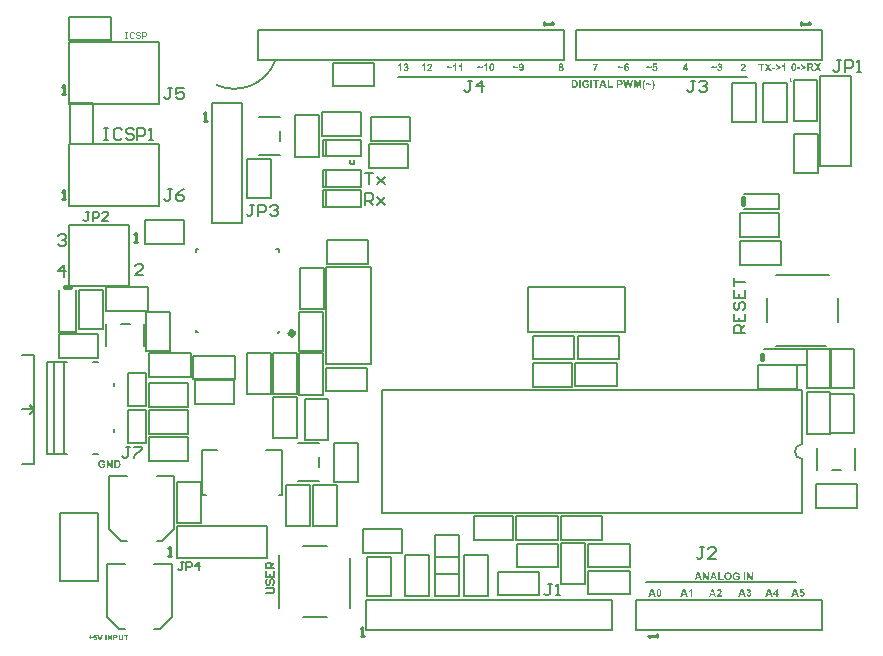
<source format=gto>
G04*
G04 #@! TF.GenerationSoftware,Altium Limited,Altium Designer,20.0.7 (75)*
G04*
G04 Layer_Color=65535*
%FSLAX44Y44*%
%MOMM*%
G71*
G01*
G75*
%ADD10C,0.2000*%
%ADD11C,0.5000*%
%ADD12C,0.4000*%
%ADD13C,0.2540*%
%ADD14C,0.0508*%
%ADD15C,0.1000*%
%ADD16C,0.1500*%
G36*
X40365Y156629D02*
X40467Y156620D01*
X40587Y156611D01*
X40717Y156601D01*
X40855Y156574D01*
X41151Y156518D01*
X41456Y156426D01*
X41614Y156370D01*
X41761Y156306D01*
X41900Y156231D01*
X42030Y156139D01*
X42039Y156130D01*
X42057Y156121D01*
X42094Y156084D01*
X42141Y156047D01*
X42196Y156000D01*
X42252Y155936D01*
X42316Y155862D01*
X42390Y155779D01*
X42464Y155686D01*
X42538Y155584D01*
X42612Y155473D01*
X42677Y155344D01*
X42751Y155215D01*
X42806Y155076D01*
X42862Y154919D01*
X42899Y154761D01*
X41614Y154521D01*
Y154530D01*
X41604Y154540D01*
X41586Y154595D01*
X41549Y154678D01*
X41493Y154789D01*
X41429Y154909D01*
X41336Y155030D01*
X41225Y155150D01*
X41096Y155261D01*
X41077Y155270D01*
X41031Y155307D01*
X40948Y155353D01*
X40846Y155399D01*
X40708Y155455D01*
X40550Y155492D01*
X40375Y155529D01*
X40171Y155538D01*
X40088D01*
X40033Y155529D01*
X39959Y155520D01*
X39875Y155510D01*
X39783Y155492D01*
X39681Y155473D01*
X39469Y155409D01*
X39358Y155363D01*
X39247Y155307D01*
X39136Y155242D01*
X39025Y155177D01*
X38923Y155085D01*
X38821Y154993D01*
X38812Y154983D01*
X38803Y154965D01*
X38775Y154937D01*
X38747Y154891D01*
X38710Y154836D01*
X38664Y154771D01*
X38618Y154688D01*
X38581Y154595D01*
X38535Y154484D01*
X38489Y154364D01*
X38442Y154235D01*
X38405Y154096D01*
X38378Y153939D01*
X38350Y153763D01*
X38341Y153587D01*
X38331Y153393D01*
Y153384D01*
Y153347D01*
Y153282D01*
X38341Y153208D01*
X38350Y153106D01*
X38359Y153005D01*
X38378Y152875D01*
X38396Y152746D01*
X38452Y152469D01*
X38544Y152182D01*
X38600Y152043D01*
X38664Y151914D01*
X38747Y151784D01*
X38831Y151673D01*
X38840Y151664D01*
X38858Y151646D01*
X38886Y151618D01*
X38923Y151581D01*
X38979Y151544D01*
X39034Y151489D01*
X39108Y151442D01*
X39191Y151387D01*
X39284Y151331D01*
X39376Y151285D01*
X39607Y151193D01*
X39737Y151156D01*
X39866Y151128D01*
X40014Y151110D01*
X40162Y151100D01*
X40236D01*
X40310Y151110D01*
X40421Y151119D01*
X40541Y151137D01*
X40680Y151165D01*
X40828Y151202D01*
X40976Y151257D01*
X40985D01*
X40994Y151267D01*
X41040Y151285D01*
X41123Y151322D01*
X41216Y151368D01*
X41327Y151424D01*
X41447Y151489D01*
X41567Y151562D01*
X41678Y151646D01*
Y152469D01*
X40199D01*
Y153550D01*
X42982D01*
Y150980D01*
X42963Y150962D01*
X42936Y150943D01*
X42908Y150915D01*
X42862Y150878D01*
X42815Y150841D01*
X42686Y150749D01*
X42510Y150647D01*
X42307Y150527D01*
X42076Y150407D01*
X41799Y150296D01*
X41789D01*
X41761Y150287D01*
X41725Y150268D01*
X41669Y150250D01*
X41595Y150231D01*
X41512Y150203D01*
X41419Y150176D01*
X41318Y150148D01*
X41087Y150092D01*
X40818Y150046D01*
X40541Y150009D01*
X40245Y150000D01*
X40143D01*
X40079Y150009D01*
X39986D01*
X39885Y150019D01*
X39774Y150037D01*
X39644Y150056D01*
X39376Y150102D01*
X39080Y150176D01*
X38775Y150277D01*
X38637Y150342D01*
X38489Y150416D01*
X38479Y150425D01*
X38461Y150435D01*
X38415Y150462D01*
X38368Y150499D01*
X38304Y150536D01*
X38239Y150592D01*
X38156Y150656D01*
X38073Y150730D01*
X37888Y150897D01*
X37703Y151110D01*
X37527Y151350D01*
X37370Y151627D01*
Y151636D01*
X37351Y151664D01*
X37333Y151710D01*
X37314Y151766D01*
X37287Y151840D01*
X37250Y151923D01*
X37222Y152025D01*
X37185Y152136D01*
X37148Y152256D01*
X37120Y152395D01*
X37055Y152681D01*
X37018Y152996D01*
X37000Y153338D01*
Y153347D01*
Y153384D01*
Y153439D01*
X37009Y153504D01*
Y153596D01*
X37018Y153698D01*
X37037Y153809D01*
X37055Y153939D01*
X37102Y154207D01*
X37176Y154512D01*
X37277Y154817D01*
X37342Y154965D01*
X37416Y155113D01*
X37425Y155122D01*
X37434Y155150D01*
X37462Y155187D01*
X37490Y155242D01*
X37536Y155307D01*
X37592Y155381D01*
X37656Y155464D01*
X37721Y155557D01*
X37804Y155649D01*
X37897Y155751D01*
X37998Y155852D01*
X38110Y155954D01*
X38230Y156047D01*
X38350Y156148D01*
X38637Y156315D01*
X38646D01*
X38664Y156333D01*
X38701Y156342D01*
X38747Y156370D01*
X38812Y156389D01*
X38877Y156417D01*
X38969Y156444D01*
X39062Y156481D01*
X39163Y156509D01*
X39284Y156537D01*
X39413Y156564D01*
X39543Y156592D01*
X39838Y156629D01*
X40171Y156638D01*
X40282D01*
X40365Y156629D01*
D02*
G37*
G36*
X49269Y150120D02*
X47975D01*
X45377Y154336D01*
Y150120D01*
X44184D01*
Y156518D01*
X45432D01*
X48076Y152210D01*
Y156518D01*
X49269D01*
Y150120D01*
D02*
G37*
G36*
X53263Y156509D02*
X53439Y156500D01*
X53633Y156490D01*
X53836Y156463D01*
X54030Y156435D01*
X54206Y156389D01*
X54215D01*
X54234Y156379D01*
X54261Y156370D01*
X54299Y156361D01*
X54409Y156315D01*
X54539Y156250D01*
X54687Y156167D01*
X54853Y156065D01*
X55010Y155945D01*
X55168Y155797D01*
X55177D01*
X55186Y155779D01*
X55232Y155723D01*
X55306Y155631D01*
X55389Y155510D01*
X55491Y155363D01*
X55593Y155187D01*
X55695Y154983D01*
X55778Y154761D01*
Y154752D01*
X55787Y154734D01*
X55796Y154697D01*
X55815Y154650D01*
X55824Y154595D01*
X55842Y154521D01*
X55861Y154438D01*
X55889Y154345D01*
X55907Y154244D01*
X55926Y154123D01*
X55944Y154003D01*
X55953Y153865D01*
X55981Y153578D01*
X55991Y153254D01*
Y153245D01*
Y153217D01*
Y153181D01*
Y153125D01*
X55981Y153051D01*
Y152977D01*
X55972Y152885D01*
X55963Y152783D01*
X55944Y152570D01*
X55907Y152348D01*
X55852Y152117D01*
X55787Y151895D01*
Y151886D01*
X55778Y151868D01*
X55759Y151831D01*
X55741Y151775D01*
X55722Y151720D01*
X55685Y151655D01*
X55611Y151489D01*
X55519Y151313D01*
X55399Y151119D01*
X55260Y150934D01*
X55103Y150758D01*
X55084Y150740D01*
X55038Y150703D01*
X54964Y150647D01*
X54862Y150573D01*
X54733Y150490D01*
X54585Y150407D01*
X54400Y150324D01*
X54197Y150250D01*
X54188D01*
X54178Y150240D01*
X54151D01*
X54123Y150231D01*
X54021Y150213D01*
X53892Y150185D01*
X53734Y150157D01*
X53540Y150139D01*
X53309Y150129D01*
X53060Y150120D01*
X50637D01*
Y156518D01*
X53189D01*
X53263Y156509D01*
D02*
G37*
G36*
X48880Y4090D02*
X47910D01*
X45961Y7252D01*
Y4090D01*
X45066D01*
Y8889D01*
X46003D01*
X47986Y5657D01*
Y8889D01*
X48880D01*
Y4090D01*
D02*
G37*
G36*
X39138D02*
X38091D01*
X36371Y8889D01*
X37418D01*
X38639Y5338D01*
X39810Y8889D01*
X40844D01*
X39138Y4090D01*
D02*
G37*
G36*
X58193Y6358D02*
Y6351D01*
Y6323D01*
Y6274D01*
Y6219D01*
Y6150D01*
X58186Y6066D01*
Y5976D01*
Y5886D01*
X58172Y5685D01*
X58158Y5477D01*
X58151Y5387D01*
X58137Y5297D01*
X58124Y5214D01*
X58110Y5137D01*
Y5130D01*
X58103Y5123D01*
Y5102D01*
X58096Y5082D01*
X58075Y5012D01*
X58047Y4929D01*
X58006Y4832D01*
X57957Y4735D01*
X57895Y4631D01*
X57818Y4534D01*
X57812Y4520D01*
X57784Y4492D01*
X57735Y4451D01*
X57673Y4395D01*
X57590Y4333D01*
X57493Y4270D01*
X57382Y4201D01*
X57257Y4146D01*
X57250D01*
X57243Y4139D01*
X57222Y4132D01*
X57194Y4125D01*
X57160Y4111D01*
X57118Y4097D01*
X57063Y4083D01*
X57007Y4076D01*
X56876Y4049D01*
X56716Y4021D01*
X56536Y4007D01*
X56335Y4000D01*
X56224D01*
X56161Y4007D01*
X56099D01*
X56023Y4014D01*
X55946Y4021D01*
X55780Y4035D01*
X55606Y4062D01*
X55433Y4104D01*
X55357Y4125D01*
X55287Y4153D01*
X55281D01*
X55274Y4160D01*
X55232Y4180D01*
X55163Y4215D01*
X55086Y4263D01*
X54996Y4326D01*
X54899Y4395D01*
X54809Y4478D01*
X54726Y4569D01*
X54719Y4582D01*
X54691Y4610D01*
X54657Y4666D01*
X54615Y4735D01*
X54573Y4811D01*
X54525Y4901D01*
X54490Y4999D01*
X54455Y5102D01*
Y5110D01*
X54448Y5123D01*
Y5144D01*
X54442Y5179D01*
X54435Y5220D01*
X54428Y5276D01*
X54421Y5338D01*
X54414Y5408D01*
X54400Y5491D01*
X54393Y5581D01*
X54386Y5678D01*
X54379Y5789D01*
X54372Y5907D01*
Y6039D01*
X54365Y6177D01*
Y6323D01*
Y8889D01*
X55336D01*
Y6281D01*
Y6274D01*
Y6254D01*
Y6226D01*
Y6184D01*
Y6129D01*
Y6073D01*
X55343Y5949D01*
Y5810D01*
X55350Y5678D01*
X55357Y5616D01*
Y5560D01*
X55364Y5519D01*
X55371Y5477D01*
Y5463D01*
X55385Y5428D01*
X55405Y5373D01*
X55433Y5304D01*
X55468Y5227D01*
X55523Y5151D01*
X55586Y5068D01*
X55662Y4999D01*
X55676Y4992D01*
X55704Y4971D01*
X55759Y4943D01*
X55828Y4915D01*
X55925Y4881D01*
X56036Y4853D01*
X56161Y4832D01*
X56307Y4825D01*
X56376D01*
X56446Y4832D01*
X56536Y4846D01*
X56640Y4867D01*
X56737Y4895D01*
X56841Y4936D01*
X56924Y4992D01*
X56931Y4999D01*
X56959Y5019D01*
X56993Y5054D01*
X57035Y5102D01*
X57077Y5165D01*
X57118Y5234D01*
X57153Y5311D01*
X57174Y5401D01*
Y5415D01*
X57181Y5449D01*
X57188Y5512D01*
X57201Y5595D01*
Y5650D01*
X57208Y5713D01*
Y5782D01*
X57215Y5851D01*
Y5935D01*
X57222Y6025D01*
Y6122D01*
Y6226D01*
Y8889D01*
X58193D01*
Y6358D01*
D02*
G37*
G36*
X31094Y6885D02*
X32356D01*
Y6025D01*
X31094D01*
Y4784D01*
X30255D01*
Y6025D01*
X29000D01*
Y6885D01*
X30255D01*
Y8126D01*
X31094D01*
Y6885D01*
D02*
G37*
G36*
X35955Y7966D02*
X34214D01*
X34069Y7148D01*
X34076D01*
X34083Y7155D01*
X34124Y7176D01*
X34187Y7197D01*
X34263Y7231D01*
X34360Y7259D01*
X34464Y7280D01*
X34582Y7301D01*
X34700Y7308D01*
X34762D01*
X34804Y7301D01*
X34852Y7294D01*
X34915Y7287D01*
X34984Y7273D01*
X35061Y7252D01*
X35220Y7197D01*
X35310Y7162D01*
X35393Y7120D01*
X35484Y7065D01*
X35574Y7003D01*
X35657Y6933D01*
X35740Y6857D01*
X35747Y6850D01*
X35761Y6836D01*
X35782Y6808D01*
X35809Y6774D01*
X35837Y6732D01*
X35879Y6677D01*
X35913Y6614D01*
X35955Y6545D01*
X35997Y6469D01*
X36031Y6378D01*
X36073Y6281D01*
X36101Y6184D01*
X36128Y6073D01*
X36149Y5955D01*
X36163Y5831D01*
X36170Y5699D01*
Y5692D01*
Y5671D01*
Y5643D01*
X36163Y5602D01*
Y5546D01*
X36149Y5484D01*
X36142Y5415D01*
X36128Y5345D01*
X36087Y5179D01*
X36024Y4999D01*
X35983Y4901D01*
X35941Y4811D01*
X35886Y4721D01*
X35823Y4631D01*
X35816Y4624D01*
X35802Y4603D01*
X35775Y4575D01*
X35740Y4534D01*
X35691Y4485D01*
X35629Y4430D01*
X35560Y4374D01*
X35484Y4319D01*
X35393Y4257D01*
X35296Y4201D01*
X35192Y4146D01*
X35074Y4097D01*
X34950Y4056D01*
X34818Y4028D01*
X34672Y4007D01*
X34520Y4000D01*
X34457D01*
X34409Y4007D01*
X34353Y4014D01*
X34284Y4021D01*
X34214Y4028D01*
X34131Y4042D01*
X33965Y4083D01*
X33778Y4153D01*
X33688Y4187D01*
X33597Y4236D01*
X33514Y4291D01*
X33431Y4354D01*
X33424Y4361D01*
X33410Y4367D01*
X33389Y4388D01*
X33362Y4416D01*
X33334Y4458D01*
X33292Y4499D01*
X33258Y4548D01*
X33216Y4603D01*
X33167Y4673D01*
X33126Y4742D01*
X33050Y4908D01*
X32980Y5096D01*
X32959Y5200D01*
X32939Y5311D01*
X33854Y5408D01*
Y5394D01*
X33861Y5359D01*
X33875Y5297D01*
X33895Y5227D01*
X33923Y5151D01*
X33965Y5068D01*
X34020Y4992D01*
X34083Y4915D01*
X34090Y4908D01*
X34117Y4888D01*
X34159Y4860D01*
X34214Y4825D01*
X34277Y4791D01*
X34353Y4763D01*
X34443Y4742D01*
X34534Y4735D01*
X34547D01*
X34582Y4742D01*
X34637Y4749D01*
X34707Y4763D01*
X34783Y4791D01*
X34866Y4832D01*
X34950Y4895D01*
X35026Y4971D01*
X35033Y4985D01*
X35061Y5012D01*
X35088Y5068D01*
X35130Y5151D01*
X35164Y5248D01*
X35199Y5366D01*
X35220Y5512D01*
X35227Y5678D01*
Y5685D01*
Y5699D01*
Y5720D01*
Y5754D01*
X35220Y5831D01*
X35199Y5928D01*
X35178Y6039D01*
X35144Y6150D01*
X35095Y6254D01*
X35026Y6344D01*
X35019Y6351D01*
X34991Y6378D01*
X34943Y6413D01*
X34887Y6462D01*
X34811Y6503D01*
X34721Y6538D01*
X34617Y6566D01*
X34506Y6573D01*
X34464D01*
X34436Y6566D01*
X34367Y6552D01*
X34270Y6531D01*
X34159Y6489D01*
X34041Y6427D01*
X33979Y6385D01*
X33916Y6337D01*
X33854Y6281D01*
X33791Y6219D01*
X33050Y6323D01*
X33521Y8826D01*
X35955D01*
Y7966D01*
D02*
G37*
G36*
X62686Y8077D02*
X61272D01*
Y4090D01*
X60301D01*
Y8077D01*
X58879D01*
Y8889D01*
X62686D01*
Y8077D01*
D02*
G37*
G36*
X51751Y8882D02*
X51931D01*
X52126Y8868D01*
X52320Y8854D01*
X52403Y8847D01*
X52486Y8840D01*
X52555Y8826D01*
X52611Y8812D01*
X52618D01*
X52632Y8805D01*
X52653Y8798D01*
X52680Y8791D01*
X52757Y8757D01*
X52854Y8715D01*
X52958Y8653D01*
X53075Y8570D01*
X53186Y8466D01*
X53297Y8341D01*
Y8334D01*
X53311Y8327D01*
X53325Y8306D01*
X53339Y8278D01*
X53367Y8237D01*
X53388Y8195D01*
X53415Y8147D01*
X53443Y8091D01*
X53492Y7952D01*
X53540Y7800D01*
X53568Y7613D01*
X53582Y7412D01*
Y7405D01*
Y7391D01*
Y7370D01*
Y7335D01*
X53575Y7301D01*
Y7252D01*
X53561Y7155D01*
X53540Y7037D01*
X53512Y6905D01*
X53471Y6781D01*
X53415Y6663D01*
X53408Y6649D01*
X53388Y6614D01*
X53353Y6559D01*
X53304Y6489D01*
X53249Y6420D01*
X53173Y6337D01*
X53096Y6260D01*
X53006Y6191D01*
X52992Y6184D01*
X52965Y6163D01*
X52916Y6136D01*
X52854Y6101D01*
X52777Y6059D01*
X52694Y6025D01*
X52604Y5990D01*
X52507Y5962D01*
X52493D01*
X52472Y5955D01*
X52445D01*
X52410Y5949D01*
X52361Y5942D01*
X52313Y5935D01*
X52250D01*
X52188Y5928D01*
X52112Y5921D01*
X52028Y5914D01*
X51938Y5907D01*
X51841D01*
X51737Y5900D01*
X50877D01*
Y4090D01*
X49907D01*
Y8889D01*
X51675D01*
X51751Y8882D01*
D02*
G37*
G36*
X44137Y4090D02*
X43167D01*
Y8889D01*
X44137D01*
Y4090D01*
D02*
G37*
G36*
X450075Y478395D02*
X450176Y478386D01*
X450297Y478377D01*
X450426Y478367D01*
X450565Y478340D01*
X450861Y478284D01*
X451166Y478192D01*
X451323Y478136D01*
X451471Y478071D01*
X451609Y477997D01*
X451739Y477905D01*
X451748Y477896D01*
X451767Y477887D01*
X451804Y477850D01*
X451850Y477812D01*
X451905Y477766D01*
X451961Y477702D01*
X452026Y477628D01*
X452099Y477544D01*
X452174Y477452D01*
X452248Y477350D01*
X452321Y477239D01*
X452386Y477110D01*
X452460Y476980D01*
X452516Y476842D01*
X452571Y476685D01*
X452608Y476527D01*
X451323Y476287D01*
Y476296D01*
X451314Y476306D01*
X451295Y476361D01*
X451258Y476444D01*
X451203Y476555D01*
X451138Y476675D01*
X451045Y476796D01*
X450935Y476916D01*
X450805Y477027D01*
X450787Y477036D01*
X450740Y477073D01*
X450657Y477119D01*
X450555Y477165D01*
X450417Y477221D01*
X450260Y477258D01*
X450084Y477295D01*
X449881Y477304D01*
X449797D01*
X449742Y477295D01*
X449668Y477285D01*
X449585Y477276D01*
X449492Y477258D01*
X449391Y477239D01*
X449178Y477175D01*
X449067Y477128D01*
X448956Y477073D01*
X448845Y477008D01*
X448734Y476943D01*
X448632Y476851D01*
X448531Y476758D01*
X448521Y476749D01*
X448512Y476731D01*
X448484Y476703D01*
X448457Y476657D01*
X448420Y476601D01*
X448374Y476537D01*
X448327Y476453D01*
X448290Y476361D01*
X448244Y476250D01*
X448198Y476130D01*
X448152Y476000D01*
X448115Y475862D01*
X448087Y475704D01*
X448059Y475529D01*
X448050Y475353D01*
X448041Y475159D01*
Y475150D01*
Y475113D01*
Y475048D01*
X448050Y474974D01*
X448059Y474872D01*
X448068Y474771D01*
X448087Y474641D01*
X448105Y474512D01*
X448161Y474235D01*
X448253Y473948D01*
X448309Y473809D01*
X448374Y473680D01*
X448457Y473550D01*
X448540Y473439D01*
X448549Y473430D01*
X448568Y473412D01*
X448595Y473384D01*
X448632Y473347D01*
X448688Y473310D01*
X448743Y473255D01*
X448817Y473208D01*
X448900Y473153D01*
X448993Y473097D01*
X449086Y473051D01*
X449317Y472959D01*
X449446Y472922D01*
X449576Y472894D01*
X449723Y472875D01*
X449871Y472866D01*
X449945D01*
X450019Y472875D01*
X450130Y472885D01*
X450250Y472903D01*
X450389Y472931D01*
X450537Y472968D01*
X450685Y473023D01*
X450694D01*
X450703Y473033D01*
X450750Y473051D01*
X450833Y473088D01*
X450925Y473134D01*
X451036Y473190D01*
X451157Y473255D01*
X451277Y473328D01*
X451388Y473412D01*
Y474235D01*
X449908D01*
Y475316D01*
X452691D01*
Y472746D01*
X452673Y472728D01*
X452645Y472709D01*
X452617Y472681D01*
X452571Y472644D01*
X452525Y472607D01*
X452395Y472515D01*
X452220Y472413D01*
X452016Y472293D01*
X451785Y472173D01*
X451508Y472062D01*
X451499D01*
X451471Y472052D01*
X451434Y472034D01*
X451378Y472015D01*
X451304Y471997D01*
X451221Y471969D01*
X451129Y471942D01*
X451027Y471914D01*
X450796Y471858D01*
X450528Y471812D01*
X450250Y471775D01*
X449954Y471766D01*
X449853D01*
X449788Y471775D01*
X449696D01*
X449594Y471784D01*
X449483Y471803D01*
X449354Y471821D01*
X449086Y471868D01*
X448790Y471942D01*
X448484Y472043D01*
X448346Y472108D01*
X448198Y472182D01*
X448189Y472191D01*
X448170Y472201D01*
X448124Y472228D01*
X448078Y472265D01*
X448013Y472302D01*
X447948Y472358D01*
X447865Y472422D01*
X447782Y472496D01*
X447597Y472663D01*
X447412Y472875D01*
X447236Y473116D01*
X447079Y473393D01*
Y473402D01*
X447061Y473430D01*
X447042Y473476D01*
X447024Y473532D01*
X446996Y473606D01*
X446959Y473689D01*
X446931Y473791D01*
X446894Y473902D01*
X446857Y474022D01*
X446829Y474160D01*
X446765Y474447D01*
X446728Y474762D01*
X446709Y475104D01*
Y475113D01*
Y475150D01*
Y475205D01*
X446719Y475270D01*
Y475362D01*
X446728Y475464D01*
X446746Y475575D01*
X446765Y475704D01*
X446811Y475973D01*
X446885Y476278D01*
X446987Y476583D01*
X447051Y476731D01*
X447125Y476879D01*
X447135Y476888D01*
X447144Y476916D01*
X447172Y476953D01*
X447199Y477008D01*
X447246Y477073D01*
X447301Y477147D01*
X447366Y477230D01*
X447430Y477323D01*
X447514Y477415D01*
X447606Y477517D01*
X447708Y477618D01*
X447819Y477720D01*
X447939Y477812D01*
X448059Y477914D01*
X448346Y478081D01*
X448355D01*
X448374Y478099D01*
X448410Y478108D01*
X448457Y478136D01*
X448521Y478155D01*
X448586Y478182D01*
X448679Y478210D01*
X448771Y478247D01*
X448873Y478275D01*
X448993Y478302D01*
X449122Y478330D01*
X449252Y478358D01*
X449548Y478395D01*
X449881Y478404D01*
X449991D01*
X450075Y478395D01*
D02*
G37*
G36*
X505354Y474734D02*
X505345Y474725D01*
X505317Y474697D01*
X505271Y474660D01*
X505206Y474604D01*
X505123Y474540D01*
X505031Y474475D01*
X504920Y474410D01*
X504790Y474336D01*
X504772Y474327D01*
X504725Y474308D01*
X504651Y474281D01*
X504559Y474253D01*
X504448Y474216D01*
X504319Y474188D01*
X504189Y474170D01*
X504041Y474160D01*
X503967D01*
X503912Y474170D01*
X503847D01*
X503773Y474179D01*
X503616Y474207D01*
X503607D01*
X503579Y474216D01*
X503524Y474235D01*
X503459Y474262D01*
X503366Y474290D01*
X503255Y474336D01*
X503117Y474382D01*
X502960Y474447D01*
X502950D01*
X502932Y474456D01*
X502895Y474475D01*
X502849Y474493D01*
X502793Y474512D01*
X502728Y474540D01*
X502580Y474595D01*
X502414Y474650D01*
X502238Y474697D01*
X502063Y474734D01*
X501906Y474743D01*
X501850D01*
X501804Y474734D01*
X501748Y474725D01*
X501684Y474715D01*
X501526Y474669D01*
X501351Y474595D01*
X501249Y474549D01*
X501147Y474493D01*
X501046Y474429D01*
X500935Y474345D01*
X500833Y474253D01*
X500722Y474151D01*
Y475289D01*
X500731Y475298D01*
X500750Y475316D01*
X500778Y475344D01*
X500824Y475381D01*
X500870Y475427D01*
X500935Y475473D01*
X501009Y475529D01*
X501092Y475584D01*
X501277Y475695D01*
X501499Y475788D01*
X501610Y475825D01*
X501739Y475853D01*
X501869Y475871D01*
X502007Y475880D01*
X502109D01*
X502174Y475871D01*
X502257D01*
X502340Y475862D01*
X502516Y475825D01*
X502525D01*
X502562Y475816D01*
X502617Y475797D01*
X502710Y475769D01*
X502821Y475732D01*
X502969Y475677D01*
X503144Y475612D01*
X503348Y475529D01*
X503357D01*
X503376Y475520D01*
X503403Y475510D01*
X503450Y475492D01*
X503551Y475455D01*
X503671Y475418D01*
X503810Y475372D01*
X503949Y475335D01*
X504069Y475307D01*
X504161Y475298D01*
X504208D01*
X504254Y475307D01*
X504319Y475316D01*
X504402Y475335D01*
X504494Y475353D01*
X504605Y475390D01*
X504716Y475436D01*
X504735Y475446D01*
X504772Y475464D01*
X504836Y475501D01*
X504920Y475547D01*
X505012Y475621D01*
X505123Y475695D01*
X505234Y475797D01*
X505354Y475908D01*
Y474734D01*
D02*
G37*
G36*
X496793Y471886D02*
X495600D01*
X495591Y476916D01*
X494333Y471886D01*
X493085D01*
X491828Y476916D01*
Y471886D01*
X490635D01*
Y478284D01*
X492567D01*
X493714Y473911D01*
X494851Y478284D01*
X496793D01*
Y471886D01*
D02*
G37*
G36*
X488435D02*
X487039D01*
X485781Y476666D01*
X484505Y471886D01*
X483100D01*
X481584Y478284D01*
X482906D01*
X483867Y473883D01*
X485032Y478284D01*
X486586D01*
X487695Y473809D01*
X488675Y478284D01*
X489979D01*
X488435Y471886D01*
D02*
G37*
G36*
X478708Y478275D02*
X478949D01*
X479208Y478256D01*
X479467Y478238D01*
X479577Y478229D01*
X479688Y478219D01*
X479781Y478201D01*
X479855Y478182D01*
X479864D01*
X479883Y478173D01*
X479910Y478164D01*
X479947Y478155D01*
X480049Y478108D01*
X480178Y478053D01*
X480317Y477970D01*
X480474Y477859D01*
X480622Y477720D01*
X480770Y477554D01*
Y477544D01*
X480789Y477535D01*
X480807Y477507D01*
X480826Y477470D01*
X480863Y477415D01*
X480890Y477360D01*
X480927Y477295D01*
X480964Y477221D01*
X481029Y477036D01*
X481094Y476833D01*
X481131Y476583D01*
X481149Y476315D01*
Y476306D01*
Y476287D01*
Y476259D01*
Y476213D01*
X481140Y476167D01*
Y476102D01*
X481121Y475973D01*
X481094Y475816D01*
X481057Y475640D01*
X481001Y475473D01*
X480927Y475316D01*
X480918Y475298D01*
X480890Y475252D01*
X480844Y475177D01*
X480779Y475085D01*
X480705Y474993D01*
X480604Y474882D01*
X480502Y474780D01*
X480382Y474688D01*
X480363Y474678D01*
X480326Y474650D01*
X480262Y474614D01*
X480178Y474567D01*
X480077Y474512D01*
X479966Y474466D01*
X479846Y474419D01*
X479716Y474382D01*
X479698D01*
X479670Y474373D01*
X479633D01*
X479587Y474364D01*
X479522Y474355D01*
X479457Y474345D01*
X479374D01*
X479291Y474336D01*
X479189Y474327D01*
X479078Y474318D01*
X478958Y474308D01*
X478829D01*
X478690Y474299D01*
X477543D01*
Y471886D01*
X476249D01*
Y478284D01*
X478607D01*
X478708Y478275D01*
D02*
G37*
G36*
X469620Y472968D02*
X472837D01*
Y471886D01*
X468326D01*
Y478238D01*
X469620D01*
Y472968D01*
D02*
G37*
G36*
X467604Y471886D02*
X466208D01*
X465654Y473338D01*
X463083D01*
X462556Y471886D01*
X461188D01*
X463666Y478284D01*
X465034D01*
X467604Y471886D01*
D02*
G37*
G36*
X461003Y477202D02*
X459117D01*
Y471886D01*
X457823D01*
Y477202D01*
X455927D01*
Y478284D01*
X461003D01*
Y477202D01*
D02*
G37*
G36*
X455141Y471886D02*
X453847D01*
Y478284D01*
X455141D01*
Y471886D01*
D02*
G37*
G36*
X445702D02*
X444407D01*
Y478284D01*
X445702D01*
Y471886D01*
D02*
G37*
G36*
X440626Y478275D02*
X440801Y478266D01*
X440996Y478256D01*
X441199Y478229D01*
X441393Y478201D01*
X441569Y478155D01*
X441578D01*
X441596Y478145D01*
X441624Y478136D01*
X441661Y478127D01*
X441772Y478081D01*
X441902Y478016D01*
X442050Y477933D01*
X442216Y477831D01*
X442373Y477711D01*
X442530Y477563D01*
X442540D01*
X442549Y477544D01*
X442595Y477489D01*
X442669Y477397D01*
X442752Y477276D01*
X442854Y477128D01*
X442956Y476953D01*
X443057Y476749D01*
X443140Y476527D01*
Y476518D01*
X443150Y476500D01*
X443159Y476463D01*
X443177Y476416D01*
X443187Y476361D01*
X443205Y476287D01*
X443224Y476204D01*
X443251Y476111D01*
X443270Y476010D01*
X443288Y475889D01*
X443307Y475769D01*
X443316Y475631D01*
X443344Y475344D01*
X443353Y475020D01*
Y475011D01*
Y474983D01*
Y474946D01*
Y474891D01*
X443344Y474817D01*
Y474743D01*
X443335Y474650D01*
X443326Y474549D01*
X443307Y474336D01*
X443270Y474114D01*
X443214Y473883D01*
X443150Y473661D01*
Y473652D01*
X443140Y473633D01*
X443122Y473596D01*
X443104Y473541D01*
X443085Y473486D01*
X443048Y473421D01*
X442974Y473255D01*
X442882Y473079D01*
X442761Y472885D01*
X442623Y472700D01*
X442466Y472524D01*
X442447Y472506D01*
X442401Y472469D01*
X442327Y472413D01*
X442225Y472339D01*
X442096Y472256D01*
X441948Y472173D01*
X441763Y472090D01*
X441559Y472015D01*
X441550D01*
X441541Y472006D01*
X441513D01*
X441486Y471997D01*
X441384Y471979D01*
X441254Y471951D01*
X441097Y471923D01*
X440903Y471905D01*
X440672Y471895D01*
X440422Y471886D01*
X438000D01*
Y478284D01*
X440552D01*
X440626Y478275D01*
D02*
G37*
G36*
X506787Y478386D02*
X506806Y478349D01*
X506843Y478302D01*
X506889Y478229D01*
X506944Y478145D01*
X507009Y478044D01*
X507074Y477924D01*
X507148Y477794D01*
X507231Y477646D01*
X507314Y477489D01*
X507397Y477332D01*
X507481Y477156D01*
X507647Y476786D01*
X507795Y476398D01*
Y476389D01*
X507813Y476352D01*
X507832Y476296D01*
X507850Y476213D01*
X507878Y476121D01*
X507915Y476010D01*
X507943Y475880D01*
X507980Y475732D01*
X508017Y475584D01*
X508045Y475418D01*
X508082Y475233D01*
X508109Y475048D01*
X508146Y474669D01*
X508165Y474262D01*
Y474253D01*
Y474225D01*
Y474170D01*
Y474105D01*
X508156Y474022D01*
X508146Y473920D01*
X508137Y473800D01*
X508128Y473671D01*
X508119Y473532D01*
X508091Y473384D01*
X508072Y473218D01*
X508045Y473051D01*
X507971Y472691D01*
X507878Y472302D01*
Y472293D01*
X507860Y472247D01*
X507841Y472191D01*
X507813Y472108D01*
X507776Y471997D01*
X507730Y471877D01*
X507684Y471738D01*
X507619Y471581D01*
X507545Y471415D01*
X507471Y471230D01*
X507379Y471045D01*
X507286Y470841D01*
X507176Y470638D01*
X507065Y470425D01*
X506944Y470213D01*
X506806Y470000D01*
X505955D01*
Y470009D01*
X505974Y470037D01*
X505992Y470074D01*
X506011Y470129D01*
X506048Y470194D01*
X506075Y470268D01*
X506159Y470444D01*
X506242Y470638D01*
X506325Y470841D01*
X506399Y471035D01*
X506464Y471202D01*
Y471211D01*
X506473Y471220D01*
X506491Y471276D01*
X506519Y471359D01*
X506556Y471470D01*
X506593Y471609D01*
X506639Y471775D01*
X506685Y471951D01*
X506732Y472145D01*
Y472154D01*
X506741Y472173D01*
Y472201D01*
X506750Y472237D01*
X506778Y472339D01*
X506806Y472478D01*
X506833Y472635D01*
X506870Y472811D01*
X506926Y473171D01*
Y473181D01*
Y473190D01*
X506935Y473218D01*
Y473255D01*
X506944Y473356D01*
X506963Y473476D01*
X506972Y473633D01*
X506981Y473800D01*
X506991Y473985D01*
Y474170D01*
Y474179D01*
Y474216D01*
Y474272D01*
Y474345D01*
X506981Y474438D01*
Y474549D01*
X506972Y474669D01*
X506963Y474808D01*
X506954Y474956D01*
X506935Y475113D01*
X506889Y475446D01*
X506833Y475788D01*
X506759Y476139D01*
Y476148D01*
X506750Y476185D01*
X506732Y476231D01*
X506713Y476306D01*
X506695Y476398D01*
X506658Y476500D01*
X506621Y476629D01*
X506575Y476768D01*
X506519Y476925D01*
X506464Y477101D01*
X506399Y477285D01*
X506325Y477480D01*
X506242Y477692D01*
X506149Y477914D01*
X506057Y478155D01*
X505946Y478395D01*
X506778D01*
X506787Y478386D01*
D02*
G37*
G36*
X500130Y478377D02*
X500112Y478340D01*
X500084Y478266D01*
X500047Y478173D01*
X499992Y478062D01*
X499936Y477924D01*
X499881Y477775D01*
X499816Y477618D01*
X499742Y477443D01*
X499677Y477258D01*
X499539Y476879D01*
X499418Y476500D01*
X499363Y476315D01*
X499317Y476139D01*
Y476130D01*
X499308Y476102D01*
X499298Y476047D01*
X499280Y475982D01*
X499261Y475889D01*
X499243Y475788D01*
X499224Y475677D01*
X499206Y475547D01*
X499187Y475409D01*
X499169Y475252D01*
X499150Y475094D01*
X499132Y474919D01*
X499104Y474558D01*
X499095Y474170D01*
Y474160D01*
Y474142D01*
Y474096D01*
Y474050D01*
Y473985D01*
X499104Y473902D01*
Y473818D01*
X499113Y473717D01*
X499123Y473495D01*
X499150Y473245D01*
X499178Y472977D01*
X499224Y472700D01*
Y472691D01*
X499234Y472663D01*
Y472626D01*
X499252Y472570D01*
X499261Y472506D01*
X499280Y472432D01*
X499298Y472339D01*
X499317Y472247D01*
X499372Y472025D01*
X499428Y471784D01*
X499502Y471535D01*
X499585Y471285D01*
Y471276D01*
X499594Y471267D01*
X499603Y471239D01*
X499613Y471202D01*
X499631Y471156D01*
X499659Y471100D01*
X499677Y471035D01*
X499714Y470961D01*
X499751Y470869D01*
X499788Y470777D01*
X499835Y470675D01*
X499881Y470555D01*
X499936Y470434D01*
X499992Y470296D01*
X500056Y470157D01*
X500130Y470000D01*
X499289D01*
X499280Y470009D01*
X499261Y470046D01*
X499224Y470102D01*
X499178Y470176D01*
X499123Y470268D01*
X499058Y470379D01*
X498984Y470508D01*
X498910Y470647D01*
X498827Y470795D01*
X498744Y470961D01*
X498660Y471137D01*
X498568Y471313D01*
X498411Y471701D01*
X498263Y472099D01*
Y472108D01*
X498244Y472145D01*
X498235Y472210D01*
X498207Y472284D01*
X498180Y472385D01*
X498152Y472496D01*
X498124Y472626D01*
X498096Y472764D01*
X498059Y472922D01*
X498032Y473088D01*
X497976Y473439D01*
X497939Y473818D01*
X497921Y474198D01*
Y474216D01*
Y474253D01*
Y474318D01*
X497930Y474410D01*
Y474521D01*
X497939Y474660D01*
X497958Y474808D01*
X497976Y474974D01*
X497995Y475150D01*
X498022Y475335D01*
X498096Y475742D01*
X498207Y476158D01*
X498272Y476370D01*
X498346Y476583D01*
Y476592D01*
X498364Y476629D01*
X498383Y476675D01*
X498411Y476749D01*
X498448Y476833D01*
X498494Y476934D01*
X498549Y477054D01*
X498605Y477175D01*
X498670Y477313D01*
X498744Y477452D01*
X498901Y477757D01*
X499095Y478081D01*
X499298Y478395D01*
X500140D01*
X500130Y478377D01*
D02*
G37*
G36*
X577568Y61629D02*
X577669Y61620D01*
X577790Y61611D01*
X577919Y61601D01*
X578058Y61574D01*
X578354Y61518D01*
X578659Y61426D01*
X578816Y61370D01*
X578964Y61305D01*
X579103Y61231D01*
X579232Y61139D01*
X579241Y61130D01*
X579260Y61121D01*
X579297Y61084D01*
X579343Y61047D01*
X579398Y61000D01*
X579454Y60936D01*
X579519Y60862D01*
X579593Y60778D01*
X579667Y60686D01*
X579740Y60584D01*
X579814Y60473D01*
X579879Y60344D01*
X579953Y60215D01*
X580009Y60076D01*
X580064Y59919D01*
X580101Y59762D01*
X578816Y59521D01*
Y59530D01*
X578807Y59540D01*
X578788Y59595D01*
X578751Y59678D01*
X578696Y59789D01*
X578631Y59909D01*
X578539Y60030D01*
X578428Y60150D01*
X578298Y60261D01*
X578280Y60270D01*
X578233Y60307D01*
X578150Y60353D01*
X578049Y60399D01*
X577910Y60455D01*
X577753Y60492D01*
X577577Y60529D01*
X577374Y60538D01*
X577290D01*
X577235Y60529D01*
X577161Y60520D01*
X577078Y60510D01*
X576985Y60492D01*
X576884Y60473D01*
X576671Y60409D01*
X576560Y60362D01*
X576449Y60307D01*
X576338Y60242D01*
X576227Y60177D01*
X576125Y60085D01*
X576024Y59993D01*
X576015Y59983D01*
X576005Y59965D01*
X575978Y59937D01*
X575950Y59891D01*
X575913Y59835D01*
X575867Y59771D01*
X575820Y59688D01*
X575783Y59595D01*
X575737Y59484D01*
X575691Y59364D01*
X575645Y59234D01*
X575608Y59096D01*
X575580Y58939D01*
X575552Y58763D01*
X575543Y58587D01*
X575534Y58393D01*
Y58384D01*
Y58347D01*
Y58282D01*
X575543Y58208D01*
X575552Y58106D01*
X575561Y58005D01*
X575580Y57875D01*
X575598Y57746D01*
X575654Y57469D01*
X575746Y57182D01*
X575802Y57043D01*
X575867Y56914D01*
X575950Y56784D01*
X576033Y56673D01*
X576042Y56664D01*
X576061Y56646D01*
X576088Y56618D01*
X576125Y56581D01*
X576181Y56544D01*
X576236Y56488D01*
X576310Y56442D01*
X576394Y56387D01*
X576486Y56331D01*
X576579Y56285D01*
X576810Y56193D01*
X576939Y56156D01*
X577069Y56128D01*
X577216Y56109D01*
X577364Y56100D01*
X577438D01*
X577512Y56109D01*
X577623Y56119D01*
X577743Y56137D01*
X577882Y56165D01*
X578030Y56202D01*
X578178Y56257D01*
X578187D01*
X578196Y56267D01*
X578243Y56285D01*
X578326Y56322D01*
X578418Y56368D01*
X578529Y56424D01*
X578650Y56488D01*
X578770Y56562D01*
X578881Y56646D01*
Y57469D01*
X577401D01*
Y58550D01*
X580184D01*
Y55980D01*
X580166Y55961D01*
X580138Y55943D01*
X580110Y55915D01*
X580064Y55878D01*
X580018Y55841D01*
X579888Y55749D01*
X579713Y55647D01*
X579509Y55527D01*
X579278Y55407D01*
X579001Y55296D01*
X578992D01*
X578964Y55287D01*
X578927Y55268D01*
X578871Y55250D01*
X578797Y55231D01*
X578714Y55203D01*
X578622Y55176D01*
X578520Y55148D01*
X578289Y55092D01*
X578021Y55046D01*
X577743Y55009D01*
X577448Y55000D01*
X577346D01*
X577281Y55009D01*
X577189D01*
X577087Y55019D01*
X576976Y55037D01*
X576847Y55055D01*
X576579Y55102D01*
X576283Y55176D01*
X575978Y55277D01*
X575839Y55342D01*
X575691Y55416D01*
X575682Y55425D01*
X575663Y55434D01*
X575617Y55462D01*
X575571Y55499D01*
X575506Y55536D01*
X575441Y55592D01*
X575358Y55656D01*
X575275Y55730D01*
X575090Y55897D01*
X574905Y56109D01*
X574729Y56350D01*
X574572Y56627D01*
Y56637D01*
X574554Y56664D01*
X574535Y56710D01*
X574517Y56766D01*
X574489Y56840D01*
X574452Y56923D01*
X574424Y57025D01*
X574387Y57136D01*
X574350Y57256D01*
X574323Y57395D01*
X574258Y57681D01*
X574221Y57996D01*
X574202Y58338D01*
Y58347D01*
Y58384D01*
Y58439D01*
X574212Y58504D01*
Y58597D01*
X574221Y58698D01*
X574239Y58809D01*
X574258Y58939D01*
X574304Y59207D01*
X574378Y59512D01*
X574480Y59817D01*
X574544Y59965D01*
X574618Y60113D01*
X574628Y60122D01*
X574637Y60150D01*
X574665Y60187D01*
X574692Y60242D01*
X574739Y60307D01*
X574794Y60381D01*
X574859Y60464D01*
X574924Y60557D01*
X575007Y60649D01*
X575099Y60751D01*
X575201Y60852D01*
X575312Y60954D01*
X575432Y61047D01*
X575552Y61148D01*
X575839Y61315D01*
X575848D01*
X575867Y61333D01*
X575904Y61343D01*
X575950Y61370D01*
X576015Y61389D01*
X576079Y61416D01*
X576172Y61444D01*
X576264Y61481D01*
X576366Y61509D01*
X576486Y61537D01*
X576615Y61564D01*
X576745Y61592D01*
X577041Y61629D01*
X577374Y61638D01*
X577485D01*
X577568Y61629D01*
D02*
G37*
G36*
X591446Y55120D02*
X590151D01*
X587553Y59336D01*
Y55120D01*
X586360D01*
Y61518D01*
X587609D01*
X590253Y57210D01*
Y61518D01*
X591446D01*
Y55120D01*
D02*
G37*
G36*
X554195D02*
X552901D01*
X550303Y59336D01*
Y55120D01*
X549110D01*
Y61518D01*
X550358D01*
X553002Y57210D01*
Y61518D01*
X554195D01*
Y55120D01*
D02*
G37*
G36*
X585121D02*
X583827D01*
Y61518D01*
X585121D01*
Y55120D01*
D02*
G37*
G36*
X563339Y56202D02*
X566556D01*
Y55120D01*
X562044D01*
Y61472D01*
X563339D01*
Y56202D01*
D02*
G37*
G36*
X561323Y55120D02*
X559927D01*
X559372Y56572D01*
X556802D01*
X556275Y55120D01*
X554907D01*
X557385Y61518D01*
X558753D01*
X561323Y55120D01*
D02*
G37*
G36*
X548416D02*
X547020D01*
X546466Y56572D01*
X543895D01*
X543368Y55120D01*
X542000D01*
X544478Y61518D01*
X545846D01*
X548416Y55120D01*
D02*
G37*
G36*
X570439Y61629D02*
X570532D01*
X570652Y61611D01*
X570791Y61592D01*
X570948Y61564D01*
X571114Y61527D01*
X571290Y61481D01*
X571475Y61426D01*
X571660Y61352D01*
X571854Y61269D01*
X572039Y61167D01*
X572224Y61047D01*
X572399Y60908D01*
X572566Y60751D01*
X572575Y60742D01*
X572603Y60714D01*
X572649Y60658D01*
X572695Y60594D01*
X572760Y60501D01*
X572834Y60390D01*
X572908Y60261D01*
X572991Y60113D01*
X573074Y59956D01*
X573148Y59771D01*
X573222Y59567D01*
X573287Y59355D01*
X573343Y59114D01*
X573380Y58865D01*
X573407Y58597D01*
X573417Y58310D01*
Y58291D01*
Y58245D01*
X573407Y58162D01*
Y58051D01*
X573389Y57922D01*
X573370Y57774D01*
X573343Y57598D01*
X573315Y57422D01*
X573269Y57228D01*
X573213Y57025D01*
X573139Y56821D01*
X573056Y56618D01*
X572963Y56424D01*
X572843Y56230D01*
X572714Y56045D01*
X572566Y55869D01*
X572557Y55860D01*
X572529Y55832D01*
X572483Y55786D01*
X572409Y55730D01*
X572326Y55666D01*
X572224Y55592D01*
X572104Y55518D01*
X571974Y55434D01*
X571817Y55351D01*
X571651Y55277D01*
X571466Y55203D01*
X571262Y55139D01*
X571050Y55083D01*
X570818Y55037D01*
X570578Y55009D01*
X570319Y55000D01*
X570255D01*
X570181Y55009D01*
X570088Y55019D01*
X569968Y55028D01*
X569829Y55046D01*
X569672Y55074D01*
X569506Y55111D01*
X569321Y55157D01*
X569145Y55213D01*
X568951Y55287D01*
X568766Y55370D01*
X568572Y55462D01*
X568396Y55582D01*
X568220Y55712D01*
X568054Y55869D01*
X568045Y55878D01*
X568017Y55906D01*
X567980Y55961D01*
X567925Y56026D01*
X567860Y56119D01*
X567786Y56230D01*
X567712Y56350D01*
X567638Y56498D01*
X567555Y56655D01*
X567481Y56840D01*
X567407Y57034D01*
X567342Y57247D01*
X567287Y57478D01*
X567250Y57727D01*
X567222Y57996D01*
X567213Y58273D01*
Y58282D01*
Y58319D01*
Y58365D01*
X567222Y58439D01*
Y58523D01*
X567231Y58615D01*
X567240Y58726D01*
X567250Y58846D01*
X567287Y59105D01*
X567333Y59382D01*
X567407Y59660D01*
X567499Y59919D01*
Y59928D01*
X567509Y59937D01*
X567527Y59965D01*
X567536Y60002D01*
X567592Y60094D01*
X567657Y60215D01*
X567740Y60353D01*
X567841Y60492D01*
X567962Y60649D01*
X568091Y60797D01*
X568100Y60806D01*
X568110Y60816D01*
X568156Y60862D01*
X568239Y60936D01*
X568341Y61019D01*
X568461Y61111D01*
X568600Y61213D01*
X568757Y61305D01*
X568923Y61379D01*
X568932D01*
X568951Y61389D01*
X568988Y61407D01*
X569034Y61416D01*
X569090Y61444D01*
X569154Y61463D01*
X569238Y61481D01*
X569321Y61509D01*
X569524Y61555D01*
X569755Y61601D01*
X570023Y61629D01*
X570301Y61638D01*
X570365D01*
X570439Y61629D01*
D02*
G37*
G36*
X634873Y46288D02*
X632552D01*
X632358Y45198D01*
X632367D01*
X632377Y45207D01*
X632432Y45234D01*
X632515Y45262D01*
X632617Y45308D01*
X632746Y45345D01*
X632885Y45373D01*
X633042Y45401D01*
X633199Y45410D01*
X633283D01*
X633338Y45401D01*
X633403Y45392D01*
X633486Y45382D01*
X633578Y45364D01*
X633680Y45336D01*
X633893Y45262D01*
X634013Y45216D01*
X634124Y45160D01*
X634244Y45086D01*
X634364Y45003D01*
X634475Y44911D01*
X634586Y44809D01*
X634595Y44800D01*
X634614Y44781D01*
X634642Y44745D01*
X634679Y44698D01*
X634716Y44643D01*
X634771Y44569D01*
X634817Y44486D01*
X634873Y44393D01*
X634928Y44291D01*
X634975Y44171D01*
X635030Y44042D01*
X635067Y43912D01*
X635104Y43764D01*
X635132Y43607D01*
X635150Y43441D01*
X635159Y43265D01*
Y43256D01*
Y43228D01*
Y43191D01*
X635150Y43136D01*
Y43062D01*
X635132Y42979D01*
X635122Y42886D01*
X635104Y42794D01*
X635048Y42572D01*
X634965Y42331D01*
X634910Y42202D01*
X634854Y42082D01*
X634780Y41961D01*
X634697Y41841D01*
X634688Y41832D01*
X634669Y41804D01*
X634632Y41767D01*
X634586Y41712D01*
X634521Y41647D01*
X634438Y41573D01*
X634346Y41499D01*
X634244Y41425D01*
X634124Y41342D01*
X633994Y41268D01*
X633856Y41194D01*
X633699Y41129D01*
X633532Y41074D01*
X633357Y41037D01*
X633162Y41009D01*
X632959Y41000D01*
X632876D01*
X632811Y41009D01*
X632737Y41019D01*
X632645Y41028D01*
X632552Y41037D01*
X632441Y41055D01*
X632219Y41111D01*
X631970Y41203D01*
X631850Y41250D01*
X631729Y41314D01*
X631618Y41388D01*
X631507Y41472D01*
X631498Y41481D01*
X631480Y41490D01*
X631452Y41518D01*
X631415Y41555D01*
X631378Y41610D01*
X631323Y41666D01*
X631276Y41730D01*
X631221Y41804D01*
X631156Y41897D01*
X631101Y41989D01*
X630999Y42211D01*
X630906Y42461D01*
X630879Y42600D01*
X630851Y42747D01*
X632071Y42877D01*
Y42858D01*
X632081Y42812D01*
X632099Y42729D01*
X632127Y42636D01*
X632164Y42535D01*
X632219Y42424D01*
X632293Y42322D01*
X632377Y42220D01*
X632386Y42211D01*
X632423Y42183D01*
X632478Y42146D01*
X632552Y42100D01*
X632635Y42054D01*
X632737Y42017D01*
X632857Y41989D01*
X632977Y41980D01*
X632996D01*
X633042Y41989D01*
X633116Y41999D01*
X633209Y42017D01*
X633310Y42054D01*
X633421Y42109D01*
X633532Y42193D01*
X633634Y42294D01*
X633643Y42313D01*
X633680Y42350D01*
X633717Y42424D01*
X633773Y42535D01*
X633819Y42664D01*
X633865Y42821D01*
X633893Y43015D01*
X633902Y43237D01*
Y43247D01*
Y43265D01*
Y43293D01*
Y43339D01*
X633893Y43441D01*
X633865Y43570D01*
X633837Y43718D01*
X633791Y43866D01*
X633726Y44005D01*
X633634Y44125D01*
X633625Y44134D01*
X633588Y44171D01*
X633523Y44218D01*
X633449Y44282D01*
X633347Y44338D01*
X633227Y44384D01*
X633088Y44421D01*
X632940Y44430D01*
X632885D01*
X632848Y44421D01*
X632756Y44402D01*
X632626Y44375D01*
X632478Y44319D01*
X632321Y44236D01*
X632238Y44180D01*
X632155Y44116D01*
X632071Y44042D01*
X631988Y43959D01*
X630999Y44097D01*
X631628Y47435D01*
X634873D01*
Y46288D01*
D02*
G37*
G36*
X630416Y41120D02*
X629020D01*
X628466Y42572D01*
X625895D01*
X625368Y41120D01*
X624000D01*
X626478Y47518D01*
X627846D01*
X630416Y41120D01*
D02*
G37*
G36*
X612429Y43358D02*
X613224D01*
Y42285D01*
X612429D01*
Y41000D01*
X611246D01*
Y42285D01*
X608620D01*
Y43348D01*
X611394Y47426D01*
X612429D01*
Y43358D01*
D02*
G37*
G36*
X608416Y41000D02*
X607020D01*
X606466Y42452D01*
X603895D01*
X603368Y41000D01*
X602000D01*
X604478Y47398D01*
X605846D01*
X608416Y41000D01*
D02*
G37*
G36*
X587996Y47546D02*
X588079Y47537D01*
X588162Y47527D01*
X588264Y47509D01*
X588366Y47481D01*
X588597Y47416D01*
X588717Y47370D01*
X588847Y47305D01*
X588967Y47241D01*
X589078Y47167D01*
X589198Y47074D01*
X589300Y46973D01*
X589309Y46963D01*
X589318Y46954D01*
X589346Y46926D01*
X589374Y46889D01*
X589448Y46797D01*
X589531Y46667D01*
X589614Y46510D01*
X589679Y46325D01*
X589734Y46122D01*
X589743Y46020D01*
X589753Y45909D01*
Y45900D01*
Y45872D01*
X589743Y45826D01*
X589734Y45771D01*
X589725Y45697D01*
X589706Y45613D01*
X589679Y45521D01*
X589642Y45419D01*
X589586Y45318D01*
X589531Y45207D01*
X589457Y45096D01*
X589364Y44985D01*
X589253Y44874D01*
X589133Y44763D01*
X588994Y44661D01*
X588828Y44560D01*
X588837D01*
X588856Y44550D01*
X588884D01*
X588921Y44532D01*
X589022Y44504D01*
X589142Y44449D01*
X589281Y44375D01*
X589429Y44282D01*
X589577Y44162D01*
X589706Y44023D01*
X589725Y44005D01*
X589762Y43949D01*
X589808Y43866D01*
X589873Y43746D01*
X589938Y43607D01*
X589984Y43432D01*
X590021Y43247D01*
X590039Y43034D01*
Y43025D01*
Y42997D01*
Y42951D01*
X590030Y42895D01*
X590021Y42821D01*
X590002Y42738D01*
X589984Y42636D01*
X589965Y42535D01*
X589891Y42313D01*
X589836Y42193D01*
X589780Y42063D01*
X589706Y41943D01*
X589623Y41823D01*
X589531Y41703D01*
X589420Y41592D01*
X589411Y41582D01*
X589392Y41564D01*
X589355Y41536D01*
X589309Y41499D01*
X589244Y41453D01*
X589179Y41407D01*
X589087Y41351D01*
X588994Y41296D01*
X588893Y41240D01*
X588773Y41185D01*
X588643Y41139D01*
X588514Y41093D01*
X588366Y41055D01*
X588218Y41028D01*
X588051Y41009D01*
X587885Y41000D01*
X587802D01*
X587737Y41009D01*
X587663Y41019D01*
X587580Y41028D01*
X587487Y41046D01*
X587377Y41065D01*
X587155Y41120D01*
X586914Y41213D01*
X586785Y41268D01*
X586674Y41333D01*
X586554Y41416D01*
X586443Y41499D01*
X586433Y41508D01*
X586415Y41527D01*
X586387Y41555D01*
X586350Y41592D01*
X586304Y41638D01*
X586258Y41703D01*
X586202Y41767D01*
X586147Y41851D01*
X586091Y41943D01*
X586027Y42035D01*
X585925Y42257D01*
X585842Y42516D01*
X585805Y42655D01*
X585786Y42803D01*
X586970Y42951D01*
Y42942D01*
Y42932D01*
X586979Y42877D01*
X586997Y42794D01*
X587025Y42692D01*
X587071Y42581D01*
X587118Y42461D01*
X587192Y42350D01*
X587275Y42248D01*
X587284Y42239D01*
X587321Y42211D01*
X587377Y42174D01*
X587441Y42137D01*
X587534Y42091D01*
X587635Y42054D01*
X587746Y42026D01*
X587876Y42017D01*
X587894D01*
X587940Y42026D01*
X588005Y42035D01*
X588098Y42054D01*
X588199Y42091D01*
X588301Y42137D01*
X588412Y42211D01*
X588514Y42304D01*
X588523Y42313D01*
X588560Y42359D01*
X588597Y42424D01*
X588652Y42507D01*
X588699Y42618D01*
X588745Y42757D01*
X588773Y42914D01*
X588782Y43089D01*
Y43099D01*
Y43108D01*
Y43163D01*
X588773Y43247D01*
X588754Y43358D01*
X588717Y43478D01*
X588671Y43598D01*
X588606Y43718D01*
X588523Y43829D01*
X588514Y43838D01*
X588477Y43875D01*
X588421Y43922D01*
X588357Y43968D01*
X588264Y44023D01*
X588162Y44060D01*
X588051Y44097D01*
X587922Y44106D01*
X587830D01*
X587765Y44097D01*
X587682Y44088D01*
X587580Y44069D01*
X587478Y44042D01*
X587358Y44014D01*
X587487Y45003D01*
X587571D01*
X587663Y45013D01*
X587774Y45022D01*
X587894Y45050D01*
X588024Y45086D01*
X588144Y45142D01*
X588255Y45216D01*
X588264Y45225D01*
X588301Y45262D01*
X588338Y45308D01*
X588394Y45382D01*
X588440Y45466D01*
X588486Y45567D01*
X588514Y45687D01*
X588523Y45826D01*
Y45845D01*
Y45882D01*
X588514Y45937D01*
X588495Y46011D01*
X588477Y46094D01*
X588440Y46178D01*
X588394Y46270D01*
X588329Y46344D01*
X588320Y46353D01*
X588292Y46372D01*
X588255Y46409D01*
X588190Y46446D01*
X588116Y46473D01*
X588033Y46510D01*
X587922Y46529D01*
X587811Y46538D01*
X587756D01*
X587700Y46529D01*
X587626Y46510D01*
X587543Y46483D01*
X587450Y46446D01*
X587358Y46390D01*
X587275Y46316D01*
X587266Y46307D01*
X587238Y46279D01*
X587201Y46224D01*
X587155Y46150D01*
X587108Y46067D01*
X587071Y45956D01*
X587034Y45826D01*
X587007Y45678D01*
X585879Y45863D01*
Y45872D01*
X585888Y45891D01*
Y45919D01*
X585897Y45965D01*
X585925Y46067D01*
X585962Y46205D01*
X586017Y46353D01*
X586073Y46510D01*
X586147Y46658D01*
X586230Y46797D01*
X586239Y46816D01*
X586276Y46852D01*
X586332Y46917D01*
X586406Y47000D01*
X586498Y47084D01*
X586609Y47176D01*
X586748Y47269D01*
X586896Y47352D01*
X586905D01*
X586914Y47361D01*
X586970Y47379D01*
X587062Y47416D01*
X587173Y47453D01*
X587312Y47490D01*
X587478Y47527D01*
X587654Y47546D01*
X587848Y47555D01*
X587931D01*
X587996Y47546D01*
D02*
G37*
G36*
X585416Y41120D02*
X584020D01*
X583466Y42572D01*
X580895D01*
X580368Y41120D01*
X579000D01*
X581478Y47518D01*
X582846D01*
X585416Y41120D01*
D02*
G37*
G36*
X563098Y47426D02*
X563181Y47416D01*
X563273Y47407D01*
X563375Y47389D01*
X563486Y47370D01*
X563726Y47305D01*
X563967Y47213D01*
X564096Y47158D01*
X564207Y47093D01*
X564327Y47010D01*
X564429Y46917D01*
X564438Y46908D01*
X564457Y46899D01*
X564475Y46862D01*
X564512Y46825D01*
X564558Y46778D01*
X564605Y46714D01*
X564651Y46649D01*
X564706Y46566D01*
X564799Y46381D01*
X564891Y46168D01*
X564928Y46048D01*
X564947Y45919D01*
X564965Y45780D01*
X564975Y45641D01*
Y45623D01*
Y45567D01*
X564965Y45484D01*
X564956Y45382D01*
X564938Y45253D01*
X564910Y45114D01*
X564873Y44966D01*
X564817Y44818D01*
X564808Y44800D01*
X564790Y44754D01*
X564753Y44671D01*
X564697Y44569D01*
X564632Y44449D01*
X564549Y44310D01*
X564448Y44162D01*
X564327Y44005D01*
X564318Y43996D01*
X564281Y43949D01*
X564226Y43885D01*
X564142Y43792D01*
X564031Y43681D01*
X563893Y43533D01*
X563726Y43376D01*
X563523Y43182D01*
X563514Y43173D01*
X563495Y43163D01*
X563467Y43136D01*
X563430Y43099D01*
X563329Y43006D01*
X563209Y42895D01*
X563088Y42775D01*
X562968Y42655D01*
X562857Y42553D01*
X562820Y42507D01*
X562783Y42470D01*
X562774Y42461D01*
X562756Y42442D01*
X562728Y42405D01*
X562691Y42359D01*
X562608Y42257D01*
X562534Y42137D01*
X564975D01*
Y41000D01*
X560675D01*
Y41009D01*
Y41028D01*
X560685Y41065D01*
X560694Y41111D01*
X560703Y41166D01*
X560712Y41231D01*
X560749Y41398D01*
X560805Y41582D01*
X560879Y41786D01*
X560971Y42008D01*
X561091Y42220D01*
Y42230D01*
X561110Y42248D01*
X561128Y42285D01*
X561165Y42322D01*
X561202Y42387D01*
X561258Y42452D01*
X561323Y42535D01*
X561396Y42627D01*
X561480Y42738D01*
X561581Y42849D01*
X561692Y42979D01*
X561822Y43117D01*
X561960Y43256D01*
X562118Y43413D01*
X562284Y43580D01*
X562469Y43755D01*
X562478Y43764D01*
X562506Y43792D01*
X562543Y43829D01*
X562598Y43885D01*
X562672Y43940D01*
X562746Y44014D01*
X562913Y44180D01*
X563079Y44356D01*
X563246Y44532D01*
X563320Y44606D01*
X563394Y44689D01*
X563449Y44754D01*
X563486Y44809D01*
X563495Y44828D01*
X563523Y44874D01*
X563569Y44948D01*
X563615Y45050D01*
X563662Y45160D01*
X563708Y45290D01*
X563736Y45419D01*
X563745Y45558D01*
Y45567D01*
Y45577D01*
Y45623D01*
X563736Y45706D01*
X563717Y45799D01*
X563689Y45900D01*
X563652Y46002D01*
X563597Y46104D01*
X563523Y46196D01*
X563514Y46205D01*
X563486Y46233D01*
X563430Y46270D01*
X563366Y46307D01*
X563273Y46344D01*
X563172Y46381D01*
X563051Y46409D01*
X562913Y46418D01*
X562848D01*
X562774Y46409D01*
X562691Y46390D01*
X562589Y46362D01*
X562487Y46316D01*
X562386Y46261D01*
X562293Y46187D01*
X562284Y46178D01*
X562256Y46140D01*
X562219Y46085D01*
X562182Y46002D01*
X562136Y45900D01*
X562099Y45761D01*
X562062Y45604D01*
X562044Y45419D01*
X560823Y45540D01*
Y45549D01*
X560832Y45586D01*
Y45632D01*
X560851Y45706D01*
X560860Y45789D01*
X560888Y45882D01*
X560916Y45983D01*
X560943Y46104D01*
X561036Y46335D01*
X561147Y46575D01*
X561221Y46695D01*
X561304Y46806D01*
X561396Y46899D01*
X561498Y46991D01*
X561507Y47000D01*
X561526Y47010D01*
X561554Y47028D01*
X561600Y47065D01*
X561655Y47093D01*
X561729Y47130D01*
X561803Y47176D01*
X561896Y47213D01*
X561997Y47259D01*
X562108Y47296D01*
X562349Y47370D01*
X562635Y47416D01*
X562783Y47426D01*
X562940Y47435D01*
X563033D01*
X563098Y47426D01*
D02*
G37*
G36*
X560416Y41000D02*
X559020D01*
X558466Y42452D01*
X555895D01*
X555368Y41000D01*
X554000D01*
X556478Y47398D01*
X557846D01*
X560416Y41000D01*
D02*
G37*
G36*
X539967D02*
X538737D01*
Y45632D01*
X538728Y45623D01*
X538709Y45604D01*
X538672Y45577D01*
X538617Y45530D01*
X538552Y45475D01*
X538478Y45419D01*
X538386Y45355D01*
X538284Y45281D01*
X538173Y45207D01*
X538053Y45133D01*
X537924Y45050D01*
X537785Y44976D01*
X537489Y44837D01*
X537156Y44707D01*
Y45817D01*
X537165D01*
X537175Y45826D01*
X537202Y45835D01*
X537239Y45845D01*
X537332Y45891D01*
X537461Y45946D01*
X537618Y46020D01*
X537794Y46122D01*
X537988Y46252D01*
X538192Y46399D01*
X538201Y46409D01*
X538219Y46418D01*
X538247Y46446D01*
X538284Y46483D01*
X538386Y46575D01*
X538497Y46695D01*
X538626Y46843D01*
X538756Y47028D01*
X538876Y47222D01*
X538968Y47435D01*
X539967D01*
Y41000D01*
D02*
G37*
G36*
X536417D02*
X535020D01*
X534466Y42452D01*
X531895D01*
X531368Y41000D01*
X530000D01*
X532478Y47398D01*
X533846D01*
X536417Y41000D01*
D02*
G37*
G36*
X509417Y41120D02*
X508020D01*
X507466Y42572D01*
X504895D01*
X504368Y41120D01*
X503000D01*
X505478Y47518D01*
X506846D01*
X509417Y41120D01*
D02*
G37*
G36*
X512061Y47546D02*
X512135Y47537D01*
X512227Y47518D01*
X512320Y47500D01*
X512430Y47472D01*
X512551Y47435D01*
X512662Y47389D01*
X512782Y47343D01*
X512902Y47278D01*
X513022Y47194D01*
X513142Y47111D01*
X513253Y47010D01*
X513355Y46889D01*
X513364Y46880D01*
X513383Y46852D01*
X513411Y46806D01*
X513457Y46741D01*
X513503Y46649D01*
X513559Y46538D01*
X513614Y46418D01*
X513669Y46261D01*
X513725Y46094D01*
X513790Y45900D01*
X513836Y45687D01*
X513882Y45447D01*
X513928Y45188D01*
X513956Y44911D01*
X513974Y44606D01*
X513984Y44273D01*
Y44264D01*
Y44254D01*
Y44227D01*
Y44190D01*
Y44097D01*
X513974Y43977D01*
X513965Y43829D01*
X513947Y43653D01*
X513928Y43469D01*
X513910Y43265D01*
X513873Y43053D01*
X513827Y42831D01*
X513780Y42618D01*
X513716Y42405D01*
X513651Y42193D01*
X513559Y41999D01*
X513466Y41814D01*
X513355Y41656D01*
X513346Y41647D01*
X513327Y41629D01*
X513300Y41592D01*
X513263Y41555D01*
X513207Y41508D01*
X513142Y41453D01*
X513059Y41388D01*
X512976Y41333D01*
X512874Y41268D01*
X512773Y41203D01*
X512652Y41148D01*
X512523Y41102D01*
X512384Y41065D01*
X512227Y41028D01*
X512070Y41009D01*
X511903Y41000D01*
X511866D01*
X511811Y41009D01*
X511746D01*
X511672Y41019D01*
X511580Y41037D01*
X511478Y41055D01*
X511367Y41093D01*
X511247Y41129D01*
X511127Y41176D01*
X510998Y41231D01*
X510877Y41305D01*
X510748Y41379D01*
X510628Y41481D01*
X510507Y41582D01*
X510396Y41712D01*
X510387Y41721D01*
X510369Y41749D01*
X510341Y41795D01*
X510313Y41851D01*
X510267Y41934D01*
X510221Y42035D01*
X510165Y42165D01*
X510119Y42304D01*
X510064Y42470D01*
X510008Y42655D01*
X509962Y42868D01*
X509925Y43099D01*
X509888Y43358D01*
X509860Y43644D01*
X509842Y43949D01*
X509832Y44282D01*
Y44291D01*
Y44301D01*
Y44328D01*
Y44365D01*
Y44458D01*
X509842Y44578D01*
X509851Y44726D01*
X509869Y44902D01*
X509888Y45086D01*
X509907Y45290D01*
X509944Y45503D01*
X509980Y45715D01*
X510036Y45937D01*
X510091Y46150D01*
X510165Y46353D01*
X510249Y46547D01*
X510341Y46732D01*
X510452Y46889D01*
X510461Y46899D01*
X510480Y46917D01*
X510507Y46954D01*
X510554Y46991D01*
X510600Y47047D01*
X510665Y47102D01*
X510748Y47158D01*
X510831Y47222D01*
X510933Y47287D01*
X511034Y47343D01*
X511155Y47398D01*
X511284Y47453D01*
X511423Y47490D01*
X511580Y47527D01*
X511737Y47546D01*
X511903Y47555D01*
X511996D01*
X512061Y47546D01*
D02*
G37*
G36*
X297814Y492546D02*
X297897Y492537D01*
X297980Y492527D01*
X298082Y492509D01*
X298184Y492481D01*
X298415Y492416D01*
X298535Y492370D01*
X298665Y492305D01*
X298785Y492241D01*
X298896Y492167D01*
X299016Y492074D01*
X299118Y491973D01*
X299127Y491963D01*
X299136Y491954D01*
X299164Y491926D01*
X299192Y491889D01*
X299266Y491797D01*
X299349Y491668D01*
X299432Y491510D01*
X299497Y491325D01*
X299552Y491122D01*
X299561Y491020D01*
X299571Y490909D01*
Y490900D01*
Y490872D01*
X299561Y490826D01*
X299552Y490771D01*
X299543Y490697D01*
X299524Y490614D01*
X299497Y490521D01*
X299460Y490419D01*
X299404Y490318D01*
X299349Y490207D01*
X299275Y490096D01*
X299182Y489985D01*
X299071Y489874D01*
X298951Y489763D01*
X298813Y489661D01*
X298646Y489560D01*
X298655D01*
X298674Y489550D01*
X298702D01*
X298739Y489532D01*
X298840Y489504D01*
X298960Y489449D01*
X299099Y489375D01*
X299247Y489282D01*
X299395Y489162D01*
X299524Y489023D01*
X299543Y489005D01*
X299580Y488949D01*
X299626Y488866D01*
X299691Y488746D01*
X299756Y488607D01*
X299802Y488432D01*
X299839Y488247D01*
X299857Y488034D01*
Y488025D01*
Y487997D01*
Y487951D01*
X299848Y487895D01*
X299839Y487821D01*
X299820Y487738D01*
X299802Y487636D01*
X299783Y487535D01*
X299709Y487313D01*
X299654Y487193D01*
X299598Y487063D01*
X299524Y486943D01*
X299441Y486823D01*
X299349Y486703D01*
X299238Y486592D01*
X299229Y486582D01*
X299210Y486564D01*
X299173Y486536D01*
X299127Y486499D01*
X299062Y486453D01*
X298997Y486407D01*
X298905Y486351D01*
X298813Y486296D01*
X298711Y486240D01*
X298591Y486185D01*
X298461Y486139D01*
X298332Y486092D01*
X298184Y486055D01*
X298036Y486028D01*
X297869Y486009D01*
X297703Y486000D01*
X297620D01*
X297555Y486009D01*
X297481Y486018D01*
X297398Y486028D01*
X297306Y486046D01*
X297195Y486065D01*
X296973Y486120D01*
X296732Y486213D01*
X296603Y486268D01*
X296492Y486333D01*
X296372Y486416D01*
X296261Y486499D01*
X296252Y486508D01*
X296233Y486527D01*
X296205Y486555D01*
X296168Y486592D01*
X296122Y486638D01*
X296076Y486703D01*
X296020Y486767D01*
X295965Y486851D01*
X295909Y486943D01*
X295845Y487035D01*
X295743Y487257D01*
X295660Y487516D01*
X295623Y487655D01*
X295604Y487803D01*
X296788Y487951D01*
Y487942D01*
Y487932D01*
X296797Y487877D01*
X296815Y487794D01*
X296843Y487692D01*
X296889Y487581D01*
X296936Y487461D01*
X297010Y487350D01*
X297093Y487248D01*
X297102Y487239D01*
X297139Y487211D01*
X297195Y487174D01*
X297259Y487137D01*
X297352Y487091D01*
X297453Y487054D01*
X297564Y487026D01*
X297694Y487017D01*
X297712D01*
X297759Y487026D01*
X297823Y487035D01*
X297916Y487054D01*
X298017Y487091D01*
X298119Y487137D01*
X298230Y487211D01*
X298332Y487304D01*
X298341Y487313D01*
X298378Y487359D01*
X298415Y487424D01*
X298470Y487507D01*
X298517Y487618D01*
X298563Y487757D01*
X298591Y487914D01*
X298600Y488089D01*
Y488099D01*
Y488108D01*
Y488163D01*
X298591Y488247D01*
X298572Y488358D01*
X298535Y488478D01*
X298489Y488598D01*
X298424Y488718D01*
X298341Y488829D01*
X298332Y488838D01*
X298295Y488875D01*
X298239Y488922D01*
X298175Y488968D01*
X298082Y489023D01*
X297980Y489060D01*
X297869Y489097D01*
X297740Y489106D01*
X297648D01*
X297583Y489097D01*
X297500Y489088D01*
X297398Y489070D01*
X297296Y489042D01*
X297176Y489014D01*
X297306Y490003D01*
X297389D01*
X297481Y490013D01*
X297592Y490022D01*
X297712Y490050D01*
X297842Y490087D01*
X297962Y490142D01*
X298073Y490216D01*
X298082Y490225D01*
X298119Y490262D01*
X298156Y490308D01*
X298212Y490382D01*
X298258Y490466D01*
X298304Y490567D01*
X298332Y490687D01*
X298341Y490826D01*
Y490845D01*
Y490882D01*
X298332Y490937D01*
X298313Y491011D01*
X298295Y491094D01*
X298258Y491177D01*
X298212Y491270D01*
X298147Y491344D01*
X298138Y491353D01*
X298110Y491372D01*
X298073Y491409D01*
X298008Y491446D01*
X297934Y491473D01*
X297851Y491510D01*
X297740Y491529D01*
X297629Y491538D01*
X297574D01*
X297518Y491529D01*
X297444Y491510D01*
X297361Y491483D01*
X297269Y491446D01*
X297176Y491390D01*
X297093Y491316D01*
X297084Y491307D01*
X297056Y491279D01*
X297019Y491224D01*
X296973Y491150D01*
X296926Y491067D01*
X296889Y490956D01*
X296852Y490826D01*
X296825Y490678D01*
X295697Y490863D01*
Y490872D01*
X295706Y490891D01*
Y490919D01*
X295715Y490965D01*
X295743Y491067D01*
X295780Y491205D01*
X295835Y491353D01*
X295891Y491510D01*
X295965Y491658D01*
X296048Y491797D01*
X296057Y491815D01*
X296094Y491852D01*
X296150Y491917D01*
X296224Y492000D01*
X296316Y492084D01*
X296427Y492176D01*
X296566Y492268D01*
X296714Y492352D01*
X296723D01*
X296732Y492361D01*
X296788Y492379D01*
X296880Y492416D01*
X296991Y492453D01*
X297130Y492490D01*
X297296Y492527D01*
X297472Y492546D01*
X297666Y492555D01*
X297749D01*
X297814Y492546D01*
D02*
G37*
G36*
X293811Y486120D02*
X292581D01*
Y490752D01*
X292572Y490743D01*
X292553Y490724D01*
X292516Y490697D01*
X292461Y490650D01*
X292396Y490595D01*
X292322Y490540D01*
X292230Y490475D01*
X292128Y490401D01*
X292017Y490327D01*
X291897Y490253D01*
X291767Y490170D01*
X291629Y490096D01*
X291333Y489957D01*
X291000Y489828D01*
Y490937D01*
X291009D01*
X291019Y490946D01*
X291046Y490956D01*
X291083Y490965D01*
X291176Y491011D01*
X291305Y491067D01*
X291462Y491141D01*
X291638Y491242D01*
X291832Y491372D01*
X292036Y491520D01*
X292045Y491529D01*
X292063Y491538D01*
X292091Y491566D01*
X292128Y491603D01*
X292230Y491695D01*
X292341Y491815D01*
X292470Y491963D01*
X292600Y492148D01*
X292720Y492342D01*
X292812Y492555D01*
X293811D01*
Y486120D01*
D02*
G37*
G36*
X317916Y492426D02*
X317999Y492416D01*
X318091Y492407D01*
X318193Y492389D01*
X318304Y492370D01*
X318544Y492305D01*
X318785Y492213D01*
X318914Y492158D01*
X319025Y492093D01*
X319145Y492010D01*
X319247Y491917D01*
X319256Y491908D01*
X319275Y491899D01*
X319293Y491862D01*
X319330Y491825D01*
X319377Y491778D01*
X319423Y491714D01*
X319469Y491649D01*
X319524Y491566D01*
X319617Y491381D01*
X319709Y491168D01*
X319746Y491048D01*
X319765Y490919D01*
X319783Y490780D01*
X319793Y490641D01*
Y490623D01*
Y490567D01*
X319783Y490484D01*
X319774Y490382D01*
X319756Y490253D01*
X319728Y490114D01*
X319691Y489966D01*
X319635Y489818D01*
X319626Y489800D01*
X319608Y489754D01*
X319571Y489670D01*
X319515Y489569D01*
X319450Y489449D01*
X319367Y489310D01*
X319266Y489162D01*
X319145Y489005D01*
X319136Y488996D01*
X319099Y488949D01*
X319044Y488885D01*
X318960Y488792D01*
X318850Y488681D01*
X318711Y488533D01*
X318544Y488376D01*
X318341Y488182D01*
X318332Y488173D01*
X318313Y488163D01*
X318286Y488136D01*
X318249Y488099D01*
X318147Y488006D01*
X318027Y487895D01*
X317906Y487775D01*
X317786Y487655D01*
X317675Y487553D01*
X317638Y487507D01*
X317601Y487470D01*
X317592Y487461D01*
X317574Y487442D01*
X317546Y487405D01*
X317509Y487359D01*
X317426Y487257D01*
X317352Y487137D01*
X319793D01*
Y486000D01*
X315493D01*
Y486009D01*
Y486028D01*
X315503Y486065D01*
X315512Y486111D01*
X315521Y486166D01*
X315530Y486231D01*
X315567Y486398D01*
X315623Y486582D01*
X315697Y486786D01*
X315789Y487008D01*
X315909Y487220D01*
Y487230D01*
X315928Y487248D01*
X315946Y487285D01*
X315983Y487322D01*
X316020Y487387D01*
X316076Y487452D01*
X316140Y487535D01*
X316215Y487627D01*
X316298Y487738D01*
X316399Y487849D01*
X316510Y487979D01*
X316640Y488117D01*
X316779Y488256D01*
X316936Y488413D01*
X317102Y488579D01*
X317287Y488755D01*
X317296Y488764D01*
X317324Y488792D01*
X317361Y488829D01*
X317416Y488885D01*
X317490Y488940D01*
X317564Y489014D01*
X317731Y489180D01*
X317897Y489356D01*
X318064Y489532D01*
X318138Y489606D01*
X318212Y489689D01*
X318267Y489754D01*
X318304Y489809D01*
X318313Y489828D01*
X318341Y489874D01*
X318387Y489948D01*
X318433Y490050D01*
X318480Y490160D01*
X318526Y490290D01*
X318554Y490419D01*
X318563Y490558D01*
Y490567D01*
Y490577D01*
Y490623D01*
X318554Y490706D01*
X318535Y490798D01*
X318507Y490900D01*
X318470Y491002D01*
X318415Y491104D01*
X318341Y491196D01*
X318332Y491205D01*
X318304Y491233D01*
X318249Y491270D01*
X318184Y491307D01*
X318091Y491344D01*
X317990Y491381D01*
X317869Y491409D01*
X317731Y491418D01*
X317666D01*
X317592Y491409D01*
X317509Y491390D01*
X317407Y491362D01*
X317306Y491316D01*
X317204Y491261D01*
X317111Y491187D01*
X317102Y491177D01*
X317074Y491141D01*
X317037Y491085D01*
X317000Y491002D01*
X316954Y490900D01*
X316917Y490761D01*
X316880Y490604D01*
X316862Y490419D01*
X315641Y490540D01*
Y490549D01*
X315651Y490586D01*
Y490632D01*
X315669Y490706D01*
X315678Y490789D01*
X315706Y490882D01*
X315734Y490983D01*
X315762Y491104D01*
X315854Y491335D01*
X315965Y491575D01*
X316039Y491695D01*
X316122Y491806D01*
X316215Y491899D01*
X316316Y491991D01*
X316325Y492000D01*
X316344Y492010D01*
X316372Y492028D01*
X316418Y492065D01*
X316473Y492093D01*
X316547Y492130D01*
X316621Y492176D01*
X316714Y492213D01*
X316815Y492259D01*
X316926Y492296D01*
X317167Y492370D01*
X317453Y492416D01*
X317601Y492426D01*
X317759Y492435D01*
X317851D01*
X317916Y492426D01*
D02*
G37*
G36*
X313811Y486000D02*
X312581D01*
Y490632D01*
X312572Y490623D01*
X312553Y490604D01*
X312516Y490577D01*
X312461Y490530D01*
X312396Y490475D01*
X312322Y490419D01*
X312230Y490355D01*
X312128Y490281D01*
X312017Y490207D01*
X311897Y490133D01*
X311767Y490050D01*
X311629Y489976D01*
X311333Y489837D01*
X311000Y489707D01*
Y490817D01*
X311009D01*
X311019Y490826D01*
X311046Y490835D01*
X311083Y490845D01*
X311176Y490891D01*
X311305Y490946D01*
X311462Y491020D01*
X311638Y491122D01*
X311832Y491251D01*
X312036Y491399D01*
X312045Y491409D01*
X312063Y491418D01*
X312091Y491446D01*
X312128Y491483D01*
X312230Y491575D01*
X312341Y491695D01*
X312470Y491843D01*
X312600Y492028D01*
X312720Y492222D01*
X312812Y492435D01*
X313811D01*
Y486000D01*
D02*
G37*
G36*
X336632Y488848D02*
X336623Y488838D01*
X336595Y488811D01*
X336549Y488774D01*
X336484Y488718D01*
X336401Y488653D01*
X336308Y488589D01*
X336198Y488524D01*
X336068Y488450D01*
X336050Y488441D01*
X336003Y488422D01*
X335929Y488395D01*
X335837Y488367D01*
X335726Y488330D01*
X335597Y488302D01*
X335467Y488284D01*
X335319Y488274D01*
X335245D01*
X335190Y488284D01*
X335125D01*
X335051Y488293D01*
X334894Y488321D01*
X334885D01*
X334857Y488330D01*
X334801Y488348D01*
X334737Y488376D01*
X334644Y488404D01*
X334533Y488450D01*
X334395Y488496D01*
X334237Y488561D01*
X334228D01*
X334210Y488570D01*
X334173Y488589D01*
X334127Y488607D01*
X334071Y488626D01*
X334006Y488653D01*
X333858Y488709D01*
X333692Y488764D01*
X333516Y488811D01*
X333341Y488848D01*
X333183Y488857D01*
X333128D01*
X333082Y488848D01*
X333026Y488838D01*
X332962Y488829D01*
X332804Y488783D01*
X332629Y488709D01*
X332527Y488663D01*
X332425Y488607D01*
X332324Y488543D01*
X332213Y488459D01*
X332111Y488367D01*
X332000Y488265D01*
Y489402D01*
X332009Y489412D01*
X332028Y489430D01*
X332056Y489458D01*
X332102Y489495D01*
X332148Y489541D01*
X332213Y489587D01*
X332287Y489643D01*
X332370Y489698D01*
X332555Y489809D01*
X332777Y489902D01*
X332888Y489939D01*
X333017Y489966D01*
X333147Y489985D01*
X333285Y489994D01*
X333387D01*
X333452Y489985D01*
X333535D01*
X333618Y489976D01*
X333794Y489939D01*
X333803D01*
X333840Y489929D01*
X333895Y489911D01*
X333988Y489883D01*
X334099Y489846D01*
X334247Y489791D01*
X334422Y489726D01*
X334626Y489643D01*
X334635D01*
X334654Y489633D01*
X334681Y489624D01*
X334727Y489606D01*
X334829Y489569D01*
X334949Y489532D01*
X335088Y489486D01*
X335227Y489449D01*
X335347Y489421D01*
X335439Y489412D01*
X335486D01*
X335532Y489421D01*
X335597Y489430D01*
X335680Y489449D01*
X335772Y489467D01*
X335883Y489504D01*
X335994Y489550D01*
X336013Y489560D01*
X336050Y489578D01*
X336114Y489615D01*
X336198Y489661D01*
X336290Y489735D01*
X336401Y489809D01*
X336512Y489911D01*
X336632Y490022D01*
Y488848D01*
D02*
G37*
G36*
X345415Y486000D02*
X344186D01*
Y490632D01*
X344176Y490623D01*
X344158Y490604D01*
X344121Y490577D01*
X344066Y490530D01*
X344001Y490475D01*
X343927Y490419D01*
X343834Y490355D01*
X343733Y490281D01*
X343622Y490207D01*
X343502Y490133D01*
X343372Y490050D01*
X343233Y489976D01*
X342938Y489837D01*
X342605Y489707D01*
Y490817D01*
X342614D01*
X342623Y490826D01*
X342651Y490835D01*
X342688Y490845D01*
X342780Y490891D01*
X342910Y490946D01*
X343067Y491020D01*
X343243Y491122D01*
X343437Y491251D01*
X343640Y491399D01*
X343649Y491409D01*
X343668Y491418D01*
X343696Y491446D01*
X343733Y491483D01*
X343834Y491575D01*
X343945Y491695D01*
X344075Y491843D01*
X344204Y492028D01*
X344324Y492222D01*
X344417Y492435D01*
X345415D01*
Y486000D01*
D02*
G37*
G36*
X340441D02*
X339212D01*
Y490632D01*
X339202Y490623D01*
X339184Y490604D01*
X339147Y490577D01*
X339091Y490530D01*
X339027Y490475D01*
X338953Y490419D01*
X338860Y490355D01*
X338759Y490281D01*
X338648Y490207D01*
X338527Y490133D01*
X338398Y490050D01*
X338259Y489976D01*
X337963Y489837D01*
X337631Y489707D01*
Y490817D01*
X337640D01*
X337649Y490826D01*
X337677Y490835D01*
X337714Y490845D01*
X337806Y490891D01*
X337936Y490946D01*
X338093Y491020D01*
X338269Y491122D01*
X338463Y491251D01*
X338666Y491399D01*
X338675Y491409D01*
X338694Y491418D01*
X338722Y491446D01*
X338759Y491483D01*
X338860Y491575D01*
X338971Y491695D01*
X339101Y491843D01*
X339230Y492028D01*
X339350Y492222D01*
X339443Y492435D01*
X340441D01*
Y486000D01*
D02*
G37*
G36*
X362632Y488968D02*
X362623Y488959D01*
X362595Y488931D01*
X362549Y488894D01*
X362484Y488838D01*
X362401Y488774D01*
X362308Y488709D01*
X362197Y488644D01*
X362068Y488570D01*
X362050Y488561D01*
X362003Y488543D01*
X361929Y488515D01*
X361837Y488487D01*
X361726Y488450D01*
X361596Y488422D01*
X361467Y488404D01*
X361319Y488395D01*
X361245D01*
X361190Y488404D01*
X361125D01*
X361051Y488413D01*
X360894Y488441D01*
X360885D01*
X360857Y488450D01*
X360801Y488469D01*
X360737Y488496D01*
X360644Y488524D01*
X360533Y488570D01*
X360395Y488616D01*
X360237Y488681D01*
X360228D01*
X360210Y488690D01*
X360173Y488709D01*
X360126Y488727D01*
X360071Y488746D01*
X360006Y488774D01*
X359858Y488829D01*
X359692Y488885D01*
X359516Y488931D01*
X359341Y488968D01*
X359183Y488977D01*
X359128D01*
X359082Y488968D01*
X359026Y488959D01*
X358961Y488949D01*
X358804Y488903D01*
X358629Y488829D01*
X358527Y488783D01*
X358425Y488727D01*
X358324Y488663D01*
X358213Y488579D01*
X358111Y488487D01*
X358000Y488385D01*
Y489523D01*
X358009Y489532D01*
X358028Y489550D01*
X358055Y489578D01*
X358102Y489615D01*
X358148Y489661D01*
X358213Y489707D01*
X358287Y489763D01*
X358370Y489818D01*
X358555Y489929D01*
X358777Y490022D01*
X358888Y490059D01*
X359017Y490087D01*
X359146Y490105D01*
X359285Y490114D01*
X359387D01*
X359452Y490105D01*
X359535D01*
X359618Y490096D01*
X359794Y490059D01*
X359803D01*
X359840Y490050D01*
X359895Y490031D01*
X359988Y490003D01*
X360099Y489966D01*
X360247Y489911D01*
X360422Y489846D01*
X360626Y489763D01*
X360635D01*
X360653Y489754D01*
X360681Y489744D01*
X360727Y489726D01*
X360829Y489689D01*
X360949Y489652D01*
X361088Y489606D01*
X361227Y489569D01*
X361347Y489541D01*
X361439Y489532D01*
X361486D01*
X361532Y489541D01*
X361596Y489550D01*
X361680Y489569D01*
X361772Y489587D01*
X361883Y489624D01*
X361994Y489670D01*
X362013Y489680D01*
X362050Y489698D01*
X362114Y489735D01*
X362197Y489781D01*
X362290Y489855D01*
X362401Y489929D01*
X362512Y490031D01*
X362632Y490142D01*
Y488968D01*
D02*
G37*
G36*
X366441Y486120D02*
X365212D01*
Y490752D01*
X365202Y490743D01*
X365184Y490724D01*
X365147Y490697D01*
X365091Y490650D01*
X365027Y490595D01*
X364953Y490540D01*
X364860Y490475D01*
X364758Y490401D01*
X364648Y490327D01*
X364527Y490253D01*
X364398Y490170D01*
X364259Y490096D01*
X363963Y489957D01*
X363631Y489828D01*
Y490937D01*
X363640D01*
X363649Y490946D01*
X363677Y490956D01*
X363714Y490965D01*
X363806Y491011D01*
X363936Y491067D01*
X364093Y491141D01*
X364268Y491242D01*
X364463Y491372D01*
X364666Y491520D01*
X364675Y491529D01*
X364694Y491538D01*
X364721Y491566D01*
X364758Y491603D01*
X364860Y491695D01*
X364971Y491815D01*
X365101Y491963D01*
X365230Y492148D01*
X365350Y492342D01*
X365443Y492555D01*
X366441D01*
Y486120D01*
D02*
G37*
G36*
X370509Y492546D02*
X370583Y492537D01*
X370676Y492518D01*
X370768Y492500D01*
X370879Y492472D01*
X370999Y492435D01*
X371110Y492389D01*
X371230Y492342D01*
X371351Y492278D01*
X371471Y492195D01*
X371591Y492111D01*
X371702Y492010D01*
X371804Y491889D01*
X371813Y491880D01*
X371831Y491852D01*
X371859Y491806D01*
X371905Y491741D01*
X371952Y491649D01*
X372007Y491538D01*
X372063Y491418D01*
X372118Y491261D01*
X372174Y491094D01*
X372238Y490900D01*
X372284Y490687D01*
X372331Y490447D01*
X372377Y490188D01*
X372405Y489911D01*
X372423Y489606D01*
X372432Y489273D01*
Y489264D01*
Y489254D01*
Y489227D01*
Y489190D01*
Y489097D01*
X372423Y488977D01*
X372414Y488829D01*
X372395Y488653D01*
X372377Y488469D01*
X372358Y488265D01*
X372321Y488052D01*
X372275Y487831D01*
X372229Y487618D01*
X372164Y487405D01*
X372099Y487193D01*
X372007Y486998D01*
X371915Y486814D01*
X371804Y486656D01*
X371794Y486647D01*
X371776Y486629D01*
X371748Y486592D01*
X371711Y486555D01*
X371656Y486508D01*
X371591Y486453D01*
X371508Y486388D01*
X371425Y486333D01*
X371323Y486268D01*
X371221Y486203D01*
X371101Y486148D01*
X370972Y486102D01*
X370833Y486065D01*
X370676Y486028D01*
X370518Y486009D01*
X370352Y486000D01*
X370315D01*
X370260Y486009D01*
X370195D01*
X370121Y486018D01*
X370028Y486037D01*
X369927Y486055D01*
X369816Y486092D01*
X369696Y486129D01*
X369576Y486176D01*
X369446Y486231D01*
X369326Y486305D01*
X369196Y486379D01*
X369076Y486481D01*
X368956Y486582D01*
X368845Y486712D01*
X368836Y486721D01*
X368817Y486749D01*
X368790Y486795D01*
X368762Y486851D01*
X368716Y486934D01*
X368669Y487035D01*
X368614Y487165D01*
X368568Y487304D01*
X368512Y487470D01*
X368457Y487655D01*
X368410Y487868D01*
X368374Y488099D01*
X368337Y488358D01*
X368309Y488644D01*
X368290Y488949D01*
X368281Y489282D01*
Y489291D01*
Y489301D01*
Y489328D01*
Y489365D01*
Y489458D01*
X368290Y489578D01*
X368300Y489726D01*
X368318Y489902D01*
X368337Y490087D01*
X368355Y490290D01*
X368392Y490503D01*
X368429Y490715D01*
X368484Y490937D01*
X368540Y491150D01*
X368614Y491353D01*
X368697Y491547D01*
X368790Y491732D01*
X368901Y491889D01*
X368910Y491899D01*
X368928Y491917D01*
X368956Y491954D01*
X369002Y491991D01*
X369049Y492047D01*
X369113Y492102D01*
X369196Y492158D01*
X369280Y492222D01*
X369381Y492287D01*
X369483Y492342D01*
X369603Y492398D01*
X369733Y492453D01*
X369871Y492490D01*
X370028Y492527D01*
X370186Y492546D01*
X370352Y492555D01*
X370445D01*
X370509Y492546D01*
D02*
G37*
G36*
X392632Y488968D02*
X392623Y488959D01*
X392595Y488931D01*
X392549Y488894D01*
X392484Y488838D01*
X392401Y488774D01*
X392309Y488709D01*
X392197Y488644D01*
X392068Y488570D01*
X392050Y488561D01*
X392003Y488543D01*
X391929Y488515D01*
X391837Y488487D01*
X391726Y488450D01*
X391596Y488422D01*
X391467Y488404D01*
X391319Y488395D01*
X391245D01*
X391190Y488404D01*
X391125D01*
X391051Y488413D01*
X390894Y488441D01*
X390885D01*
X390857Y488450D01*
X390801Y488469D01*
X390737Y488496D01*
X390644Y488524D01*
X390533Y488570D01*
X390395Y488616D01*
X390237Y488681D01*
X390228D01*
X390210Y488690D01*
X390173Y488709D01*
X390126Y488727D01*
X390071Y488746D01*
X390006Y488774D01*
X389858Y488829D01*
X389692Y488885D01*
X389516Y488931D01*
X389341Y488968D01*
X389183Y488977D01*
X389128D01*
X389082Y488968D01*
X389026Y488959D01*
X388962Y488949D01*
X388804Y488903D01*
X388629Y488829D01*
X388527Y488783D01*
X388425Y488727D01*
X388324Y488663D01*
X388213Y488579D01*
X388111Y488487D01*
X388000Y488385D01*
Y489523D01*
X388009Y489532D01*
X388028Y489550D01*
X388055Y489578D01*
X388102Y489615D01*
X388148Y489661D01*
X388213Y489707D01*
X388287Y489763D01*
X388370Y489818D01*
X388555Y489929D01*
X388777Y490022D01*
X388888Y490059D01*
X389017Y490087D01*
X389146Y490105D01*
X389285Y490114D01*
X389387D01*
X389452Y490105D01*
X389535D01*
X389618Y490096D01*
X389794Y490059D01*
X389803D01*
X389840Y490050D01*
X389895Y490031D01*
X389988Y490003D01*
X390099Y489966D01*
X390247Y489911D01*
X390422Y489846D01*
X390626Y489763D01*
X390635D01*
X390653Y489754D01*
X390681Y489744D01*
X390728Y489726D01*
X390829Y489689D01*
X390949Y489652D01*
X391088Y489606D01*
X391227Y489569D01*
X391347Y489541D01*
X391439Y489532D01*
X391486D01*
X391532Y489541D01*
X391596Y489550D01*
X391680Y489569D01*
X391772Y489587D01*
X391883Y489624D01*
X391994Y489670D01*
X392013Y489680D01*
X392050Y489698D01*
X392114Y489735D01*
X392197Y489781D01*
X392290Y489855D01*
X392401Y489929D01*
X392512Y490031D01*
X392632Y490142D01*
Y488968D01*
D02*
G37*
G36*
X395350Y492546D02*
X395424D01*
X395507Y492537D01*
X395600Y492518D01*
X395711Y492490D01*
X395822Y492463D01*
X395951Y492416D01*
X396081Y492370D01*
X396210Y492305D01*
X396349Y492231D01*
X396478Y492148D01*
X396608Y492047D01*
X396737Y491926D01*
X396857Y491797D01*
X396866Y491788D01*
X396885Y491760D01*
X396913Y491714D01*
X396959Y491649D01*
X397005Y491566D01*
X397061Y491464D01*
X397116Y491344D01*
X397172Y491205D01*
X397227Y491039D01*
X397292Y490854D01*
X397338Y490650D01*
X397384Y490429D01*
X397430Y490179D01*
X397458Y489911D01*
X397477Y489624D01*
X397486Y489310D01*
Y489301D01*
Y489291D01*
Y489264D01*
Y489236D01*
Y489143D01*
X397477Y489023D01*
X397467Y488875D01*
X397449Y488709D01*
X397430Y488533D01*
X397403Y488339D01*
X397366Y488126D01*
X397329Y487923D01*
X397273Y487710D01*
X397209Y487498D01*
X397135Y487304D01*
X397042Y487109D01*
X396950Y486934D01*
X396830Y486777D01*
X396820Y486767D01*
X396802Y486740D01*
X396765Y486703D01*
X396709Y486656D01*
X396645Y486601D01*
X396571Y486527D01*
X396478Y486462D01*
X396376Y486388D01*
X396266Y486314D01*
X396136Y486250D01*
X395998Y486185D01*
X395849Y486120D01*
X395683Y486074D01*
X395517Y486037D01*
X395341Y486009D01*
X395147Y486000D01*
X395073D01*
X395027Y486009D01*
X394962D01*
X394888Y486018D01*
X394712Y486046D01*
X394518Y486102D01*
X394324Y486166D01*
X394121Y486268D01*
X394028Y486324D01*
X393936Y486398D01*
X393926Y486407D01*
X393917Y486416D01*
X393890Y486444D01*
X393862Y486471D01*
X393825Y486518D01*
X393778Y486564D01*
X393741Y486629D01*
X393686Y486693D01*
X393640Y486777D01*
X393584Y486860D01*
X393538Y486962D01*
X393492Y487072D01*
X393446Y487183D01*
X393409Y487313D01*
X393372Y487442D01*
X393344Y487590D01*
X394527Y487729D01*
Y487710D01*
X394537Y487664D01*
X394546Y487599D01*
X394574Y487525D01*
X394601Y487433D01*
X394638Y487341D01*
X394685Y487257D01*
X394749Y487183D01*
X394758Y487174D01*
X394786Y487156D01*
X394823Y487128D01*
X394879Y487100D01*
X394953Y487072D01*
X395027Y487045D01*
X395128Y487026D01*
X395230Y487017D01*
X395249D01*
X395295Y487026D01*
X395359Y487035D01*
X395452Y487063D01*
X395554Y487100D01*
X395655Y487165D01*
X395766Y487248D01*
X395868Y487359D01*
X395877Y487378D01*
X395896Y487396D01*
X395914Y487433D01*
X395933Y487470D01*
X395961Y487525D01*
X395979Y487590D01*
X396016Y487673D01*
X396044Y487766D01*
X396071Y487868D01*
X396099Y487988D01*
X396127Y488117D01*
X396155Y488265D01*
X396173Y488432D01*
X396192Y488616D01*
X396210Y488811D01*
X396201Y488801D01*
X396192Y488792D01*
X396164Y488764D01*
X396127Y488727D01*
X396081Y488690D01*
X396025Y488644D01*
X395896Y488543D01*
X395729Y488441D01*
X395526Y488358D01*
X395415Y488321D01*
X395304Y488302D01*
X395184Y488284D01*
X395054Y488274D01*
X394980D01*
X394925Y488284D01*
X394860Y488293D01*
X394786Y488302D01*
X394611Y488348D01*
X394407Y488413D01*
X394305Y488469D01*
X394195Y488524D01*
X394084Y488589D01*
X393973Y488663D01*
X393862Y488755D01*
X393760Y488857D01*
X393751Y488866D01*
X393732Y488885D01*
X393714Y488922D01*
X393677Y488959D01*
X393631Y489023D01*
X393584Y489088D01*
X393538Y489171D01*
X393492Y489264D01*
X393436Y489365D01*
X393390Y489486D01*
X393344Y489606D01*
X393298Y489744D01*
X393261Y489883D01*
X393242Y490040D01*
X393224Y490207D01*
X393214Y490373D01*
Y490382D01*
Y490419D01*
Y490466D01*
X393224Y490540D01*
X393233Y490623D01*
X393242Y490715D01*
X393261Y490826D01*
X393288Y490937D01*
X393353Y491187D01*
X393399Y491325D01*
X393455Y491455D01*
X393520Y491584D01*
X393603Y491714D01*
X393686Y491834D01*
X393788Y491954D01*
X393797Y491963D01*
X393815Y491982D01*
X393843Y492010D01*
X393890Y492047D01*
X393954Y492093D01*
X394019Y492148D01*
X394102Y492195D01*
X394195Y492259D01*
X394287Y492315D01*
X394407Y492361D01*
X394527Y492416D01*
X394657Y492463D01*
X394795Y492500D01*
X394944Y492527D01*
X395091Y492546D01*
X395258Y492555D01*
X395304D01*
X395350Y492546D01*
D02*
G37*
G36*
X429228D02*
X429311Y492537D01*
X429395Y492527D01*
X429496Y492518D01*
X429598Y492500D01*
X429829Y492444D01*
X430070Y492361D01*
X430181Y492305D01*
X430301Y492241D01*
X430402Y492167D01*
X430504Y492084D01*
X430513Y492074D01*
X430523Y492065D01*
X430550Y492037D01*
X430587Y492000D01*
X430624Y491954D01*
X430661Y491899D01*
X430763Y491760D01*
X430855Y491584D01*
X430929Y491390D01*
X430994Y491159D01*
X431003Y491030D01*
X431013Y490900D01*
Y490891D01*
Y490882D01*
Y490826D01*
X431003Y490743D01*
X430985Y490632D01*
X430957Y490512D01*
X430911Y490382D01*
X430855Y490244D01*
X430772Y490105D01*
X430763Y490087D01*
X430726Y490050D01*
X430680Y489985D01*
X430606Y489911D01*
X430513Y489818D01*
X430402Y489735D01*
X430273Y489652D01*
X430125Y489578D01*
X430134D01*
X430153Y489569D01*
X430181Y489560D01*
X430218Y489541D01*
X430310Y489486D01*
X430430Y489412D01*
X430560Y489328D01*
X430698Y489217D01*
X430828Y489088D01*
X430939Y488940D01*
X430948Y488922D01*
X430985Y488866D01*
X431031Y488783D01*
X431077Y488672D01*
X431133Y488533D01*
X431170Y488367D01*
X431207Y488191D01*
X431216Y487997D01*
Y487988D01*
Y487960D01*
Y487914D01*
X431207Y487849D01*
X431198Y487775D01*
X431188Y487683D01*
X431170Y487590D01*
X431142Y487489D01*
X431077Y487257D01*
X431031Y487137D01*
X430976Y487017D01*
X430911Y486897D01*
X430828Y486777D01*
X430745Y486666D01*
X430643Y486555D01*
X430634Y486545D01*
X430615Y486527D01*
X430587Y486499D01*
X430541Y486471D01*
X430486Y486425D01*
X430412Y486379D01*
X430338Y486333D01*
X430245Y486277D01*
X430144Y486222D01*
X430023Y486176D01*
X429903Y486129D01*
X429774Y486083D01*
X429626Y486055D01*
X429469Y486028D01*
X429311Y486009D01*
X429136Y486000D01*
X429053D01*
X428988Y486009D01*
X428914Y486018D01*
X428831Y486028D01*
X428738Y486037D01*
X428627Y486055D01*
X428396Y486111D01*
X428156Y486194D01*
X428036Y486240D01*
X427915Y486305D01*
X427795Y486370D01*
X427684Y486453D01*
X427675Y486462D01*
X427656Y486481D01*
X427620Y486508D01*
X427573Y486555D01*
X427527Y486610D01*
X427472Y486675D01*
X427407Y486758D01*
X427342Y486841D01*
X427277Y486943D01*
X427213Y487054D01*
X427157Y487174D01*
X427111Y487313D01*
X427065Y487452D01*
X427028Y487609D01*
X427009Y487766D01*
X427000Y487942D01*
Y487951D01*
Y487969D01*
Y487997D01*
Y488034D01*
X427009Y488136D01*
X427028Y488256D01*
X427065Y488404D01*
X427102Y488570D01*
X427166Y488737D01*
X427250Y488903D01*
Y488912D01*
X427259Y488922D01*
X427296Y488977D01*
X427361Y489051D01*
X427453Y489153D01*
X427564Y489264D01*
X427703Y489375D01*
X427869Y489476D01*
X428063Y489578D01*
X428054D01*
X428045Y489587D01*
X427989Y489615D01*
X427906Y489661D01*
X427804Y489717D01*
X427684Y489800D01*
X427573Y489892D01*
X427462Y490003D01*
X427370Y490123D01*
X427361Y490142D01*
X427333Y490188D01*
X427305Y490253D01*
X427268Y490355D01*
X427222Y490466D01*
X427194Y490604D01*
X427166Y490743D01*
X427157Y490900D01*
Y490909D01*
Y490928D01*
Y490965D01*
X427166Y491020D01*
X427176Y491076D01*
X427185Y491150D01*
X427222Y491316D01*
X427277Y491501D01*
X427370Y491704D01*
X427425Y491797D01*
X427490Y491899D01*
X427573Y491991D01*
X427656Y492084D01*
X427666Y492093D01*
X427684Y492102D01*
X427712Y492130D01*
X427749Y492158D01*
X427804Y492195D01*
X427860Y492231D01*
X427934Y492278D01*
X428026Y492324D01*
X428119Y492361D01*
X428220Y492407D01*
X428341Y492444D01*
X428470Y492481D01*
X428609Y492509D01*
X428757Y492537D01*
X428914Y492546D01*
X429080Y492555D01*
X429173D01*
X429228Y492546D01*
D02*
G37*
G36*
X583422Y492426D02*
X583506Y492416D01*
X583598Y492407D01*
X583700Y492389D01*
X583811Y492370D01*
X584051Y492305D01*
X584291Y492213D01*
X584421Y492158D01*
X584532Y492093D01*
X584652Y492010D01*
X584754Y491917D01*
X584763Y491908D01*
X584781Y491899D01*
X584800Y491862D01*
X584837Y491825D01*
X584883Y491778D01*
X584929Y491714D01*
X584976Y491649D01*
X585031Y491566D01*
X585123Y491381D01*
X585216Y491168D01*
X585253Y491048D01*
X585271Y490919D01*
X585290Y490780D01*
X585299Y490641D01*
Y490623D01*
Y490567D01*
X585290Y490484D01*
X585281Y490382D01*
X585262Y490253D01*
X585234Y490114D01*
X585197Y489966D01*
X585142Y489818D01*
X585133Y489800D01*
X585114Y489754D01*
X585077Y489670D01*
X585022Y489569D01*
X584957Y489449D01*
X584874Y489310D01*
X584772Y489162D01*
X584652Y489005D01*
X584643Y488996D01*
X584606Y488949D01*
X584550Y488885D01*
X584467Y488792D01*
X584356Y488681D01*
X584217Y488533D01*
X584051Y488376D01*
X583848Y488182D01*
X583838Y488173D01*
X583820Y488163D01*
X583792Y488136D01*
X583755Y488099D01*
X583653Y488006D01*
X583533Y487895D01*
X583413Y487775D01*
X583293Y487655D01*
X583182Y487553D01*
X583145Y487507D01*
X583108Y487470D01*
X583099Y487461D01*
X583080Y487442D01*
X583052Y487405D01*
X583016Y487359D01*
X582932Y487257D01*
X582858Y487137D01*
X585299D01*
Y486000D01*
X581000D01*
Y486009D01*
Y486028D01*
X581009Y486065D01*
X581018Y486111D01*
X581028Y486166D01*
X581037Y486231D01*
X581074Y486398D01*
X581129Y486582D01*
X581203Y486786D01*
X581296Y487008D01*
X581416Y487220D01*
Y487230D01*
X581435Y487248D01*
X581453Y487285D01*
X581490Y487322D01*
X581527Y487387D01*
X581582Y487452D01*
X581647Y487535D01*
X581721Y487627D01*
X581804Y487738D01*
X581906Y487849D01*
X582017Y487979D01*
X582146Y488117D01*
X582285Y488256D01*
X582442Y488413D01*
X582609Y488579D01*
X582794Y488755D01*
X582803Y488764D01*
X582831Y488792D01*
X582868Y488829D01*
X582923Y488885D01*
X582997Y488940D01*
X583071Y489014D01*
X583237Y489180D01*
X583404Y489356D01*
X583570Y489532D01*
X583644Y489606D01*
X583718Y489689D01*
X583774Y489754D01*
X583811Y489809D01*
X583820Y489828D01*
X583848Y489874D01*
X583894Y489948D01*
X583940Y490050D01*
X583986Y490160D01*
X584033Y490290D01*
X584060Y490419D01*
X584070Y490558D01*
Y490567D01*
Y490577D01*
Y490623D01*
X584060Y490706D01*
X584042Y490798D01*
X584014Y490900D01*
X583977Y491002D01*
X583922Y491104D01*
X583848Y491196D01*
X583838Y491205D01*
X583811Y491233D01*
X583755Y491270D01*
X583690Y491307D01*
X583598Y491344D01*
X583496Y491381D01*
X583376Y491409D01*
X583237Y491418D01*
X583173D01*
X583099Y491409D01*
X583016Y491390D01*
X582914Y491362D01*
X582812Y491316D01*
X582710Y491261D01*
X582618Y491187D01*
X582609Y491177D01*
X582581Y491141D01*
X582544Y491085D01*
X582507Y491002D01*
X582461Y490900D01*
X582424Y490761D01*
X582387Y490604D01*
X582368Y490419D01*
X581148Y490540D01*
Y490549D01*
X581157Y490586D01*
Y490632D01*
X581176Y490706D01*
X581185Y490789D01*
X581213Y490882D01*
X581240Y490983D01*
X581268Y491104D01*
X581361Y491335D01*
X581471Y491575D01*
X581545Y491695D01*
X581629Y491806D01*
X581721Y491899D01*
X581823Y491991D01*
X581832Y492000D01*
X581851Y492010D01*
X581878Y492028D01*
X581925Y492065D01*
X581980Y492093D01*
X582054Y492130D01*
X582128Y492176D01*
X582220Y492213D01*
X582322Y492259D01*
X582433Y492296D01*
X582673Y492370D01*
X582960Y492416D01*
X583108Y492426D01*
X583265Y492435D01*
X583358D01*
X583422Y492426D01*
D02*
G37*
G36*
X460197Y491427D02*
X460188Y491418D01*
X460170Y491399D01*
X460142Y491372D01*
X460105Y491335D01*
X460059Y491279D01*
X460003Y491214D01*
X459939Y491141D01*
X459865Y491048D01*
X459791Y490946D01*
X459707Y490835D01*
X459615Y490715D01*
X459523Y490586D01*
X459430Y490438D01*
X459338Y490290D01*
X459236Y490123D01*
X459134Y489948D01*
X459125Y489939D01*
X459106Y489902D01*
X459079Y489855D01*
X459042Y489781D01*
X459005Y489698D01*
X458949Y489587D01*
X458894Y489467D01*
X458829Y489338D01*
X458764Y489190D01*
X458700Y489033D01*
X458626Y488866D01*
X458561Y488690D01*
X458432Y488311D01*
X458311Y487914D01*
Y487905D01*
X458302Y487868D01*
X458284Y487812D01*
X458265Y487729D01*
X458247Y487636D01*
X458228Y487535D01*
X458200Y487405D01*
X458173Y487276D01*
X458145Y487128D01*
X458126Y486980D01*
X458080Y486656D01*
X458052Y486324D01*
X458043Y486000D01*
X456860D01*
Y486018D01*
Y486055D01*
X456869Y486129D01*
Y486231D01*
X456878Y486351D01*
X456897Y486490D01*
X456915Y486656D01*
X456943Y486832D01*
X456971Y487026D01*
X457008Y487239D01*
X457054Y487461D01*
X457100Y487701D01*
X457165Y487942D01*
X457230Y488191D01*
X457313Y488441D01*
X457405Y488700D01*
X457415Y488718D01*
X457433Y488764D01*
X457461Y488838D01*
X457498Y488931D01*
X457553Y489051D01*
X457618Y489199D01*
X457692Y489356D01*
X457775Y489532D01*
X457868Y489717D01*
X457969Y489911D01*
X458080Y490123D01*
X458210Y490327D01*
X458478Y490761D01*
X458783Y491177D01*
X456000D01*
Y492315D01*
X460197D01*
Y491427D01*
D02*
G37*
G36*
X484766Y492546D02*
X484831D01*
X484905Y492537D01*
X485071Y492500D01*
X485256Y492453D01*
X485460Y492379D01*
X485663Y492278D01*
X485756Y492213D01*
X485848Y492139D01*
X485857D01*
X485867Y492121D01*
X485894Y492093D01*
X485922Y492065D01*
X485968Y492019D01*
X486005Y491973D01*
X486107Y491843D01*
X486209Y491668D01*
X486310Y491464D01*
X486403Y491233D01*
X486468Y490956D01*
X485284Y490826D01*
Y490845D01*
X485275Y490882D01*
X485256Y490946D01*
X485238Y491030D01*
X485210Y491113D01*
X485164Y491205D01*
X485118Y491288D01*
X485053Y491362D01*
X485044Y491372D01*
X485016Y491390D01*
X484979Y491418D01*
X484924Y491455D01*
X484859Y491483D01*
X484776Y491510D01*
X484674Y491529D01*
X484572Y491538D01*
X484554D01*
X484507Y491529D01*
X484434Y491520D01*
X484341Y491492D01*
X484239Y491455D01*
X484128Y491390D01*
X484017Y491307D01*
X483916Y491187D01*
X483907Y491168D01*
X483888Y491150D01*
X483870Y491113D01*
X483851Y491076D01*
X483823Y491020D01*
X483805Y490956D01*
X483777Y490872D01*
X483740Y490780D01*
X483712Y490678D01*
X483685Y490558D01*
X483657Y490429D01*
X483629Y490281D01*
X483611Y490114D01*
X483592Y489929D01*
X483574Y489735D01*
X483583Y489744D01*
X483592Y489763D01*
X483620Y489781D01*
X483657Y489818D01*
X483703Y489865D01*
X483759Y489911D01*
X483888Y490013D01*
X484054Y490105D01*
X484249Y490197D01*
X484360Y490234D01*
X484470Y490253D01*
X484591Y490271D01*
X484720Y490281D01*
X484794D01*
X484850Y490271D01*
X484914Y490262D01*
X484988Y490253D01*
X485081Y490234D01*
X485173Y490207D01*
X485377Y490133D01*
X485488Y490087D01*
X485598Y490031D01*
X485709Y489966D01*
X485820Y489883D01*
X485931Y489791D01*
X486033Y489689D01*
X486042Y489680D01*
X486061Y489661D01*
X486088Y489633D01*
X486116Y489587D01*
X486162Y489523D01*
X486209Y489458D01*
X486255Y489375D01*
X486310Y489282D01*
X486366Y489180D01*
X486412Y489060D01*
X486458Y488940D01*
X486505Y488801D01*
X486532Y488663D01*
X486560Y488506D01*
X486578Y488348D01*
X486588Y488173D01*
Y488163D01*
Y488126D01*
Y488080D01*
X486578Y488006D01*
X486569Y487923D01*
X486560Y487831D01*
X486541Y487720D01*
X486514Y487609D01*
X486449Y487350D01*
X486403Y487220D01*
X486338Y487091D01*
X486273Y486962D01*
X486199Y486832D01*
X486107Y486703D01*
X486005Y486592D01*
X485996Y486582D01*
X485978Y486564D01*
X485950Y486536D01*
X485904Y486499D01*
X485848Y486453D01*
X485774Y486407D01*
X485700Y486351D01*
X485608Y486296D01*
X485506Y486240D01*
X485395Y486185D01*
X485275Y486139D01*
X485136Y486092D01*
X484997Y486055D01*
X484850Y486028D01*
X484692Y486009D01*
X484526Y486000D01*
X484480D01*
X484434Y486009D01*
X484369D01*
X484286Y486028D01*
X484184Y486037D01*
X484082Y486065D01*
X483962Y486092D01*
X483842Y486129D01*
X483712Y486185D01*
X483574Y486240D01*
X483444Y486314D01*
X483306Y486398D01*
X483176Y486499D01*
X483047Y486619D01*
X482926Y486749D01*
X482917Y486758D01*
X482899Y486786D01*
X482871Y486832D01*
X482834Y486897D01*
X482779Y486980D01*
X482732Y487082D01*
X482677Y487202D01*
X482621Y487341D01*
X482557Y487507D01*
X482501Y487683D01*
X482455Y487886D01*
X482409Y488117D01*
X482363Y488358D01*
X482335Y488626D01*
X482316Y488912D01*
X482307Y489227D01*
Y489236D01*
Y489245D01*
Y489273D01*
Y489301D01*
Y489393D01*
X482316Y489513D01*
X482326Y489661D01*
X482344Y489828D01*
X482363Y490013D01*
X482390Y490207D01*
X482418Y490410D01*
X482464Y490623D01*
X482520Y490835D01*
X482584Y491048D01*
X482658Y491242D01*
X482742Y491436D01*
X482843Y491612D01*
X482954Y491769D01*
X482963Y491778D01*
X482982Y491806D01*
X483019Y491843D01*
X483074Y491889D01*
X483139Y491954D01*
X483213Y492019D01*
X483306Y492093D01*
X483407Y492167D01*
X483527Y492231D01*
X483648Y492305D01*
X483796Y492370D01*
X483943Y492435D01*
X484101Y492481D01*
X484276Y492518D01*
X484452Y492546D01*
X484646Y492555D01*
X484720D01*
X484766Y492546D01*
D02*
G37*
G36*
X481632Y488968D02*
X481623Y488959D01*
X481595Y488931D01*
X481549Y488894D01*
X481484Y488838D01*
X481401Y488774D01*
X481309Y488709D01*
X481198Y488644D01*
X481068Y488570D01*
X481050Y488561D01*
X481003Y488543D01*
X480929Y488515D01*
X480837Y488487D01*
X480726Y488450D01*
X480597Y488422D01*
X480467Y488404D01*
X480319Y488395D01*
X480245D01*
X480190Y488404D01*
X480125D01*
X480051Y488413D01*
X479894Y488441D01*
X479885D01*
X479857Y488450D01*
X479801Y488469D01*
X479737Y488496D01*
X479644Y488524D01*
X479533Y488570D01*
X479395Y488616D01*
X479237Y488681D01*
X479228D01*
X479210Y488690D01*
X479173Y488709D01*
X479127Y488727D01*
X479071Y488746D01*
X479006Y488774D01*
X478858Y488829D01*
X478692Y488885D01*
X478516Y488931D01*
X478341Y488968D01*
X478183Y488977D01*
X478128D01*
X478082Y488968D01*
X478026Y488959D01*
X477962Y488949D01*
X477804Y488903D01*
X477629Y488829D01*
X477527Y488783D01*
X477425Y488727D01*
X477324Y488663D01*
X477213Y488579D01*
X477111Y488487D01*
X477000Y488385D01*
Y489523D01*
X477009Y489532D01*
X477028Y489550D01*
X477056Y489578D01*
X477102Y489615D01*
X477148Y489661D01*
X477213Y489707D01*
X477287Y489763D01*
X477370Y489818D01*
X477555Y489929D01*
X477777Y490022D01*
X477888Y490059D01*
X478017Y490087D01*
X478147Y490105D01*
X478285Y490114D01*
X478387D01*
X478452Y490105D01*
X478535D01*
X478618Y490096D01*
X478794Y490059D01*
X478803D01*
X478840Y490050D01*
X478895Y490031D01*
X478988Y490003D01*
X479099Y489966D01*
X479247Y489911D01*
X479422Y489846D01*
X479626Y489763D01*
X479635D01*
X479654Y489754D01*
X479681Y489744D01*
X479728Y489726D01*
X479829Y489689D01*
X479949Y489652D01*
X480088Y489606D01*
X480227Y489569D01*
X480347Y489541D01*
X480439Y489532D01*
X480486D01*
X480532Y489541D01*
X480597Y489550D01*
X480680Y489569D01*
X480772Y489587D01*
X480883Y489624D01*
X480994Y489670D01*
X481013Y489680D01*
X481050Y489698D01*
X481114Y489735D01*
X481198Y489781D01*
X481290Y489855D01*
X481401Y489929D01*
X481512Y490031D01*
X481632Y490142D01*
Y488968D01*
D02*
G37*
G36*
X505632D02*
X505623Y488959D01*
X505595Y488931D01*
X505549Y488894D01*
X505484Y488838D01*
X505401Y488774D01*
X505308Y488709D01*
X505197Y488644D01*
X505068Y488570D01*
X505050Y488561D01*
X505003Y488543D01*
X504929Y488515D01*
X504837Y488487D01*
X504726Y488450D01*
X504596Y488422D01*
X504467Y488404D01*
X504319Y488395D01*
X504245D01*
X504190Y488404D01*
X504125D01*
X504051Y488413D01*
X503894Y488441D01*
X503885D01*
X503857Y488450D01*
X503801Y488469D01*
X503737Y488496D01*
X503644Y488524D01*
X503533Y488570D01*
X503395Y488616D01*
X503237Y488681D01*
X503228D01*
X503210Y488690D01*
X503173Y488709D01*
X503126Y488727D01*
X503071Y488746D01*
X503006Y488774D01*
X502858Y488829D01*
X502692Y488885D01*
X502516Y488931D01*
X502341Y488968D01*
X502183Y488977D01*
X502128D01*
X502082Y488968D01*
X502026Y488959D01*
X501962Y488949D01*
X501804Y488903D01*
X501629Y488829D01*
X501527Y488783D01*
X501425Y488727D01*
X501324Y488663D01*
X501213Y488579D01*
X501111Y488487D01*
X501000Y488385D01*
Y489523D01*
X501009Y489532D01*
X501028Y489550D01*
X501055Y489578D01*
X501102Y489615D01*
X501148Y489661D01*
X501213Y489707D01*
X501287Y489763D01*
X501370Y489818D01*
X501555Y489929D01*
X501777Y490022D01*
X501888Y490059D01*
X502017Y490087D01*
X502146Y490105D01*
X502285Y490114D01*
X502387D01*
X502452Y490105D01*
X502535D01*
X502618Y490096D01*
X502794Y490059D01*
X502803D01*
X502840Y490050D01*
X502895Y490031D01*
X502988Y490003D01*
X503099Y489966D01*
X503247Y489911D01*
X503422Y489846D01*
X503626Y489763D01*
X503635D01*
X503653Y489754D01*
X503681Y489744D01*
X503727Y489726D01*
X503829Y489689D01*
X503949Y489652D01*
X504088Y489606D01*
X504227Y489569D01*
X504347Y489541D01*
X504439Y489532D01*
X504486D01*
X504532Y489541D01*
X504596Y489550D01*
X504680Y489569D01*
X504772Y489587D01*
X504883Y489624D01*
X504994Y489670D01*
X505013Y489680D01*
X505050Y489698D01*
X505114Y489735D01*
X505197Y489781D01*
X505290Y489855D01*
X505401Y489929D01*
X505512Y490031D01*
X505632Y490142D01*
Y488968D01*
D02*
G37*
G36*
X510347Y491288D02*
X508027D01*
X507832Y490197D01*
X507842D01*
X507851Y490207D01*
X507906Y490234D01*
X507990Y490262D01*
X508091Y490308D01*
X508221Y490345D01*
X508359Y490373D01*
X508517Y490401D01*
X508674Y490410D01*
X508757D01*
X508812Y490401D01*
X508877Y490392D01*
X508960Y490382D01*
X509053Y490364D01*
X509155Y490336D01*
X509367Y490262D01*
X509487Y490216D01*
X509598Y490160D01*
X509719Y490087D01*
X509839Y490003D01*
X509950Y489911D01*
X510061Y489809D01*
X510070Y489800D01*
X510088Y489781D01*
X510116Y489744D01*
X510153Y489698D01*
X510190Y489643D01*
X510246Y489569D01*
X510292Y489486D01*
X510347Y489393D01*
X510403Y489291D01*
X510449Y489171D01*
X510504Y489042D01*
X510541Y488912D01*
X510578Y488764D01*
X510606Y488607D01*
X510625Y488441D01*
X510634Y488265D01*
Y488256D01*
Y488228D01*
Y488191D01*
X510625Y488136D01*
Y488062D01*
X510606Y487979D01*
X510597Y487886D01*
X510578Y487794D01*
X510523Y487572D01*
X510440Y487331D01*
X510384Y487202D01*
X510329Y487082D01*
X510255Y486962D01*
X510172Y486841D01*
X510162Y486832D01*
X510144Y486804D01*
X510107Y486767D01*
X510061Y486712D01*
X509996Y486647D01*
X509913Y486573D01*
X509820Y486499D01*
X509719Y486425D01*
X509598Y486342D01*
X509469Y486268D01*
X509330Y486194D01*
X509173Y486129D01*
X509007Y486074D01*
X508831Y486037D01*
X508637Y486009D01*
X508433Y486000D01*
X508350D01*
X508285Y486009D01*
X508212Y486018D01*
X508119Y486028D01*
X508027Y486037D01*
X507916Y486055D01*
X507694Y486111D01*
X507444Y486203D01*
X507324Y486250D01*
X507204Y486314D01*
X507093Y486388D01*
X506982Y486471D01*
X506973Y486481D01*
X506954Y486490D01*
X506926Y486518D01*
X506889Y486555D01*
X506852Y486610D01*
X506797Y486666D01*
X506751Y486730D01*
X506695Y486804D01*
X506631Y486897D01*
X506575Y486989D01*
X506473Y487211D01*
X506381Y487461D01*
X506353Y487599D01*
X506325Y487747D01*
X507546Y487877D01*
Y487858D01*
X507555Y487812D01*
X507574Y487729D01*
X507601Y487636D01*
X507638Y487535D01*
X507694Y487424D01*
X507768Y487322D01*
X507851Y487220D01*
X507860Y487211D01*
X507897Y487183D01*
X507953Y487146D01*
X508027Y487100D01*
X508110Y487054D01*
X508212Y487017D01*
X508332Y486989D01*
X508452Y486980D01*
X508470D01*
X508517Y486989D01*
X508591Y486998D01*
X508683Y487017D01*
X508785Y487054D01*
X508896Y487109D01*
X509007Y487193D01*
X509108Y487294D01*
X509118Y487313D01*
X509155Y487350D01*
X509192Y487424D01*
X509247Y487535D01*
X509293Y487664D01*
X509339Y487821D01*
X509367Y488016D01*
X509376Y488237D01*
Y488247D01*
Y488265D01*
Y488293D01*
Y488339D01*
X509367Y488441D01*
X509339Y488570D01*
X509312Y488718D01*
X509266Y488866D01*
X509201Y489005D01*
X509108Y489125D01*
X509099Y489134D01*
X509062Y489171D01*
X508997Y489217D01*
X508923Y489282D01*
X508822Y489338D01*
X508702Y489384D01*
X508563Y489421D01*
X508415Y489430D01*
X508359D01*
X508322Y489421D01*
X508230Y489402D01*
X508101Y489375D01*
X507953Y489319D01*
X507795Y489236D01*
X507712Y489180D01*
X507629Y489116D01*
X507546Y489042D01*
X507463Y488959D01*
X506473Y489097D01*
X507102Y492435D01*
X510347D01*
Y491288D01*
D02*
G37*
G36*
X535809Y488358D02*
X536604D01*
Y487285D01*
X535809D01*
Y486000D01*
X534626D01*
Y487285D01*
X532000D01*
Y488348D01*
X534774Y492426D01*
X535809D01*
Y488358D01*
D02*
G37*
G36*
X560632Y488968D02*
X560623Y488959D01*
X560595Y488931D01*
X560549Y488894D01*
X560484Y488838D01*
X560401Y488774D01*
X560308Y488709D01*
X560197Y488644D01*
X560068Y488570D01*
X560050Y488561D01*
X560003Y488543D01*
X559929Y488515D01*
X559837Y488487D01*
X559726Y488450D01*
X559596Y488422D01*
X559467Y488404D01*
X559319Y488395D01*
X559245D01*
X559190Y488404D01*
X559125D01*
X559051Y488413D01*
X558894Y488441D01*
X558885D01*
X558857Y488450D01*
X558801Y488469D01*
X558737Y488496D01*
X558644Y488524D01*
X558533Y488570D01*
X558395Y488616D01*
X558237Y488681D01*
X558228D01*
X558210Y488690D01*
X558173Y488709D01*
X558126Y488727D01*
X558071Y488746D01*
X558006Y488774D01*
X557858Y488829D01*
X557692Y488885D01*
X557516Y488931D01*
X557341Y488968D01*
X557183Y488977D01*
X557128D01*
X557082Y488968D01*
X557026Y488959D01*
X556962Y488949D01*
X556804Y488903D01*
X556629Y488829D01*
X556527Y488783D01*
X556425Y488727D01*
X556324Y488663D01*
X556213Y488579D01*
X556111Y488487D01*
X556000Y488385D01*
Y489523D01*
X556009Y489532D01*
X556028Y489550D01*
X556055Y489578D01*
X556102Y489615D01*
X556148Y489661D01*
X556213Y489707D01*
X556287Y489763D01*
X556370Y489818D01*
X556555Y489929D01*
X556777Y490022D01*
X556888Y490059D01*
X557017Y490087D01*
X557146Y490105D01*
X557285Y490114D01*
X557387D01*
X557452Y490105D01*
X557535D01*
X557618Y490096D01*
X557794Y490059D01*
X557803D01*
X557840Y490050D01*
X557895Y490031D01*
X557988Y490003D01*
X558099Y489966D01*
X558247Y489911D01*
X558422Y489846D01*
X558626Y489763D01*
X558635D01*
X558653Y489754D01*
X558681Y489744D01*
X558727Y489726D01*
X558829Y489689D01*
X558949Y489652D01*
X559088Y489606D01*
X559227Y489569D01*
X559347Y489541D01*
X559439Y489532D01*
X559486D01*
X559532Y489541D01*
X559596Y489550D01*
X559680Y489569D01*
X559772Y489587D01*
X559883Y489624D01*
X559994Y489670D01*
X560013Y489680D01*
X560050Y489698D01*
X560114Y489735D01*
X560197Y489781D01*
X560290Y489855D01*
X560401Y489929D01*
X560512Y490031D01*
X560632Y490142D01*
Y488968D01*
D02*
G37*
G36*
X563470Y492546D02*
X563554Y492537D01*
X563637Y492527D01*
X563739Y492509D01*
X563840Y492481D01*
X564071Y492416D01*
X564192Y492370D01*
X564321Y492305D01*
X564441Y492241D01*
X564552Y492167D01*
X564672Y492074D01*
X564774Y491973D01*
X564783Y491963D01*
X564793Y491954D01*
X564820Y491926D01*
X564848Y491889D01*
X564922Y491797D01*
X565005Y491668D01*
X565088Y491510D01*
X565153Y491325D01*
X565209Y491122D01*
X565218Y491020D01*
X565227Y490909D01*
Y490900D01*
Y490872D01*
X565218Y490826D01*
X565209Y490771D01*
X565199Y490697D01*
X565181Y490614D01*
X565153Y490521D01*
X565116Y490419D01*
X565061Y490318D01*
X565005Y490207D01*
X564931Y490096D01*
X564839Y489985D01*
X564728Y489874D01*
X564608Y489763D01*
X564469Y489661D01*
X564303Y489560D01*
X564312D01*
X564330Y489550D01*
X564358D01*
X564395Y489532D01*
X564497Y489504D01*
X564617Y489449D01*
X564756Y489375D01*
X564903Y489282D01*
X565051Y489162D01*
X565181Y489023D01*
X565199Y489005D01*
X565236Y488949D01*
X565283Y488866D01*
X565347Y488746D01*
X565412Y488607D01*
X565458Y488432D01*
X565495Y488247D01*
X565514Y488034D01*
Y488025D01*
Y487997D01*
Y487951D01*
X565504Y487895D01*
X565495Y487821D01*
X565477Y487738D01*
X565458Y487636D01*
X565440Y487535D01*
X565366Y487313D01*
X565310Y487193D01*
X565255Y487063D01*
X565181Y486943D01*
X565098Y486823D01*
X565005Y486703D01*
X564894Y486592D01*
X564885Y486582D01*
X564866Y486564D01*
X564830Y486536D01*
X564783Y486499D01*
X564719Y486453D01*
X564654Y486407D01*
X564561Y486351D01*
X564469Y486296D01*
X564367Y486240D01*
X564247Y486185D01*
X564118Y486139D01*
X563988Y486092D01*
X563840Y486055D01*
X563692Y486028D01*
X563526Y486009D01*
X563359Y486000D01*
X563276D01*
X563212Y486009D01*
X563138Y486018D01*
X563054Y486028D01*
X562962Y486046D01*
X562851Y486065D01*
X562629Y486120D01*
X562389Y486213D01*
X562259Y486268D01*
X562148Y486333D01*
X562028Y486416D01*
X561917Y486499D01*
X561908Y486508D01*
X561889Y486527D01*
X561862Y486555D01*
X561825Y486592D01*
X561778Y486638D01*
X561732Y486703D01*
X561677Y486767D01*
X561621Y486851D01*
X561566Y486943D01*
X561501Y487035D01*
X561399Y487257D01*
X561316Y487516D01*
X561279Y487655D01*
X561261Y487803D01*
X562444Y487951D01*
Y487942D01*
Y487932D01*
X562453Y487877D01*
X562472Y487794D01*
X562500Y487692D01*
X562546Y487581D01*
X562592Y487461D01*
X562666Y487350D01*
X562749Y487248D01*
X562758Y487239D01*
X562795Y487211D01*
X562851Y487174D01*
X562916Y487137D01*
X563008Y487091D01*
X563110Y487054D01*
X563221Y487026D01*
X563350Y487017D01*
X563369D01*
X563415Y487026D01*
X563480Y487035D01*
X563572Y487054D01*
X563674Y487091D01*
X563776Y487137D01*
X563886Y487211D01*
X563988Y487304D01*
X563997Y487313D01*
X564034Y487359D01*
X564071Y487424D01*
X564127Y487507D01*
X564173Y487618D01*
X564219Y487757D01*
X564247Y487914D01*
X564256Y488089D01*
Y488099D01*
Y488108D01*
Y488163D01*
X564247Y488247D01*
X564229Y488358D01*
X564192Y488478D01*
X564145Y488598D01*
X564081Y488718D01*
X563997Y488829D01*
X563988Y488838D01*
X563951Y488875D01*
X563896Y488922D01*
X563831Y488968D01*
X563739Y489023D01*
X563637Y489060D01*
X563526Y489097D01*
X563396Y489106D01*
X563304D01*
X563239Y489097D01*
X563156Y489088D01*
X563054Y489070D01*
X562953Y489042D01*
X562832Y489014D01*
X562962Y490003D01*
X563045D01*
X563138Y490013D01*
X563249Y490022D01*
X563369Y490050D01*
X563498Y490087D01*
X563618Y490142D01*
X563729Y490216D01*
X563739Y490225D01*
X563776Y490262D01*
X563812Y490308D01*
X563868Y490382D01*
X563914Y490466D01*
X563960Y490567D01*
X563988Y490687D01*
X563997Y490826D01*
Y490845D01*
Y490882D01*
X563988Y490937D01*
X563970Y491011D01*
X563951Y491094D01*
X563914Y491177D01*
X563868Y491270D01*
X563803Y491344D01*
X563794Y491353D01*
X563766Y491372D01*
X563729Y491409D01*
X563665Y491446D01*
X563591Y491473D01*
X563507Y491510D01*
X563396Y491529D01*
X563285Y491538D01*
X563230D01*
X563175Y491529D01*
X563101Y491510D01*
X563017Y491483D01*
X562925Y491446D01*
X562832Y491390D01*
X562749Y491316D01*
X562740Y491307D01*
X562712Y491279D01*
X562675Y491224D01*
X562629Y491150D01*
X562583Y491067D01*
X562546Y490956D01*
X562509Y490826D01*
X562481Y490678D01*
X561353Y490863D01*
Y490872D01*
X561362Y490891D01*
Y490919D01*
X561372Y490965D01*
X561399Y491067D01*
X561436Y491205D01*
X561492Y491353D01*
X561547Y491510D01*
X561621Y491658D01*
X561704Y491797D01*
X561714Y491815D01*
X561751Y491852D01*
X561806Y491917D01*
X561880Y492000D01*
X561973Y492084D01*
X562084Y492176D01*
X562222Y492268D01*
X562370Y492352D01*
X562379D01*
X562389Y492361D01*
X562444Y492379D01*
X562537Y492416D01*
X562648Y492453D01*
X562786Y492490D01*
X562953Y492527D01*
X563128Y492546D01*
X563322Y492555D01*
X563406D01*
X563470Y492546D01*
D02*
G37*
G36*
X605005Y489328D02*
X607206Y486000D01*
X605652D01*
X604238Y488163D01*
X602814Y486000D01*
X601261D01*
X603470Y489328D01*
X601464Y492398D01*
X602971D01*
X604238Y490484D01*
X605504Y492398D01*
X607011D01*
X605005Y489328D01*
D02*
G37*
G36*
X610136Y487710D02*
X607723D01*
Y488940D01*
X610136D01*
Y487710D01*
D02*
G37*
G36*
X615009Y489680D02*
Y488635D01*
X610617Y486721D01*
Y487960D01*
X613678Y489162D01*
X610617Y490355D01*
Y491584D01*
X615009Y489680D01*
D02*
G37*
G36*
X618938Y486000D02*
X617709D01*
Y490632D01*
X617699Y490623D01*
X617681Y490604D01*
X617644Y490577D01*
X617589Y490530D01*
X617524Y490475D01*
X617450Y490419D01*
X617357Y490355D01*
X617256Y490281D01*
X617145Y490207D01*
X617024Y490133D01*
X616895Y490050D01*
X616756Y489976D01*
X616460Y489837D01*
X616128Y489707D01*
Y490817D01*
X616137D01*
X616146Y490826D01*
X616174Y490835D01*
X616211Y490845D01*
X616303Y490891D01*
X616433Y490946D01*
X616590Y491020D01*
X616766Y491122D01*
X616960Y491251D01*
X617163Y491399D01*
X617172Y491409D01*
X617191Y491418D01*
X617219Y491446D01*
X617256Y491483D01*
X617357Y491575D01*
X617468Y491695D01*
X617598Y491843D01*
X617727Y492028D01*
X617847Y492222D01*
X617940Y492435D01*
X618938D01*
Y486000D01*
D02*
G37*
G36*
X601076Y491316D02*
X599190D01*
Y486000D01*
X597895D01*
Y491316D01*
X596000D01*
Y492398D01*
X601076D01*
Y491316D01*
D02*
G37*
G36*
X646994Y489449D02*
X649194Y486120D01*
X647641D01*
X646226Y488284D01*
X644803Y486120D01*
X643249D01*
X645459Y489449D01*
X643453Y492518D01*
X644960D01*
X646226Y490604D01*
X647493Y492518D01*
X649000D01*
X646994Y489449D01*
D02*
G37*
G36*
X631507Y487831D02*
X629094D01*
Y489060D01*
X631507D01*
Y487831D01*
D02*
G37*
G36*
X636380Y489800D02*
Y488755D01*
X631988Y486841D01*
Y488080D01*
X635048Y489282D01*
X631988Y490475D01*
Y491704D01*
X636380Y489800D01*
D02*
G37*
G36*
X640420Y492509D02*
X640522D01*
X640624Y492500D01*
X640744D01*
X640984Y492472D01*
X641234Y492444D01*
X641465Y492398D01*
X641567Y492370D01*
X641659Y492342D01*
X641668D01*
X641678Y492333D01*
X641733Y492305D01*
X641816Y492259D01*
X641927Y492204D01*
X642047Y492111D01*
X642168Y492010D01*
X642288Y491880D01*
X642399Y491723D01*
Y491714D01*
X642408Y491704D01*
X642427Y491677D01*
X642445Y491649D01*
X642491Y491557D01*
X642547Y491436D01*
X642593Y491288D01*
X642639Y491122D01*
X642676Y490928D01*
X642685Y490724D01*
Y490715D01*
Y490697D01*
Y490650D01*
X642676Y490604D01*
Y490540D01*
X642667Y490475D01*
X642630Y490308D01*
X642584Y490114D01*
X642510Y489920D01*
X642399Y489717D01*
X642334Y489624D01*
X642260Y489532D01*
X642251Y489523D01*
X642242Y489513D01*
X642214Y489486D01*
X642177Y489458D01*
X642140Y489421D01*
X642084Y489375D01*
X642020Y489328D01*
X641946Y489282D01*
X641862Y489227D01*
X641761Y489180D01*
X641659Y489134D01*
X641548Y489088D01*
X641419Y489042D01*
X641289Y489005D01*
X641151Y488968D01*
X640993Y488940D01*
X641003D01*
X641012Y488931D01*
X641067Y488894D01*
X641141Y488848D01*
X641234Y488783D01*
X641345Y488700D01*
X641456Y488616D01*
X641576Y488515D01*
X641678Y488404D01*
X641687Y488395D01*
X641733Y488348D01*
X641788Y488274D01*
X641872Y488163D01*
X641983Y488025D01*
X642038Y487932D01*
X642103Y487840D01*
X642177Y487738D01*
X642251Y487627D01*
X642334Y487498D01*
X642417Y487368D01*
X643203Y486120D01*
X641650D01*
X640725Y487507D01*
X640716Y487516D01*
X640707Y487544D01*
X640679Y487581D01*
X640642Y487627D01*
X640605Y487683D01*
X640559Y487757D01*
X640457Y487905D01*
X640337Y488071D01*
X640226Y488219D01*
X640124Y488358D01*
X640078Y488404D01*
X640041Y488450D01*
X640032Y488459D01*
X640013Y488478D01*
X639976Y488515D01*
X639930Y488561D01*
X639865Y488598D01*
X639801Y488644D01*
X639727Y488681D01*
X639653Y488718D01*
X639644D01*
X639616Y488727D01*
X639570Y488746D01*
X639496Y488755D01*
X639403Y488774D01*
X639292Y488783D01*
X639163Y488792D01*
X638747D01*
Y486120D01*
X637452D01*
Y492518D01*
X640337D01*
X640420Y492509D01*
D02*
G37*
G36*
X626228Y492546D02*
X626302Y492537D01*
X626395Y492518D01*
X626487Y492500D01*
X626598Y492472D01*
X626718Y492435D01*
X626829Y492389D01*
X626949Y492342D01*
X627070Y492278D01*
X627190Y492195D01*
X627310Y492111D01*
X627421Y492010D01*
X627523Y491889D01*
X627532Y491880D01*
X627550Y491852D01*
X627578Y491806D01*
X627624Y491741D01*
X627671Y491649D01*
X627726Y491538D01*
X627781Y491418D01*
X627837Y491261D01*
X627892Y491094D01*
X627957Y490900D01*
X628003Y490687D01*
X628050Y490447D01*
X628096Y490188D01*
X628124Y489911D01*
X628142Y489606D01*
X628151Y489273D01*
Y489264D01*
Y489254D01*
Y489227D01*
Y489190D01*
Y489097D01*
X628142Y488977D01*
X628133Y488829D01*
X628114Y488653D01*
X628096Y488469D01*
X628077Y488265D01*
X628040Y488052D01*
X627994Y487831D01*
X627948Y487618D01*
X627883Y487405D01*
X627818Y487193D01*
X627726Y486998D01*
X627634Y486814D01*
X627523Y486656D01*
X627513Y486647D01*
X627495Y486629D01*
X627467Y486592D01*
X627430Y486555D01*
X627375Y486508D01*
X627310Y486453D01*
X627227Y486388D01*
X627144Y486333D01*
X627042Y486268D01*
X626940Y486203D01*
X626820Y486148D01*
X626690Y486102D01*
X626552Y486065D01*
X626395Y486028D01*
X626237Y486009D01*
X626071Y486000D01*
X626034D01*
X625979Y486009D01*
X625914D01*
X625840Y486018D01*
X625747Y486037D01*
X625646Y486055D01*
X625535Y486092D01*
X625415Y486129D01*
X625294Y486176D01*
X625165Y486231D01*
X625045Y486305D01*
X624915Y486379D01*
X624795Y486481D01*
X624675Y486582D01*
X624564Y486712D01*
X624555Y486721D01*
X624536Y486749D01*
X624509Y486795D01*
X624481Y486851D01*
X624435Y486934D01*
X624388Y487035D01*
X624333Y487165D01*
X624287Y487304D01*
X624231Y487470D01*
X624176Y487655D01*
X624129Y487868D01*
X624092Y488099D01*
X624055Y488358D01*
X624028Y488644D01*
X624009Y488949D01*
X624000Y489282D01*
Y489291D01*
Y489301D01*
Y489328D01*
Y489365D01*
Y489458D01*
X624009Y489578D01*
X624019Y489726D01*
X624037Y489902D01*
X624055Y490087D01*
X624074Y490290D01*
X624111Y490503D01*
X624148Y490715D01*
X624203Y490937D01*
X624259Y491150D01*
X624333Y491353D01*
X624416Y491547D01*
X624509Y491732D01*
X624619Y491889D01*
X624629Y491899D01*
X624647Y491917D01*
X624675Y491954D01*
X624721Y491991D01*
X624767Y492047D01*
X624832Y492102D01*
X624915Y492158D01*
X624999Y492222D01*
X625100Y492287D01*
X625202Y492342D01*
X625322Y492398D01*
X625452Y492453D01*
X625590Y492490D01*
X625747Y492527D01*
X625905Y492546D01*
X626071Y492555D01*
X626163D01*
X626228Y492546D01*
D02*
G37*
%LPC*%
G36*
X52773Y155436D02*
X51932D01*
Y151202D01*
X53069D01*
X53189Y151211D01*
X53319D01*
X53448Y151230D01*
X53568Y151239D01*
X53670Y151257D01*
X53688D01*
X53725Y151276D01*
X53781Y151294D01*
X53855Y151322D01*
X53938Y151359D01*
X54021Y151405D01*
X54104Y151461D01*
X54188Y151525D01*
X54197Y151535D01*
X54225Y151562D01*
X54261Y151609D01*
X54308Y151673D01*
X54354Y151757D01*
X54419Y151858D01*
X54465Y151988D01*
X54520Y152136D01*
Y152145D01*
X54530Y152154D01*
Y152182D01*
X54539Y152219D01*
X54557Y152256D01*
X54567Y152311D01*
X54594Y152450D01*
X54613Y152617D01*
X54641Y152811D01*
X54650Y153051D01*
X54659Y153310D01*
Y153319D01*
Y153347D01*
Y153384D01*
Y153430D01*
Y153495D01*
X54650Y153569D01*
X54641Y153726D01*
X54622Y153911D01*
X54604Y154105D01*
X54567Y154281D01*
X54520Y154447D01*
Y154456D01*
X54511Y154466D01*
X54493Y154512D01*
X54465Y154586D01*
X54428Y154678D01*
X54373Y154771D01*
X54308Y154872D01*
X54234Y154974D01*
X54151Y155067D01*
X54141Y155076D01*
X54114Y155104D01*
X54058Y155141D01*
X53993Y155187D01*
X53901Y155242D01*
X53799Y155288D01*
X53688Y155335D01*
X53559Y155372D01*
X53550D01*
X53503Y155381D01*
X53429Y155390D01*
X53328Y155409D01*
X53263D01*
X53180Y155418D01*
X53097D01*
X53004Y155427D01*
X52893D01*
X52773Y155436D01*
D02*
G37*
G36*
X51599Y8077D02*
X50877D01*
Y6711D01*
X51543D01*
X51592Y6718D01*
X51716D01*
X51841Y6725D01*
X51966Y6739D01*
X52077Y6760D01*
X52126Y6767D01*
X52167Y6781D01*
X52174Y6787D01*
X52202Y6794D01*
X52236Y6815D01*
X52278Y6836D01*
X52327Y6871D01*
X52375Y6912D01*
X52431Y6961D01*
X52472Y7016D01*
X52479Y7023D01*
X52493Y7044D01*
X52507Y7079D01*
X52528Y7127D01*
X52548Y7183D01*
X52569Y7245D01*
X52576Y7315D01*
X52583Y7391D01*
Y7405D01*
Y7432D01*
X52576Y7481D01*
X52562Y7543D01*
X52542Y7613D01*
X52514Y7689D01*
X52479Y7758D01*
X52424Y7828D01*
X52417Y7835D01*
X52396Y7855D01*
X52361Y7883D01*
X52320Y7918D01*
X52264Y7959D01*
X52195Y7994D01*
X52119Y8022D01*
X52035Y8043D01*
X52028D01*
X52001Y8050D01*
X51952Y8056D01*
X51883Y8063D01*
X51793D01*
X51730Y8070D01*
X51668D01*
X51599Y8077D01*
D02*
G37*
G36*
X478505Y477202D02*
X477543D01*
Y475381D01*
X478431D01*
X478496Y475390D01*
X478662D01*
X478829Y475399D01*
X478995Y475418D01*
X479143Y475446D01*
X479208Y475455D01*
X479263Y475473D01*
X479272Y475483D01*
X479309Y475492D01*
X479356Y475520D01*
X479411Y475547D01*
X479476Y475594D01*
X479540Y475649D01*
X479614Y475714D01*
X479670Y475788D01*
X479679Y475797D01*
X479698Y475825D01*
X479716Y475871D01*
X479744Y475936D01*
X479772Y476010D01*
X479799Y476093D01*
X479809Y476185D01*
X479818Y476287D01*
Y476306D01*
Y476343D01*
X479809Y476407D01*
X479790Y476490D01*
X479762Y476583D01*
X479725Y476685D01*
X479679Y476777D01*
X479605Y476870D01*
X479596Y476879D01*
X479568Y476907D01*
X479522Y476943D01*
X479467Y476990D01*
X479393Y477045D01*
X479300Y477091D01*
X479198Y477128D01*
X479087Y477156D01*
X479078D01*
X479041Y477165D01*
X478977Y477175D01*
X478884Y477184D01*
X478764D01*
X478681Y477193D01*
X478597D01*
X478505Y477202D01*
D02*
G37*
G36*
X464341Y476796D02*
X463472Y474419D01*
X465238D01*
X464341Y476796D01*
D02*
G37*
G36*
X440136Y477202D02*
X439294D01*
Y472968D01*
X440432D01*
X440552Y472977D01*
X440681D01*
X440811Y472996D01*
X440931Y473005D01*
X441032Y473023D01*
X441051D01*
X441088Y473042D01*
X441143Y473060D01*
X441217Y473088D01*
X441301Y473125D01*
X441384Y473171D01*
X441467Y473227D01*
X441550Y473291D01*
X441559Y473301D01*
X441587Y473328D01*
X441624Y473375D01*
X441670Y473439D01*
X441717Y473523D01*
X441781Y473624D01*
X441828Y473754D01*
X441883Y473902D01*
Y473911D01*
X441892Y473920D01*
Y473948D01*
X441902Y473985D01*
X441920Y474022D01*
X441929Y474077D01*
X441957Y474216D01*
X441976Y474382D01*
X442003Y474577D01*
X442013Y474817D01*
X442022Y475076D01*
Y475085D01*
Y475113D01*
Y475150D01*
Y475196D01*
Y475261D01*
X442013Y475335D01*
X442003Y475492D01*
X441985Y475677D01*
X441966Y475871D01*
X441929Y476047D01*
X441883Y476213D01*
Y476222D01*
X441874Y476231D01*
X441855Y476278D01*
X441828Y476352D01*
X441791Y476444D01*
X441735Y476537D01*
X441670Y476638D01*
X441596Y476740D01*
X441513Y476833D01*
X441504Y476842D01*
X441476Y476870D01*
X441421Y476907D01*
X441356Y476953D01*
X441264Y477008D01*
X441162Y477054D01*
X441051Y477101D01*
X440922Y477138D01*
X440912D01*
X440866Y477147D01*
X440792Y477156D01*
X440690Y477175D01*
X440626D01*
X440542Y477184D01*
X440459D01*
X440367Y477193D01*
X440256D01*
X440136Y477202D01*
D02*
G37*
G36*
X558060Y60030D02*
X557191Y57653D01*
X558956D01*
X558060Y60030D01*
D02*
G37*
G36*
X545153D02*
X544284Y57653D01*
X546050D01*
X545153Y60030D01*
D02*
G37*
G36*
X570319Y60538D02*
X570245D01*
X570190Y60529D01*
X570116Y60520D01*
X570042Y60510D01*
X569857Y60473D01*
X569654Y60399D01*
X569543Y60362D01*
X569432Y60307D01*
X569330Y60242D01*
X569219Y60168D01*
X569117Y60085D01*
X569025Y59983D01*
X569016Y59974D01*
X569006Y59956D01*
X568979Y59928D01*
X568951Y59882D01*
X568914Y59817D01*
X568877Y59752D01*
X568831Y59669D01*
X568784Y59567D01*
X568738Y59456D01*
X568692Y59336D01*
X568655Y59198D01*
X568618Y59050D01*
X568590Y58883D01*
X568563Y58707D01*
X568553Y58523D01*
X568544Y58319D01*
Y58310D01*
Y58273D01*
Y58218D01*
X568553Y58144D01*
X568563Y58051D01*
X568572Y57940D01*
X568590Y57829D01*
X568609Y57700D01*
X568664Y57432D01*
X568757Y57164D01*
X568812Y57025D01*
X568877Y56895D01*
X568960Y56775D01*
X569043Y56664D01*
X569053Y56655D01*
X569071Y56637D01*
X569099Y56609D01*
X569136Y56581D01*
X569182Y56535D01*
X569247Y56488D01*
X569311Y56433D01*
X569395Y56387D01*
X569570Y56276D01*
X569792Y56193D01*
X569912Y56156D01*
X570042Y56128D01*
X570181Y56109D01*
X570319Y56100D01*
X570393D01*
X570449Y56109D01*
X570513Y56119D01*
X570587Y56128D01*
X570763Y56174D01*
X570966Y56239D01*
X571068Y56285D01*
X571179Y56331D01*
X571281Y56396D01*
X571392Y56470D01*
X571493Y56553D01*
X571586Y56655D01*
X571595Y56664D01*
X571604Y56683D01*
X571632Y56710D01*
X571660Y56757D01*
X571706Y56821D01*
X571743Y56895D01*
X571789Y56979D01*
X571836Y57080D01*
X571882Y57191D01*
X571928Y57311D01*
X571974Y57450D01*
X572011Y57607D01*
X572039Y57764D01*
X572067Y57940D01*
X572076Y58134D01*
X572085Y58338D01*
Y58347D01*
Y58384D01*
Y58439D01*
X572076Y58523D01*
X572067Y58615D01*
X572057Y58717D01*
X572048Y58837D01*
X572020Y58957D01*
X571965Y59225D01*
X571882Y59503D01*
X571826Y59641D01*
X571762Y59762D01*
X571678Y59882D01*
X571595Y59993D01*
X571586Y60002D01*
X571577Y60020D01*
X571549Y60039D01*
X571512Y60076D01*
X571456Y60122D01*
X571401Y60168D01*
X571336Y60215D01*
X571253Y60270D01*
X571170Y60316D01*
X571068Y60362D01*
X570855Y60455D01*
X570735Y60492D01*
X570606Y60510D01*
X570467Y60529D01*
X570319Y60538D01*
D02*
G37*
G36*
X627153Y46030D02*
X626284Y43653D01*
X628050D01*
X627153Y46030D01*
D02*
G37*
G36*
X611246Y45558D02*
X609757Y43358D01*
X611246D01*
Y45558D01*
D02*
G37*
G36*
X605153Y45909D02*
X604284Y43533D01*
X606050D01*
X605153Y45909D01*
D02*
G37*
G36*
X582153Y46030D02*
X581284Y43653D01*
X583050D01*
X582153Y46030D01*
D02*
G37*
G36*
X557153Y45909D02*
X556284Y43533D01*
X558050D01*
X557153Y45909D01*
D02*
G37*
G36*
X533153D02*
X532284Y43533D01*
X534050D01*
X533153Y45909D01*
D02*
G37*
G36*
X506153Y46030D02*
X505284Y43653D01*
X507050D01*
X506153Y46030D01*
D02*
G37*
G36*
X511903Y46538D02*
X511866D01*
X511820Y46529D01*
X511774Y46520D01*
X511709Y46501D01*
X511645Y46473D01*
X511571Y46436D01*
X511506Y46390D01*
X511497Y46381D01*
X511478Y46362D01*
X511451Y46325D01*
X511413Y46279D01*
X511367Y46205D01*
X511330Y46122D01*
X511284Y46011D01*
X511247Y45882D01*
Y45872D01*
X511238Y45863D01*
Y45826D01*
X511229Y45789D01*
X511219Y45734D01*
X511210Y45669D01*
X511201Y45595D01*
X511192Y45503D01*
X511173Y45392D01*
X511164Y45281D01*
X511155Y45142D01*
X511145Y45003D01*
X511136Y44837D01*
Y44671D01*
X511127Y44476D01*
Y44273D01*
Y44264D01*
Y44227D01*
Y44162D01*
Y44088D01*
Y43996D01*
X511136Y43894D01*
Y43774D01*
X511145Y43653D01*
X511155Y43395D01*
X511173Y43136D01*
X511182Y43015D01*
X511201Y42905D01*
X511219Y42803D01*
X511238Y42710D01*
X511247Y42692D01*
X511256Y42646D01*
X511284Y42572D01*
X511312Y42488D01*
X511358Y42396D01*
X511404Y42304D01*
X511460Y42220D01*
X511515Y42156D01*
X511525Y42146D01*
X511543Y42137D01*
X511580Y42109D01*
X511626Y42091D01*
X511682Y42063D01*
X511746Y42035D01*
X511820Y42026D01*
X511903Y42017D01*
X511940D01*
X511987Y42026D01*
X512033Y42035D01*
X512098Y42054D01*
X512162Y42073D01*
X512227Y42109D01*
X512292Y42156D01*
X512301Y42165D01*
X512320Y42183D01*
X512357Y42220D01*
X512393Y42276D01*
X512430Y42341D01*
X512477Y42433D01*
X512523Y42535D01*
X512560Y42664D01*
Y42673D01*
X512569Y42683D01*
Y42720D01*
X512579Y42757D01*
X512588Y42812D01*
X512597Y42877D01*
X512615Y42951D01*
X512625Y43043D01*
X512634Y43145D01*
X512652Y43265D01*
X512662Y43395D01*
X512671Y43542D01*
X512680Y43700D01*
Y43875D01*
X512689Y44069D01*
Y44273D01*
Y44282D01*
Y44319D01*
Y44384D01*
Y44458D01*
Y44550D01*
X512680Y44652D01*
Y44772D01*
X512671Y44892D01*
X512662Y45151D01*
X512643Y45401D01*
X512625Y45521D01*
X512606Y45641D01*
X512588Y45743D01*
X512569Y45826D01*
Y45835D01*
X512560Y45845D01*
X512551Y45891D01*
X512523Y45965D01*
X512495Y46057D01*
X512449Y46150D01*
X512403Y46242D01*
X512347Y46325D01*
X512292Y46390D01*
X512283Y46399D01*
X512264Y46418D01*
X512227Y46436D01*
X512181Y46464D01*
X512125Y46492D01*
X512061Y46520D01*
X511987Y46529D01*
X511903Y46538D01*
D02*
G37*
G36*
X370352Y491538D02*
X370315D01*
X370269Y491529D01*
X370223Y491520D01*
X370158Y491501D01*
X370093Y491473D01*
X370019Y491436D01*
X369955Y491390D01*
X369945Y491381D01*
X369927Y491362D01*
X369899Y491325D01*
X369862Y491279D01*
X369816Y491205D01*
X369779Y491122D01*
X369733Y491011D01*
X369696Y490882D01*
Y490872D01*
X369686Y490863D01*
Y490826D01*
X369677Y490789D01*
X369668Y490734D01*
X369659Y490669D01*
X369650Y490595D01*
X369640Y490503D01*
X369622Y490392D01*
X369613Y490281D01*
X369603Y490142D01*
X369594Y490003D01*
X369585Y489837D01*
Y489670D01*
X369576Y489476D01*
Y489273D01*
Y489264D01*
Y489227D01*
Y489162D01*
Y489088D01*
Y488996D01*
X369585Y488894D01*
Y488774D01*
X369594Y488653D01*
X369603Y488395D01*
X369622Y488136D01*
X369631Y488016D01*
X369650Y487905D01*
X369668Y487803D01*
X369686Y487710D01*
X369696Y487692D01*
X369705Y487646D01*
X369733Y487572D01*
X369760Y487489D01*
X369807Y487396D01*
X369853Y487304D01*
X369908Y487220D01*
X369964Y487156D01*
X369973Y487146D01*
X369991Y487137D01*
X370028Y487109D01*
X370075Y487091D01*
X370130Y487063D01*
X370195Y487035D01*
X370269Y487026D01*
X370352Y487017D01*
X370389D01*
X370435Y487026D01*
X370482Y487035D01*
X370546Y487054D01*
X370611Y487072D01*
X370676Y487109D01*
X370740Y487156D01*
X370750Y487165D01*
X370768Y487183D01*
X370805Y487220D01*
X370842Y487276D01*
X370879Y487341D01*
X370925Y487433D01*
X370972Y487535D01*
X371009Y487664D01*
Y487673D01*
X371018Y487683D01*
Y487720D01*
X371027Y487757D01*
X371036Y487812D01*
X371045Y487877D01*
X371064Y487951D01*
X371073Y488043D01*
X371082Y488145D01*
X371101Y488265D01*
X371110Y488395D01*
X371119Y488543D01*
X371129Y488700D01*
Y488875D01*
X371138Y489070D01*
Y489273D01*
Y489282D01*
Y489319D01*
Y489384D01*
Y489458D01*
Y489550D01*
X371129Y489652D01*
Y489772D01*
X371119Y489892D01*
X371110Y490151D01*
X371092Y490401D01*
X371073Y490521D01*
X371055Y490641D01*
X371036Y490743D01*
X371018Y490826D01*
Y490835D01*
X371009Y490845D01*
X370999Y490891D01*
X370972Y490965D01*
X370944Y491057D01*
X370898Y491150D01*
X370851Y491242D01*
X370796Y491325D01*
X370740Y491390D01*
X370731Y491399D01*
X370713Y491418D01*
X370676Y491436D01*
X370630Y491464D01*
X370574Y491492D01*
X370509Y491520D01*
X370435Y491529D01*
X370352Y491538D01*
D02*
G37*
G36*
X395202D02*
X395147D01*
X395082Y491520D01*
X395008Y491501D01*
X394916Y491473D01*
X394823Y491418D01*
X394731Y491353D01*
X394638Y491261D01*
X394629Y491251D01*
X394601Y491205D01*
X394564Y491141D01*
X394527Y491048D01*
X394490Y490928D01*
X394453Y490771D01*
X394426Y490586D01*
X394417Y490373D01*
Y490364D01*
Y490345D01*
Y490318D01*
Y490271D01*
X394426Y490160D01*
X394444Y490031D01*
X394472Y489874D01*
X394518Y489726D01*
X394574Y489578D01*
X394657Y489458D01*
X394666Y489449D01*
X394703Y489412D01*
X394749Y489365D01*
X394823Y489319D01*
X394916Y489264D01*
X395017Y489217D01*
X395138Y489180D01*
X395267Y489171D01*
X395285D01*
X395322Y489180D01*
X395387Y489190D01*
X395471Y489208D01*
X395563Y489236D01*
X395665Y489291D01*
X395766Y489356D01*
X395859Y489449D01*
X395868Y489458D01*
X395896Y489504D01*
X395942Y489569D01*
X395988Y489652D01*
X396025Y489772D01*
X396071Y489911D01*
X396099Y490077D01*
X396108Y490271D01*
Y490281D01*
Y490299D01*
Y490327D01*
Y490373D01*
X396090Y490475D01*
X396071Y490614D01*
X396044Y490761D01*
X395988Y490919D01*
X395924Y491067D01*
X395831Y491205D01*
X395822Y491224D01*
X395785Y491261D01*
X395729Y491307D01*
X395655Y491372D01*
X395563Y491436D01*
X395452Y491483D01*
X395332Y491520D01*
X395202Y491538D01*
D02*
G37*
G36*
X429090Y491584D02*
X429034D01*
X428969Y491575D01*
X428886Y491557D01*
X428794Y491529D01*
X428701Y491492D01*
X428609Y491446D01*
X428526Y491372D01*
X428516Y491362D01*
X428498Y491335D01*
X428461Y491288D01*
X428424Y491224D01*
X428387Y491141D01*
X428350Y491048D01*
X428331Y490937D01*
X428322Y490808D01*
Y490789D01*
Y490743D01*
X428331Y490678D01*
X428350Y490595D01*
X428368Y490503D01*
X428405Y490410D01*
X428461Y490318D01*
X428526Y490234D01*
X428535Y490225D01*
X428563Y490207D01*
X428609Y490170D01*
X428674Y490133D01*
X428757Y490096D01*
X428849Y490059D01*
X428960Y490040D01*
X429080Y490031D01*
X429136D01*
X429201Y490040D01*
X429284Y490059D01*
X429376Y490077D01*
X429469Y490114D01*
X429561Y490170D01*
X429644Y490234D01*
X429654Y490244D01*
X429681Y490271D01*
X429709Y490318D01*
X429755Y490392D01*
X429792Y490475D01*
X429820Y490567D01*
X429848Y490687D01*
X429857Y490817D01*
Y490835D01*
Y490872D01*
X429848Y490937D01*
X429829Y491011D01*
X429801Y491104D01*
X429764Y491196D01*
X429718Y491288D01*
X429644Y491372D01*
X429635Y491381D01*
X429607Y491409D01*
X429561Y491436D01*
X429496Y491483D01*
X429413Y491520D01*
X429321Y491547D01*
X429210Y491575D01*
X429090Y491584D01*
D02*
G37*
G36*
X429099Y489060D02*
X429025D01*
X428942Y489042D01*
X428849Y489023D01*
X428738Y488986D01*
X428627Y488931D01*
X428516Y488848D01*
X428424Y488746D01*
X428415Y488727D01*
X428387Y488690D01*
X428359Y488626D01*
X428322Y488543D01*
X428276Y488441D01*
X428248Y488330D01*
X428220Y488200D01*
X428211Y488071D01*
Y488062D01*
Y488052D01*
Y488025D01*
Y487988D01*
X428230Y487895D01*
X428248Y487775D01*
X428276Y487646D01*
X428322Y487516D01*
X428387Y487387D01*
X428470Y487267D01*
X428479Y487257D01*
X428516Y487220D01*
X428572Y487183D01*
X428646Y487128D01*
X428738Y487082D01*
X428849Y487035D01*
X428979Y486998D01*
X429117Y486989D01*
X429182D01*
X429247Y487008D01*
X429339Y487026D01*
X429441Y487054D01*
X429543Y487100D01*
X429644Y487165D01*
X429746Y487257D01*
X429755Y487267D01*
X429783Y487313D01*
X429829Y487368D01*
X429875Y487461D01*
X429922Y487572D01*
X429968Y487710D01*
X429996Y487868D01*
X430005Y488052D01*
Y488062D01*
Y488071D01*
Y488126D01*
X429996Y488210D01*
X429977Y488311D01*
X429940Y488432D01*
X429894Y488552D01*
X429829Y488672D01*
X429746Y488783D01*
X429737Y488792D01*
X429700Y488829D01*
X429644Y488875D01*
X429570Y488922D01*
X429478Y488977D01*
X429367Y489014D01*
X429237Y489051D01*
X429099Y489060D01*
D02*
G37*
G36*
X484526Y489375D02*
X484470D01*
X484397Y489356D01*
X484313Y489338D01*
X484221Y489301D01*
X484119Y489254D01*
X484017Y489180D01*
X483925Y489088D01*
X483916Y489079D01*
X483888Y489033D01*
X483851Y488968D01*
X483805Y488885D01*
X483759Y488764D01*
X483722Y488626D01*
X483694Y488459D01*
X483685Y488265D01*
Y488256D01*
Y488237D01*
Y488210D01*
Y488163D01*
X483703Y488062D01*
X483722Y487923D01*
X483749Y487775D01*
X483796Y487618D01*
X483860Y487470D01*
X483953Y487341D01*
X483962Y487331D01*
X483999Y487294D01*
X484064Y487239D01*
X484138Y487183D01*
X484230Y487119D01*
X484332Y487072D01*
X484452Y487035D01*
X484581Y487017D01*
X484637D01*
X484702Y487035D01*
X484785Y487054D01*
X484868Y487082D01*
X484970Y487128D01*
X485062Y487193D01*
X485155Y487276D01*
X485164Y487285D01*
X485192Y487331D01*
X485229Y487396D01*
X485275Y487489D01*
X485312Y487609D01*
X485349Y487757D01*
X485377Y487942D01*
X485386Y488154D01*
Y488163D01*
Y488182D01*
Y488219D01*
Y488256D01*
X485377Y488367D01*
X485358Y488506D01*
X485321Y488653D01*
X485284Y488811D01*
X485219Y488959D01*
X485136Y489079D01*
X485127Y489088D01*
X485090Y489125D01*
X485044Y489171D01*
X484970Y489227D01*
X484877Y489282D01*
X484776Y489328D01*
X484655Y489365D01*
X484526Y489375D01*
D02*
G37*
G36*
X534626Y490558D02*
X533137Y488358D01*
X534626D01*
Y490558D01*
D02*
G37*
G36*
X640226Y491436D02*
X638747D01*
Y489809D01*
X640004D01*
X640189Y489818D01*
X640383Y489828D01*
X640577Y489837D01*
X640661Y489846D01*
X640734Y489855D01*
X640808Y489874D01*
X640855Y489883D01*
X640864D01*
X640892Y489902D01*
X640938Y489920D01*
X640984Y489948D01*
X641104Y490031D01*
X641160Y490087D01*
X641215Y490151D01*
X641225Y490160D01*
X641234Y490188D01*
X641262Y490225D01*
X641289Y490281D01*
X641308Y490355D01*
X641336Y490438D01*
X641345Y490530D01*
X641354Y490632D01*
Y490650D01*
Y490687D01*
X641345Y490743D01*
X641336Y490817D01*
X641308Y490900D01*
X641280Y490983D01*
X641234Y491076D01*
X641178Y491150D01*
X641169Y491159D01*
X641151Y491187D01*
X641104Y491214D01*
X641049Y491261D01*
X640984Y491307D01*
X640901Y491344D01*
X640799Y491381D01*
X640688Y491409D01*
X640679D01*
X640651Y491418D01*
X640596D01*
X640513Y491427D01*
X640309D01*
X640226Y491436D01*
D02*
G37*
G36*
X626071Y491538D02*
X626034D01*
X625988Y491529D01*
X625942Y491520D01*
X625877Y491501D01*
X625812Y491473D01*
X625738Y491436D01*
X625673Y491390D01*
X625664Y491381D01*
X625646Y491362D01*
X625618Y491325D01*
X625581Y491279D01*
X625535Y491205D01*
X625498Y491122D01*
X625452Y491011D01*
X625415Y490882D01*
Y490872D01*
X625405Y490863D01*
Y490826D01*
X625396Y490789D01*
X625387Y490734D01*
X625378Y490669D01*
X625368Y490595D01*
X625359Y490503D01*
X625341Y490392D01*
X625331Y490281D01*
X625322Y490142D01*
X625313Y490003D01*
X625304Y489837D01*
Y489670D01*
X625294Y489476D01*
Y489273D01*
Y489264D01*
Y489227D01*
Y489162D01*
Y489088D01*
Y488996D01*
X625304Y488894D01*
Y488774D01*
X625313Y488653D01*
X625322Y488395D01*
X625341Y488136D01*
X625350Y488016D01*
X625368Y487905D01*
X625387Y487803D01*
X625405Y487710D01*
X625415Y487692D01*
X625424Y487646D01*
X625452Y487572D01*
X625479Y487489D01*
X625526Y487396D01*
X625572Y487304D01*
X625627Y487220D01*
X625683Y487156D01*
X625692Y487146D01*
X625710Y487137D01*
X625747Y487109D01*
X625794Y487091D01*
X625849Y487063D01*
X625914Y487035D01*
X625988Y487026D01*
X626071Y487017D01*
X626108D01*
X626154Y487026D01*
X626200Y487035D01*
X626265Y487054D01*
X626330Y487072D01*
X626395Y487109D01*
X626459Y487156D01*
X626469Y487165D01*
X626487Y487183D01*
X626524Y487220D01*
X626561Y487276D01*
X626598Y487341D01*
X626644Y487433D01*
X626690Y487535D01*
X626727Y487664D01*
Y487673D01*
X626737Y487683D01*
Y487720D01*
X626746Y487757D01*
X626755Y487812D01*
X626764Y487877D01*
X626783Y487951D01*
X626792Y488043D01*
X626801Y488145D01*
X626820Y488265D01*
X626829Y488395D01*
X626838Y488543D01*
X626848Y488700D01*
Y488875D01*
X626857Y489070D01*
Y489273D01*
Y489282D01*
Y489319D01*
Y489384D01*
Y489458D01*
Y489550D01*
X626848Y489652D01*
Y489772D01*
X626838Y489892D01*
X626829Y490151D01*
X626811Y490401D01*
X626792Y490521D01*
X626774Y490641D01*
X626755Y490743D01*
X626737Y490826D01*
Y490835D01*
X626727Y490845D01*
X626718Y490891D01*
X626690Y490965D01*
X626663Y491057D01*
X626617Y491150D01*
X626570Y491242D01*
X626515Y491325D01*
X626459Y491390D01*
X626450Y491399D01*
X626432Y491418D01*
X626395Y491436D01*
X626348Y491464D01*
X626293Y491492D01*
X626228Y491520D01*
X626154Y491529D01*
X626071Y491538D01*
D02*
G37*
%LPD*%
D10*
X633350Y170180D02*
G03*
X633350Y157480I0J-6350D01*
G01*
X137217Y474259D02*
G03*
X186833Y494459I15184J33741D01*
G01*
X62380Y202030D02*
Y229970D01*
Y202030D02*
X77620D01*
Y229970D01*
X62380D02*
X77620D01*
Y171530D02*
Y199470D01*
X62380D02*
X77620D01*
X62380Y171530D02*
Y199470D01*
Y171530D02*
X77620D01*
X183160Y378490D02*
Y411510D01*
X162840D02*
X183160D01*
X162840Y378490D02*
Y411510D01*
Y378490D02*
X183160D01*
X267990Y426840D02*
Y447160D01*
X301010D01*
Y426840D02*
Y447160D01*
X267990Y426840D02*
X301010D01*
X266490Y403840D02*
X299510D01*
Y424160D01*
X266490D02*
X299510D01*
X266490Y403840D02*
Y424160D01*
X77840Y282010D02*
X98160D01*
Y248990D02*
Y282010D01*
X77840Y248990D02*
X98160D01*
X77840D02*
Y282010D01*
X76990Y360160D02*
X110010D01*
X76990Y339840D02*
Y360160D01*
Y339840D02*
X110010D01*
Y360160D01*
X80490Y201840D02*
Y222160D01*
X113510D01*
Y201840D02*
Y222160D01*
X80490Y201840D02*
X113510D01*
X80490Y178840D02*
X113510D01*
Y199160D01*
X80490D02*
X113510D01*
X80490Y178840D02*
Y199160D01*
X113510Y155840D02*
Y176160D01*
X80490Y155840D02*
X113510D01*
X80490D02*
Y176160D01*
X113510D01*
X227160Y248990D02*
Y282010D01*
X206840D02*
X227160D01*
X206840Y248990D02*
Y282010D01*
Y248990D02*
X227160D01*
X573840Y442990D02*
X594160D01*
X573840D02*
Y476010D01*
X594160D01*
Y442990D02*
Y476010D01*
X620160Y442990D02*
Y476010D01*
X599840D02*
X620160D01*
X599840Y442990D02*
Y476010D01*
Y442990D02*
X620160D01*
X625840Y399990D02*
X646160D01*
X625840D02*
Y433010D01*
X646160D01*
Y399990D02*
Y433010D01*
X355490Y109160D02*
X388510D01*
X355490Y88840D02*
Y109160D01*
Y88840D02*
X388510D01*
Y109160D01*
X629010Y216840D02*
Y237160D01*
X595990Y216840D02*
X629010D01*
X595990D02*
Y237160D01*
X629010D01*
X226490Y451160D02*
X259510D01*
X226490Y430840D02*
Y451160D01*
Y430840D02*
X259510D01*
Y451160D01*
X438510Y218840D02*
Y239160D01*
X405490Y218840D02*
X438510D01*
X405490D02*
Y239160D01*
X438510D01*
X580490Y366160D02*
X613510D01*
X580490Y345840D02*
Y366160D01*
Y345840D02*
X613510D01*
Y366160D01*
X656840Y179990D02*
X677160D01*
X656840D02*
Y213010D01*
X677160D01*
Y179990D02*
Y213010D01*
X41160Y267490D02*
Y300510D01*
X20840D02*
X41160D01*
X20840Y267490D02*
Y300510D01*
Y267490D02*
X41160D01*
X264840Y74510D02*
X285160D01*
Y41490D02*
Y74510D01*
X264840Y41490D02*
X285160D01*
X264840D02*
Y74510D01*
X236840Y138490D02*
Y171510D01*
Y138490D02*
X257160D01*
Y171510D01*
X236840D02*
X257160D01*
X3990Y242840D02*
Y263160D01*
X37010D01*
Y242840D02*
Y263160D01*
X3990Y242840D02*
X37010D01*
X636840Y217490D02*
Y250510D01*
Y217490D02*
X657160D01*
Y250510D01*
X636840D02*
X657160D01*
X294510Y77840D02*
Y98160D01*
X261490Y77840D02*
X294510D01*
X261490D02*
Y98160D01*
X294510D01*
X118990Y203840D02*
X152010D01*
Y224160D01*
X118990D02*
X152010D01*
X118990Y203840D02*
Y224160D01*
X321818Y93624D02*
X342138D01*
Y60604D02*
Y93624D01*
X321818Y60604D02*
X342138D01*
X321818D02*
Y93624D01*
X321840Y41490D02*
Y74510D01*
Y41490D02*
X342160D01*
Y74510D01*
X321840D02*
X342160D01*
X656840Y250510D02*
X677160D01*
Y217490D02*
Y250510D01*
X656840Y217490D02*
X677160D01*
X656840D02*
Y250510D01*
X584030Y369650D02*
X613240D01*
Y382350D01*
X611970D02*
X613240D01*
X584030D02*
X611970D01*
X633350Y170180D02*
Y215830D01*
X277550Y215830D02*
X633350Y215830D01*
X277550Y111830D02*
X633350Y111830D01*
X277550Y111830D02*
Y215830D01*
X633350Y111830D02*
Y157480D01*
X191000Y427000D02*
Y435000D01*
X173000Y415000D02*
X191000D01*
X173000Y447000D02*
X191000D01*
X56000Y271500D02*
X64000D01*
X76000Y253500D02*
Y271500D01*
X44000Y253500D02*
Y271500D01*
X658000Y148500D02*
X666000D01*
X646000D02*
Y166500D01*
X678000Y148500D02*
Y166500D01*
X224000Y151000D02*
Y159000D01*
X206000Y139000D02*
X224000D01*
X206000Y171000D02*
X224000D01*
X611000Y253500D02*
X653500D01*
X611000D02*
X633500D01*
X603500Y273500D02*
Y293500D01*
X633500Y313500D02*
X656000D01*
X611000D02*
X633500D01*
X663500Y273500D02*
Y293500D01*
X250500Y31000D02*
Y73500D01*
Y31000D02*
Y53500D01*
X210500Y23500D02*
X230500D01*
X190500Y53500D02*
Y76000D01*
Y31000D02*
Y53500D01*
X210500Y83500D02*
X230500D01*
X230000Y238000D02*
X268000D01*
X230000D02*
Y320000D01*
X268000D01*
Y238000D02*
Y320000D01*
X483000Y265000D02*
Y303000D01*
X401000Y265000D02*
X483000D01*
X401000D02*
Y303000D01*
X483000D01*
X18000Y265000D02*
Y301000D01*
X4000Y265000D02*
X18000D01*
X4000D02*
Y301000D01*
X600808Y251000D02*
X636808D01*
Y237000D02*
Y251000D01*
X600808Y237000D02*
X636808D01*
X207000Y212000D02*
Y247000D01*
Y212000D02*
X227000D01*
Y247000D01*
X207000D02*
X227000D01*
X205000Y212500D02*
Y247500D01*
X185000D02*
X205000D01*
X185000Y212500D02*
Y247500D01*
Y212500D02*
X205000D01*
X208000Y284500D02*
Y319500D01*
Y284500D02*
X228000D01*
Y319500D01*
X208000D02*
X228000D01*
X183000Y212500D02*
Y247500D01*
X163000D02*
X183000D01*
X163000Y212500D02*
Y247500D01*
Y212500D02*
X183000D01*
X117500Y245000D02*
X152500D01*
X117500Y225000D02*
Y245000D01*
Y225000D02*
X152500D01*
Y245000D01*
X13000Y424000D02*
Y459000D01*
Y424000D02*
X33000D01*
Y459000D01*
X13000D02*
X33000D01*
X230500Y343000D02*
X265500D01*
X230500Y323000D02*
Y343000D01*
Y323000D02*
X265500D01*
Y343000D01*
X230000Y235000D02*
X265000D01*
X230000Y215000D02*
Y235000D01*
Y215000D02*
X265000D01*
Y235000D01*
X626000Y443500D02*
Y478500D01*
Y443500D02*
X646000D01*
Y478500D01*
X626000D02*
X646000D01*
X104000Y103500D02*
Y138500D01*
Y103500D02*
X124000D01*
Y138500D01*
X104000D02*
X124000D01*
X196000Y100500D02*
Y135500D01*
Y100500D02*
X216000D01*
Y135500D01*
X196000D02*
X216000D01*
X375500Y62000D02*
X410500D01*
X375500Y42000D02*
Y62000D01*
Y42000D02*
X410500D01*
Y62000D01*
X297000Y41500D02*
Y76500D01*
Y41500D02*
X317000D01*
Y76500D01*
X297000D02*
X317000D01*
X347000Y41500D02*
Y76500D01*
Y41500D02*
X367000D01*
Y76500D01*
X347000D02*
X367000D01*
X12500Y532000D02*
X47500D01*
X12500Y512000D02*
Y532000D01*
Y512000D02*
X47500D01*
Y532000D01*
X452000Y66000D02*
X487000D01*
Y86000D01*
X452000D02*
X487000D01*
X452000Y66000D02*
Y86000D01*
X441000Y219000D02*
X476000D01*
Y239000D01*
X441000D02*
X476000D01*
X441000Y219000D02*
Y239000D01*
X235500Y493000D02*
X270500D01*
X235500Y473000D02*
Y493000D01*
Y473000D02*
X270500D01*
Y493000D01*
X391500Y66000D02*
X426500D01*
Y86000D01*
X391500D02*
X426500D01*
X391500Y66000D02*
Y86000D01*
X391000Y89000D02*
X426000D01*
Y109000D01*
X391000D02*
X426000D01*
X391000Y89000D02*
Y109000D01*
X429000D02*
X464000D01*
X429000Y89000D02*
Y109000D01*
Y89000D02*
X464000D01*
Y109000D01*
X405000Y242000D02*
X440000D01*
Y262000D01*
X405000D02*
X440000D01*
X405000Y242000D02*
Y262000D01*
X224000Y413500D02*
Y448500D01*
X204000D02*
X224000D01*
X204000Y413500D02*
Y448500D01*
Y413500D02*
X224000D01*
X443000Y262000D02*
X478000D01*
X443000Y242000D02*
Y262000D01*
Y242000D02*
X478000D01*
Y262000D01*
X644500Y136000D02*
X679500D01*
X644500Y116000D02*
Y136000D01*
Y116000D02*
X679500D01*
Y136000D01*
X212000Y173500D02*
Y208500D01*
Y173500D02*
X232000D01*
Y208500D01*
X212000D02*
X232000D01*
X44000Y303000D02*
X79000D01*
X44000Y283000D02*
Y303000D01*
Y283000D02*
X79000D01*
Y303000D01*
X80500Y247000D02*
X115500D01*
X80500Y227000D02*
Y247000D01*
Y227000D02*
X115500D01*
Y247000D01*
X657000Y179000D02*
Y214000D01*
X637000D02*
X657000D01*
X637000Y179000D02*
Y214000D01*
Y179000D02*
X657000D01*
X219000Y100500D02*
Y135500D01*
Y100500D02*
X239000D01*
Y135500D01*
X219000D02*
X239000D01*
X580500Y342000D02*
X615500D01*
X580500Y322000D02*
Y342000D01*
Y322000D02*
X615500D01*
Y342000D01*
X492760Y12700D02*
X650240D01*
Y38100D01*
X492760D02*
X650240D01*
X492760Y12700D02*
Y38100D01*
X172720Y520700D02*
X431800D01*
X172720Y495300D02*
Y520700D01*
Y495300D02*
X254000D01*
X320040D01*
X370840D01*
X414020D01*
X431800D01*
Y520700D01*
X264160Y12700D02*
Y38100D01*
X472440D01*
Y12700D02*
Y38100D01*
X264160Y12700D02*
X472440D01*
X650240Y495300D02*
Y520700D01*
X441960Y495300D02*
X650240D01*
X441960D02*
Y520700D01*
X650240D01*
X12700Y510794D02*
X88900D01*
Y458470D02*
Y510794D01*
X12700Y458470D02*
X88900D01*
X12700D02*
Y510794D01*
Y424434D02*
X88900D01*
Y372110D02*
Y424434D01*
X12700Y372110D02*
X88900D01*
X12700D02*
Y424434D01*
X12700Y355970D02*
X63500D01*
Y303646D02*
Y355970D01*
X12700Y303646D02*
Y355970D01*
Y303646D02*
X63500D01*
X133300Y458700D02*
X158700D01*
Y357100D02*
Y458700D01*
X133300Y357100D02*
X158700D01*
X133300D02*
Y458700D01*
X648030Y481700D02*
X674700D01*
Y405500D02*
Y481700D01*
X648030Y405500D02*
Y481700D01*
Y405500D02*
X674700D01*
X103500Y74030D02*
Y100700D01*
X179700D01*
X103500Y74030D02*
X179700D01*
Y100700D01*
X230000Y414000D02*
Y428000D01*
Y414000D02*
X260000D01*
X227000Y428000D02*
X230000D01*
X227000Y414000D02*
X230000D01*
X227000D02*
Y428000D01*
X230000D02*
X260000D01*
Y414000D02*
Y428000D01*
X230000Y388000D02*
Y402000D01*
Y388000D02*
X260000D01*
X227000Y402000D02*
X230000D01*
X227000Y388000D02*
X230000D01*
X227000D02*
Y402000D01*
X230000D02*
X260000D01*
Y388000D02*
Y402000D01*
X230000Y371000D02*
Y385000D01*
Y371000D02*
X260000D01*
X227000Y385000D02*
X230000D01*
X227000Y371000D02*
X230000D01*
X227000D02*
Y385000D01*
X230000D02*
X260000D01*
Y371000D02*
Y385000D01*
X-6255Y240000D02*
X10745D01*
X-6255Y162000D02*
Y240000D01*
Y162000D02*
X10745D01*
X32745D02*
X36745D01*
X50745Y219000D02*
Y222000D01*
Y180000D02*
Y183000D01*
X32745Y240000D02*
X36745D01*
X-255Y162000D02*
Y240000D01*
X7745Y162000D02*
Y240000D01*
X-17255Y153000D02*
Y246000D01*
X-27255Y153000D02*
X-17255D01*
X-27255Y246000D02*
X-17255D01*
X-27255Y199500D02*
X-17255D01*
Y200000D01*
X-20255Y203000D02*
X-17255Y200000D01*
X-20255Y202500D02*
Y203000D01*
Y202500D02*
X-17505Y199750D01*
Y198750D02*
Y199750D01*
X-20255Y196000D02*
X-17505Y198750D01*
X125000Y127000D02*
Y165000D01*
X138000D01*
X179000D02*
X193000D01*
Y127000D02*
Y165000D01*
X190000Y127000D02*
X193000D01*
X125000D02*
X128000D01*
X91500Y88500D02*
X101500Y98500D01*
X86500Y88500D02*
X91500D01*
X46500Y98500D02*
X56500Y88500D01*
X61500D01*
X46500Y98500D02*
Y143500D01*
X61500D01*
X86500D02*
X101500D01*
Y98500D02*
Y143500D01*
X89500Y13500D02*
X99500Y23500D01*
X84500Y13500D02*
X89500D01*
X44500Y23500D02*
X54500Y13500D01*
X59500D01*
X44500Y23500D02*
Y68500D01*
X59500D01*
X84500D02*
X99500D01*
Y23500D02*
Y68500D01*
X5000Y54000D02*
Y112000D01*
Y54000D02*
X37000D01*
Y112000D01*
X5000D02*
X37000D01*
X190000Y333000D02*
Y335000D01*
Y333000D02*
Y335000D01*
X188000D02*
X190000D01*
X120000Y333000D02*
Y335000D01*
X122000D01*
X120000D02*
X122000D01*
X120000Y265000D02*
X122000D01*
X120000D02*
Y267000D01*
Y265000D02*
Y267000D01*
X189000Y264000D02*
X190000Y265000D01*
X189000Y264000D02*
X191000Y266000D01*
X185000Y175000D02*
X205000D01*
X185000D02*
Y210000D01*
X205000D01*
Y175000D02*
Y210000D01*
X452000Y43000D02*
Y63000D01*
X487000D01*
Y43000D02*
Y63000D01*
X452000Y43000D02*
X487000D01*
X429000Y51500D02*
X449000D01*
X429000D02*
Y86500D01*
X449000D01*
Y51500D02*
Y86500D01*
X291000Y481000D02*
X586000D01*
X501000Y53000D02*
X628000D01*
X250000Y410999D02*
Y408000D01*
X251000Y407000D01*
X253999D01*
Y410999D01*
X263000Y399997D02*
X269664D01*
X266332D01*
Y390000D01*
X272997Y396665D02*
X279661Y390000D01*
X276329Y393332D01*
X279661Y396665D01*
X272997Y390000D01*
X263000Y373000D02*
Y382997D01*
X267998D01*
X269664Y381331D01*
Y377998D01*
X267998Y376332D01*
X263000D01*
X266332D02*
X269664Y373000D01*
X272997Y379664D02*
X279661Y373000D01*
X276329Y376332D01*
X279661Y379664D01*
X272997Y373000D01*
X7998Y312000D02*
Y321997D01*
X3000Y316998D01*
X9664D01*
X3000Y346331D02*
X4666Y347997D01*
X7998D01*
X9664Y346331D01*
Y344664D01*
X7998Y342998D01*
X6332D01*
X7998D01*
X9664Y341332D01*
Y339666D01*
X7998Y338000D01*
X4666D01*
X3000Y339666D01*
X74665Y313000D02*
X68000D01*
X74665Y319664D01*
Y321331D01*
X72998Y322997D01*
X69666D01*
X68000Y321331D01*
X42000Y437997D02*
X45332D01*
X43666D01*
Y428000D01*
X42000D01*
X45332D01*
X56995Y436331D02*
X55329Y437997D01*
X51997D01*
X50331Y436331D01*
Y429666D01*
X51997Y428000D01*
X55329D01*
X56995Y429666D01*
X66992Y436331D02*
X65326Y437997D01*
X61994D01*
X60327Y436331D01*
Y434664D01*
X61994Y432998D01*
X65326D01*
X66992Y431332D01*
Y429666D01*
X65326Y428000D01*
X61994D01*
X60327Y429666D01*
X70324Y428000D02*
Y437997D01*
X75323D01*
X76989Y436331D01*
Y432998D01*
X75323Y431332D01*
X70324D01*
X80321Y428000D02*
X83653D01*
X81987D01*
Y437997D01*
X80321Y436331D01*
X179002Y44000D02*
X184834D01*
X186000Y45166D01*
Y47499D01*
X184834Y48665D01*
X179002D01*
X180168Y55663D02*
X179002Y54497D01*
Y52164D01*
X180168Y50998D01*
X181335D01*
X182501Y52164D01*
Y54497D01*
X183667Y55663D01*
X184834D01*
X186000Y54497D01*
Y52164D01*
X184834Y50998D01*
X179002Y62661D02*
Y57996D01*
X186000D01*
Y62661D01*
X182501Y57996D02*
Y60328D01*
X186000Y64993D02*
X179002D01*
Y68492D01*
X180168Y69658D01*
X182501D01*
X183667Y68492D01*
Y64993D01*
Y67326D02*
X186000Y69658D01*
X585000Y264000D02*
X575003D01*
Y268998D01*
X576669Y270665D01*
X580002D01*
X581668Y268998D01*
Y264000D01*
Y267332D02*
X585000Y270665D01*
X575003Y280661D02*
Y273997D01*
X585000D01*
Y280661D01*
X580002Y273997D02*
Y277329D01*
X576669Y290658D02*
X575003Y288992D01*
Y285660D01*
X576669Y283993D01*
X578335D01*
X580002Y285660D01*
Y288992D01*
X581668Y290658D01*
X583334D01*
X585000Y288992D01*
Y285660D01*
X583334Y283993D01*
X575003Y300655D02*
Y293990D01*
X585000D01*
Y300655D01*
X580002Y293990D02*
Y297323D01*
X575003Y303987D02*
Y310652D01*
Y307319D01*
X585000D01*
X169335Y372998D02*
X166003D01*
X167669D01*
Y364668D01*
X166003Y363002D01*
X164337D01*
X162671Y364668D01*
X172668Y363002D02*
Y372998D01*
X177666D01*
X179332Y371332D01*
Y368000D01*
X177666Y366334D01*
X172668D01*
X182665Y371332D02*
X184331Y372998D01*
X187663D01*
X189329Y371332D01*
Y369666D01*
X187663Y368000D01*
X185997D01*
X187663D01*
X189329Y366334D01*
Y364668D01*
X187663Y363002D01*
X184331D01*
X182665Y364668D01*
X29668Y366999D02*
X27003D01*
X28335D01*
Y360334D01*
X27003Y359001D01*
X25670D01*
X24337Y360334D01*
X32334Y359001D02*
Y366999D01*
X36333D01*
X37666Y365666D01*
Y363000D01*
X36333Y361667D01*
X32334D01*
X45663Y359001D02*
X40332D01*
X45663Y364333D01*
Y365666D01*
X44330Y366999D01*
X41665D01*
X40332Y365666D01*
X666002Y494998D02*
X662669D01*
X664335D01*
Y486668D01*
X662669Y485002D01*
X661003D01*
X659337Y486668D01*
X669334Y485002D02*
Y494998D01*
X674332D01*
X675998Y493332D01*
Y490000D01*
X674332Y488334D01*
X669334D01*
X679331Y485002D02*
X682663D01*
X680997D01*
Y494998D01*
X679331Y493332D01*
X64257Y168028D02*
X60925D01*
X62591D01*
Y159698D01*
X60925Y158031D01*
X59259D01*
X57593Y159698D01*
X67590Y168028D02*
X74254D01*
Y166362D01*
X67590Y159698D01*
Y158031D01*
X99334Y385998D02*
X96002D01*
X97668D01*
Y377668D01*
X96002Y376002D01*
X94335D01*
X92669Y377668D01*
X109331Y385998D02*
X105998Y384332D01*
X102666Y381000D01*
Y377668D01*
X104332Y376002D01*
X107664D01*
X109331Y377668D01*
Y379334D01*
X107664Y381000D01*
X102666D01*
X99334Y471998D02*
X96002D01*
X97668D01*
Y463668D01*
X96002Y462002D01*
X94335D01*
X92669Y463668D01*
X109331Y471998D02*
X102666D01*
Y467000D01*
X105998Y468666D01*
X107664D01*
X109331Y467000D01*
Y463668D01*
X107664Y462002D01*
X104332D01*
X102666Y463668D01*
X353334Y477998D02*
X350002D01*
X351668D01*
Y469668D01*
X350002Y468002D01*
X348335D01*
X346669Y469668D01*
X361665Y468002D02*
Y477998D01*
X356666Y473000D01*
X363331D01*
X542334Y477998D02*
X539002D01*
X540668D01*
Y469668D01*
X539002Y468002D01*
X537336D01*
X535669Y469668D01*
X545666Y476332D02*
X547332Y477998D01*
X550664D01*
X552331Y476332D01*
Y474666D01*
X550664Y473000D01*
X548998D01*
X550664D01*
X552331Y471334D01*
Y469668D01*
X550664Y468002D01*
X547332D01*
X545666Y469668D01*
X550334Y82998D02*
X547002D01*
X548668D01*
Y74668D01*
X547002Y73002D01*
X545336D01*
X543669Y74668D01*
X560331Y73002D02*
X553666D01*
X560331Y79666D01*
Y81332D01*
X558665Y82998D01*
X555332D01*
X553666Y81332D01*
X421000Y51998D02*
X417668D01*
X419334D01*
Y43668D01*
X417668Y42002D01*
X416002D01*
X414336Y43668D01*
X424332Y42002D02*
X427664D01*
X425998D01*
Y51998D01*
X424332Y50332D01*
D11*
X202414Y264000D02*
G03*
X202414Y264000I-1414J0D01*
G01*
D12*
X582760Y373460D02*
Y378540D01*
X9000Y303000D02*
X13000D01*
X598808Y242000D02*
Y246000D01*
D13*
X510460Y6540D02*
Y9079D01*
Y7810D01*
X502842D01*
X504112Y6540D01*
X414540Y527460D02*
Y524921D01*
Y526190D01*
X422158D01*
X420888Y527460D01*
X259540Y7540D02*
X262079D01*
X260810D01*
Y15158D01*
X259540Y13888D01*
X632540Y527460D02*
Y524921D01*
Y526190D01*
X640157D01*
X638888Y527460D01*
X6540Y466540D02*
X9079D01*
X7810D01*
Y474157D01*
X6540Y472888D01*
Y377540D02*
X9079D01*
X7810D01*
Y385158D01*
X6540Y383888D01*
X67540Y341540D02*
X70079D01*
X68810D01*
Y349157D01*
X67540Y347888D01*
X126540Y443540D02*
X129079D01*
X127810D01*
Y451157D01*
X126540Y449888D01*
X96540Y75540D02*
X99079D01*
X97810D01*
Y83158D01*
X96540Y81888D01*
D14*
X622508Y477508D02*
X623354D01*
X622931D01*
Y480047D01*
X622508Y479624D01*
D15*
X60000Y518998D02*
X61666D01*
X60833D01*
Y514000D01*
X60000D01*
X61666D01*
X67498Y518165D02*
X66665Y518998D01*
X64998D01*
X64165Y518165D01*
Y514833D01*
X64998Y514000D01*
X66665D01*
X67498Y514833D01*
X72496Y518165D02*
X71663Y518998D01*
X69997D01*
X69164Y518165D01*
Y517332D01*
X69997Y516499D01*
X71663D01*
X72496Y515666D01*
Y514833D01*
X71663Y514000D01*
X69997D01*
X69164Y514833D01*
X74162Y514000D02*
Y518998D01*
X76661D01*
X77494Y518165D01*
Y516499D01*
X76661Y515666D01*
X74162D01*
D16*
X109335Y70499D02*
X107002D01*
X108168D01*
Y64667D01*
X107002Y63501D01*
X105836D01*
X104670Y64667D01*
X111667Y63501D02*
Y70499D01*
X115166D01*
X116333Y69333D01*
Y67000D01*
X115166Y65834D01*
X111667D01*
X122164Y63501D02*
Y70499D01*
X118665Y67000D01*
X123330D01*
M02*

</source>
